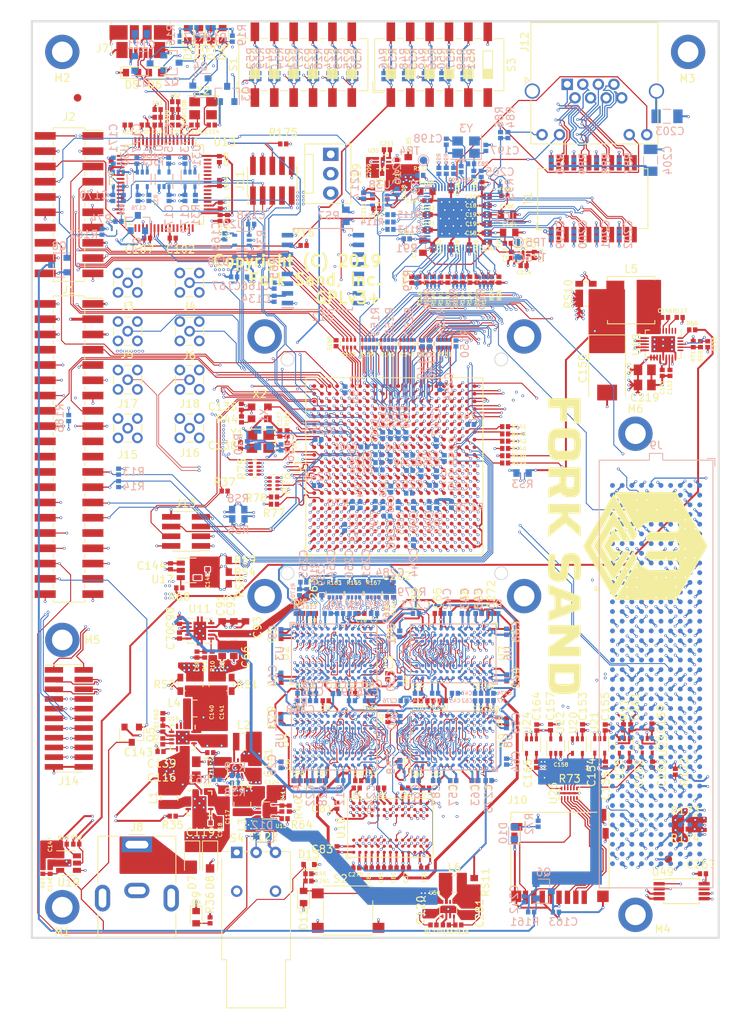
<source format=kicad_pcb>
(kicad_pcb (version 20171130) (host pcbnew 5.0.0-rc3-6a2723a~65~ubuntu16.04.1)

  (general
    (thickness 1.6)
    (drawings 9)
    (tracks 44438)
    (zones 0)
    (modules 553)
    (nets 814)
  )

  (page A4 portrait)
  (layers
    (0 F.Cu mixed)
    (1 In1.Cu power)
    (2 In2.Cu mixed)
    (3 In3.Cu mixed)
    (4 In4.Cu mixed)
    (5 In5.Cu mixed)
    (6 In6.Cu mixed)
    (31 B.Cu mixed)
    (32 B.Adhes user)
    (33 F.Adhes user)
    (34 B.Paste user)
    (35 F.Paste user)
    (36 B.SilkS user)
    (37 F.SilkS user)
    (38 B.Mask user)
    (39 F.Mask user)
    (40 Dwgs.User user)
    (41 Cmts.User user)
    (42 Eco1.User user)
    (43 Eco2.User user)
    (44 Edge.Cuts user)
    (45 Margin user)
    (46 B.CrtYd user)
    (47 F.CrtYd user)
    (48 B.Fab user)
    (49 F.Fab user)
  )

  (setup
    (last_trace_width 0.0762)
    (user_trace_width 0.0762)
    (user_trace_width 0.127)
    (user_trace_width 0.2032)
    (user_trace_width 0.254)
    (user_trace_width 0.381)
    (trace_clearance 0.0762)
    (zone_clearance 0.254)
    (zone_45_only no)
    (trace_min 0.0762)
    (segment_width 0.2)
    (edge_width 0.1)
    (via_size 0.3556)
    (via_drill 0.2032)
    (via_min_size 0.3556)
    (via_min_drill 0.2032)
    (uvia_size 0.3)
    (uvia_drill 0.1)
    (uvias_allowed no)
    (uvia_min_size 0.2)
    (uvia_min_drill 0.1)
    (pcb_text_width 0.3)
    (pcb_text_size 1.5 1.5)
    (mod_edge_width 0.15)
    (mod_text_size 1 1)
    (mod_text_width 0.15)
    (pad_size 0.64 2.03)
    (pad_drill 0)
    (pad_to_mask_clearance 0)
    (aux_axis_origin 0 0)
    (visible_elements FFFDFF7F)
    (pcbplotparams
      (layerselection 0x010fc_ffffffff)
      (usegerberextensions true)
      (usegerberattributes false)
      (usegerberadvancedattributes false)
      (creategerberjobfile false)
      (excludeedgelayer true)
      (linewidth 0.100000)
      (plotframeref false)
      (viasonmask false)
      (mode 1)
      (useauxorigin false)
      (hpglpennumber 1)
      (hpglpenspeed 20)
      (hpglpendiameter 15.000000)
      (psnegative false)
      (psa4output false)
      (plotreference true)
      (plotvalue true)
      (plotinvisibletext false)
      (padsonsilk true)
      (subtractmaskfromsilk false)
      (outputformat 1)
      (mirror false)
      (drillshape 0)
      (scaleselection 1)
      (outputdirectory "Gerber/"))
  )

  (net 0 "")
  (net 1 +1V2)
  (net 2 VD)
  (net 3 VDD_DDR_VPP_N)
  (net 4 +3V3)
  (net 5 VAA)
  (net 6 VCCQ)
  (net 7 /FT2232/VPLL_FT)
  (net 8 VDDA)
  (net 9 /FT2232/VPHY_FT)
  (net 10 "Net-(C111-Pad2)")
  (net 11 "Net-(C114-Pad2)")
  (net 12 "Net-(C115-Pad2)")
  (net 13 +5V)
  (net 14 +12V)
  (net 15 "Net-(C119-Pad2)")
  (net 16 VDD_GIVDD_P)
  (net 17 VDD_DDRPLL_N)
  (net 18 AVDD_DDRPLL_N)
  (net 19 VDD_GIVDD_N)
  (net 20 VDD_GEMGXLPLL_N)
  (net 21 VDD_IO_N)
  (net 22 "Net-(C137-Pad2)")
  (net 23 "Net-(C138-Pad2)")
  (net 24 VMEM)
  (net 25 "Net-(C142-Pad2)")
  (net 26 "Net-(C142-Pad1)")
  (net 27 "Net-(C143-Pad1)")
  (net 28 AVDD_DDRPLL_P)
  (net 29 "Net-(C146-Pad1)")
  (net 30 "Net-(C146-Pad2)")
  (net 31 /Power.sch/PWR_ON)
  (net 32 VDD_DDRPLL_P)
  (net 33 "Net-(C152-Pad2)")
  (net 34 +3.3VA)
  (net 35 +1V0)
  (net 36 "Net-(C181-Pad1)")
  (net 37 +2V5)
  (net 38 "Net-(C193-Pad1)")
  (net 39 "Net-(C197-Pad2)")
  (net 40 "Net-(C198-Pad2)")
  (net 41 /Ethernet/P0_D2_N)
  (net 42 "Net-(C200-Pad2)")
  (net 43 "Net-(C201-Pad2)")
  (net 44 "Net-(C202-Pad2)")
  (net 45 "Net-(C204-Pad2)")
  (net 46 "Net-(C205-Pad1)")
  (net 47 VDD_OTP_N)
  (net 48 VDD_COREPLL_N)
  (net 49 "Net-(C211-Pad2)")
  (net 50 "Net-(C220-Pad2)")
  (net 51 RESET_N)
  (net 52 VDD)
  (net 53 "Net-(C265-Pad2)")
  (net 54 DDR_CLK_P)
  (net 55 DDR_CLK_N)
  (net 56 +3.3VP)
  (net 57 VDD_DDR_VPP_P)
  (net 58 "Net-(D1-Pad2)")
  (net 59 "Net-(D1-Pad1)")
  (net 60 "Net-(D2-Pad2)")
  (net 61 "Net-(D2-Pad1)")
  (net 62 "Net-(D3-Pad1)")
  (net 63 "Net-(D3-Pad2)")
  (net 64 "Net-(D4-Pad1)")
  (net 65 "Net-(D4-Pad2)")
  (net 66 /FT2232/USB_D_P)
  (net 67 /FT2232/USB_D_N)
  (net 68 "Net-(D7-Pad2)")
  (net 69 "Net-(D9-Pad2)")
  (net 70 /Freedom-U540_2/SD_CD)
  (net 71 "Net-(IC1-Pad1)")
  (net 72 /Ethernet/P0_D2_P)
  (net 73 /Ethernet/P0_D1_N)
  (net 74 /Ethernet/P0_D1_P)
  (net 75 /Ethernet/P0_D0_N)
  (net 76 /Ethernet/P0_D0_P)
  (net 77 "Net-(IC1-Pad15)")
  (net 78 "Net-(IC1-Pad16)")
  (net 79 /Ethernet/COL)
  (net 80 /Ethernet/CRS)
  (net 81 /Ethernet/RXD7)
  (net 82 /Ethernet/RXD6)
  (net 83 /Ethernet/RXD5)
  (net 84 /Ethernet/RXD4)
  (net 85 /Ethernet/RXD3)
  (net 86 /Ethernet/RXD2)
  (net 87 /Ethernet/RXD1)
  (net 88 /Ethernet/RXD0)
  (net 89 /Ethernet/RX_DV)
  (net 90 /Ethernet/RX_ER)
  (net 91 /Ethernet/RX_CLK)
  (net 92 GEMGXL_TX_EN)
  (net 93 GEMGXL_TX_ER)
  (net 94 /Ethernet/TX_CLK)
  (net 95 GEMGXL_GTX_CLK)
  (net 96 GEMGXL_TXD0)
  (net 97 GEMGXL_TXD1)
  (net 98 GEMGXL_TXD2)
  (net 99 GEMGXL_TXD3)
  (net 100 GEMGXL_TXD4)
  (net 101 GEMGXL_TXD5)
  (net 102 GEMGXL_TXD6)
  (net 103 GEMGXL_TXD7)
  (net 104 GEMGXL_MDC)
  (net 105 GEMGXL_MDIO)
  (net 106 /Ethernet/GEMGXL_MDINT)
  (net 107 /Ethernet/FASTLINK_FAIL_2V5)
  (net 108 /Ethernet/GEMGXL_RST_2V5)
  (net 109 /Ethernet/CLKOUT)
  (net 110 "Net-(IC1-Pad55)")
  (net 111 "Net-(IC1-Pad56)")
  (net 112 /Ethernet/CLK_SQUELCH_IN)
  (net 113 /Ethernet/ELED1)
  (net 114 /Ethernet/ELED0)
  (net 115 "Net-(IC1-Pad61)")
  (net 116 "Net-(IC1-Pad62)")
  (net 117 "Net-(IC1-Pad64)")
  (net 118 "Net-(IC1-Pad65)")
  (net 119 "Net-(IC1-Pad66)")
  (net 120 PWR_BTN_N)
  (net 121 UART0_TX)
  (net 122 UART0_RX)
  (net 123 /Freedom-U540_2/QSPI1_SCK_R)
  (net 124 /Freedom-U540_2/QSPI1_DQ1_R)
  (net 125 /Freedom-U540_2/UART1_TX)
  (net 126 /Freedom-U540_2/QSPI1_CS0_R)
  (net 127 /Freedom-U540_2/UART1_RX)
  (net 128 /Freedom-U540_2/QSPI1_DQ0_R)
  (net 129 /Freedom-U540_2/I2C0_SCL)
  (net 130 /Freedom-U540_2/I2C0_SDA)
  (net 131 "Net-(J1-Pad19)")
  (net 132 "Net-(J1-Pad20)")
  (net 133 "Net-(J1-Pad21)")
  (net 134 "Net-(J1-Pad22)")
  (net 135 /Freedom-U540_2/GPIO0)
  (net 136 /Freedom-U540_2/GPIO1)
  (net 137 /Freedom-U540_2/GPIO2)
  (net 138 /Freedom-U540_2/GPIO3)
  (net 139 /Freedom-U540_2/GPIO4)
  (net 140 /Freedom-U540_2/GPIO5)
  (net 141 /Freedom-U540_2/GPIO6)
  (net 142 /Freedom-U540_2/GPIO7)
  (net 143 /Freedom-U540_2/GPIO8)
  (net 144 /Freedom-U540_2/GPIO9)
  (net 145 /Freedom-U540_2/GPIO15)
  (net 146 /Freedom-U540_2/PWM0_0)
  (net 147 /Freedom-U540_2/PWM0_2)
  (net 148 /Freedom-U540_2/PWM0_1)
  (net 149 /Freedom-U540_2/PWM0_3)
  (net 150 GEMGXL_RST)
  (net 151 /Freedom-U540_2/QSPI1_DQ2_R)
  (net 152 FASTLINK_FAIL)
  (net 153 /Freedom-U540_2/QSPI1_DQ3_R)
  (net 154 /Freedom-U540_2/EN_VDD_SD)
  (net 155 /Freedom-U540_2/QSPI1_CS1_R)
  (net 156 /Freedom-U540_2/QSPI1_CS2_R)
  (net 157 /Freedom-U540_2/QSPI1_CS3_R)
  (net 158 /Freedom-U540_2/PWM1_0)
  (net 159 /Freedom-U540_2/PWM1_1)
  (net 160 /Freedom-U540_2/PWM1_2)
  (net 161 /Freedom-U540_2/PWM1_3)
  (net 162 /Freedom-U540_2/IO_PRCI_RSVD2)
  (net 163 /Freedom-U540_2/IO_PRCI_RSVD13)
  (net 164 /Freedom-U540_2/IO_PRCI_RSVD14)
  (net 165 /Freedom-U540_2/IO_PRCI_RSVD15)
  (net 166 "Net-(J7-Pad4)")
  (net 167 "Net-(J9-PadK40)")
  (net 168 "Net-(J9-PadK38)")
  (net 169 "Net-(J9-PadK37)")
  (net 170 "Net-(J9-PadK35)")
  (net 171 "Net-(J9-PadK34)")
  (net 172 "Net-(J9-PadK32)")
  (net 173 "Net-(J9-PadK31)")
  (net 174 "Net-(J9-PadK29)")
  (net 175 "Net-(J9-PadK28)")
  (net 176 "Net-(J9-PadK26)")
  (net 177 "Net-(J9-PadK25)")
  (net 178 "Net-(J9-PadK23)")
  (net 179 "Net-(J9-PadK22)")
  (net 180 "Net-(J9-PadK20)")
  (net 181 "Net-(J9-PadK19)")
  (net 182 "Net-(J9-PadK17)")
  (net 183 "Net-(J9-PadK16)")
  (net 184 "Net-(J9-PadK14)")
  (net 185 "Net-(J9-PadK13)")
  (net 186 "Net-(J9-PadK11)")
  (net 187 "Net-(J9-PadK10)")
  (net 188 "Net-(J9-PadK8)")
  (net 189 "Net-(J9-PadK7)")
  (net 190 "Net-(J9-PadK5)")
  (net 191 "Net-(J9-PadK4)")
  (net 192 "Net-(J9-PadK1)")
  (net 193 "Net-(J9-PadJ39)")
  (net 194 "Net-(J9-PadJ37)")
  (net 195 "Net-(J9-PadJ36)")
  (net 196 "Net-(J9-PadJ34)")
  (net 197 "Net-(J9-PadJ33)")
  (net 198 "Net-(J9-PadJ31)")
  (net 199 "Net-(J9-PadJ30)")
  (net 200 "Net-(J9-PadJ28)")
  (net 201 "Net-(J9-PadJ27)")
  (net 202 "Net-(J9-PadJ25)")
  (net 203 "Net-(J9-PadJ24)")
  (net 204 "Net-(J9-PadJ22)")
  (net 205 "Net-(J9-PadJ21)")
  (net 206 "Net-(J9-PadJ19)")
  (net 207 "Net-(J9-PadJ18)")
  (net 208 "Net-(J9-PadJ16)")
  (net 209 "Net-(J9-PadJ15)")
  (net 210 "Net-(J9-PadJ13)")
  (net 211 "Net-(J9-PadJ12)")
  (net 212 "Net-(J9-PadJ10)")
  (net 213 "Net-(J9-PadJ9)")
  (net 214 "Net-(J9-PadJ7)")
  (net 215 "Net-(J9-PadJ6)")
  (net 216 "Net-(J9-PadJ3)")
  (net 217 "Net-(J9-PadJ2)")
  (net 218 "Net-(J9-PadF40)")
  (net 219 "Net-(J9-PadF38)")
  (net 220 "Net-(J9-PadF37)")
  (net 221 "Net-(J9-PadF35)")
  (net 222 "Net-(J9-PadF34)")
  (net 223 "Net-(J9-PadF32)")
  (net 224 "Net-(J9-PadF31)")
  (net 225 "Net-(J9-PadF29)")
  (net 226 "Net-(J9-PadF28)")
  (net 227 "Net-(J9-PadF26)")
  (net 228 "Net-(J9-PadF25)")
  (net 229 "Net-(J9-PadF23)")
  (net 230 "Net-(J9-PadF22)")
  (net 231 "Net-(J9-PadF20)")
  (net 232 "Net-(J9-PadF19)")
  (net 233 "Net-(J9-PadF17)")
  (net 234 "Net-(J9-PadF16)")
  (net 235 "Net-(J9-PadF14)")
  (net 236 "Net-(J9-PadF13)")
  (net 237 "Net-(J9-PadF11)")
  (net 238 "Net-(J9-PadF10)")
  (net 239 "Net-(J9-PadF8)")
  (net 240 "Net-(J9-PadF7)")
  (net 241 "Net-(J9-PadF5)")
  (net 242 "Net-(J9-PadF4)")
  (net 243 PG_1V8)
  (net 244 "Net-(J9-PadE39)")
  (net 245 "Net-(J9-PadE37)")
  (net 246 "Net-(J9-PadE36)")
  (net 247 "Net-(J9-PadE34)")
  (net 248 "Net-(J9-PadE33)")
  (net 249 "Net-(J9-PadE31)")
  (net 250 "Net-(J9-PadE30)")
  (net 251 "Net-(J9-PadE28)")
  (net 252 "Net-(J9-PadE27)")
  (net 253 "Net-(J9-PadE25)")
  (net 254 "Net-(J9-PadE24)")
  (net 255 "Net-(J9-PadE22)")
  (net 256 "Net-(J9-PadE21)")
  (net 257 "Net-(J9-PadE19)")
  (net 258 "Net-(J9-PadE18)")
  (net 259 "Net-(J9-PadE16)")
  (net 260 "Net-(J9-PadE15)")
  (net 261 "Net-(J9-PadE13)")
  (net 262 "Net-(J9-PadE12)")
  (net 263 "Net-(J9-PadE10)")
  (net 264 "Net-(J9-PadE9)")
  (net 265 "Net-(J9-PadE7)")
  (net 266 "Net-(J9-PadE6)")
  (net 267 "Net-(J9-PadE3)")
  (net 268 "Net-(J9-PadE2)")
  (net 269 "Net-(J9-PadA39)")
  (net 270 "Net-(J9-PadA38)")
  (net 271 "Net-(J9-PadA35)")
  (net 272 "Net-(J9-PadA34)")
  (net 273 "Net-(J9-PadA31)")
  (net 274 "Net-(J9-PadA30)")
  (net 275 "Net-(J9-PadA27)")
  (net 276 "Net-(J9-PadA26)")
  (net 277 "Net-(J9-PadA23)")
  (net 278 "Net-(J9-PadA22)")
  (net 279 "Net-(J9-PadA19)")
  (net 280 "Net-(J9-PadA18)")
  (net 281 "Net-(J9-PadA15)")
  (net 282 "Net-(J9-PadA14)")
  (net 283 "Net-(J9-PadA11)")
  (net 284 "Net-(J9-PadA10)")
  (net 285 "Net-(J9-PadA7)")
  (net 286 "Net-(J9-PadA6)")
  (net 287 "Net-(J9-PadA3)")
  (net 288 "Net-(J9-PadA2)")
  (net 289 "Net-(J9-PadB40)")
  (net 290 "Net-(J9-PadB37)")
  (net 291 "Net-(J9-PadB36)")
  (net 292 "Net-(J9-PadB33)")
  (net 293 "Net-(J9-PadB32)")
  (net 294 "Net-(J9-PadB29)")
  (net 295 "Net-(J9-PadB28)")
  (net 296 "Net-(J9-PadB25)")
  (net 297 "Net-(J9-PadB24)")
  (net 298 "Net-(J9-PadB21)")
  (net 299 "Net-(J9-PadB20)")
  (net 300 "Net-(J9-PadB17)")
  (net 301 "Net-(J9-PadB16)")
  (net 302 "Net-(J9-PadB13)")
  (net 303 "Net-(J9-PadB12)")
  (net 304 "Net-(J9-PadB9)")
  (net 305 "Net-(J9-PadB8)")
  (net 306 "Net-(J9-PadB5)")
  (net 307 "Net-(J9-PadB4)")
  (net 308 "Net-(J9-PadB1)")
  (net 309 CHIPLINK_RX_CLK)
  (net 310 "Net-(J9-PadG3)")
  (net 311 CHIPLINK_TX_DAT0)
  (net 312 CHIPLINK_TX_DAT1)
  (net 313 CHIPLINK_TX_DAT6)
  (net 314 CHIPLINK_TX_DAT7)
  (net 315 CHIPLINK_TX_DAT16)
  (net 316 CHIPLINK_TX_DAT17)
  (net 317 CHIPLINK_TX_DAT24)
  (net 318 CHIPLINK_TX_DAT25)
  (net 319 CHIPLINK_TX_SEND)
  (net 320 CHIPLINK_TX_RST)
  (net 321 "Net-(J9-PadG39)")
  (net 322 CHIPLINK_RX_RST)
  (net 323 CHIPLINK_RX_SEND)
  (net 324 CHIPLINK_RX_DAT29)
  (net 325 CHIPLINK_RX_DAT28)
  (net 326 CHIPLINK_RX_DAT25)
  (net 327 CHIPLINK_RX_DAT24)
  (net 328 CHIPLINK_RX_DAT17)
  (net 329 CHIPLINK_RX_DAT16)
  (net 330 CHIPLINK_RX_DAT11)
  (net 331 CHIPLINK_RX_DAT10)
  (net 332 CHIPLINK_RX_DAT7)
  (net 333 CHIPLINK_RX_DAT6)
  (net 334 CHIPLINK_RX_DAT4)
  (net 335 CHIPLINK_RX_DAT5)
  (net 336 CHIPLINK_RX_DAT8)
  (net 337 CHIPLINK_RX_DAT9)
  (net 338 CHIPLINK_RX_DAT14)
  (net 339 CHIPLINK_RX_DAT15)
  (net 340 CHIPLINK_RX_DAT22)
  (net 341 CHIPLINK_RX_DAT23)
  (net 342 CHIPLINK_RX_DAT26)
  (net 343 CHIPLINK_RX_DAT27)
  (net 344 CHIPLINK_RX_DAT30)
  (net 345 CHIPLINK_RX_DAT31)
  (net 346 "Net-(J9-PadH40)")
  (net 347 CHIPLINK_TX_DAT31)
  (net 348 CHIPLINK_TX_DAT30)
  (net 349 CHIPLINK_TX_DAT23)
  (net 350 CHIPLINK_TX_DAT22)
  (net 351 CHIPLINK_TX_DAT15)
  (net 352 CHIPLINK_TX_DAT14)
  (net 353 CHIPLINK_TX_DAT9)
  (net 354 CHIPLINK_TX_DAT8)
  (net 355 CHIPLINK_TX_DAT5)
  (net 356 CHIPLINK_TX_DAT4)
  (net 357 "Net-(J9-PadH5)")
  (net 358 CHIPLINK_TX_CLK)
  (net 359 "Net-(J9-PadD1)")
  (net 360 "Net-(J9-PadD4)")
  (net 361 "Net-(J9-PadD5)")
  (net 362 CHIPLINK_TX_DAT2)
  (net 363 CHIPLINK_TX_DAT3)
  (net 364 CHIPLINK_TX_DAT10)
  (net 365 CHIPLINK_TX_DAT11)
  (net 366 CHIPLINK_TX_DAT18)
  (net 367 CHIPLINK_TX_DAT19)
  (net 368 CHIPLINK_TX_DAT26)
  (net 369 CHIPLINK_TX_DAT27)
  (net 370 CHIPLINK_RX_DAT0)
  (net 371 "Net-(J9-PadD40)")
  (net 372 "Net-(J9-PadD38)")
  (net 373 "Net-(J9-PadD36)")
  (net 374 /FMC.sch/FMC_GA1)
  (net 375 "Net-(J9-PadD34)")
  (net 376 "Net-(J9-PadD33)")
  (net 377 "Net-(J9-PadD31)")
  (net 378 "Net-(J9-PadD30)")
  (net 379 "Net-(J9-PadD29)")
  (net 380 CHIPLINK_RX_DAT19)
  (net 381 CHIPLINK_RX_DAT18)
  (net 382 CHIPLINK_RX_DAT13)
  (net 383 CHIPLINK_RX_DAT12)
  (net 384 CHIPLINK_RX_DAT1)
  (net 385 CHIPLINK_RX_DAT2)
  (net 386 CHIPLINK_RX_DAT3)
  (net 387 CHIPLINK_RX_DAT20)
  (net 388 CHIPLINK_RX_DAT21)
  (net 389 /FMC.sch/FMC_SCL)
  (net 390 /FMC.sch/FMC_SDA)
  (net 391 /FMC.sch/FMC_GA0)
  (net 392 "Net-(J9-PadC35)")
  (net 393 "Net-(J9-PadC39)")
  (net 394 CHIPLINK_TX_DAT29)
  (net 395 CHIPLINK_TX_DAT28)
  (net 396 CHIPLINK_TX_DAT21)
  (net 397 CHIPLINK_TX_DAT20)
  (net 398 CHIPLINK_TX_DAT13)
  (net 399 CHIPLINK_TX_DAT12)
  (net 400 "Net-(J9-PadC7)")
  (net 401 "Net-(J9-PadC6)")
  (net 402 "Net-(J9-PadC3)")
  (net 403 "Net-(J9-PadC2)")
  (net 404 /Freedom-U540_2/QSPI2_HOLD_CON)
  (net 405 /Freedom-U540_2/QSPI2_MISO_CON)
  (net 406 /Freedom-U540_2/QSPI2_SCK_CON)
  (net 407 /Freedom-U540_2/QSPI2_MOSI_CON)
  (net 408 /Freedom-U540_2/QSPI2_CS_CON)
  (net 409 /Freedom-U540_2/QSPI2_WP_CON)
  (net 410 JTAG_TCK)
  (net 411 JTAG_TDO)
  (net 412 JTAG_TMS)
  (net 413 "Net-(J11-Pad7)")
  (net 414 "Net-(J11-Pad8)")
  (net 415 JTAG_TDI)
  (net 416 /Ethernet/MX4_N)
  (net 417 /Ethernet/MX2_N)
  (net 418 /Ethernet/MX3_P)
  (net 419 /Ethernet/MX1_N)
  (net 420 /Ethernet/MX3_N)
  (net 421 /Ethernet/MX2_P)
  (net 422 /Ethernet/MX1_P)
  (net 423 "Net-(J12-Pad9)")
  (net 424 "Net-(J12-Pad11)")
  (net 425 /Freedom-U540_2/IO_PRCI_RSVD3)
  (net 426 /Freedom-U540_2/IO_PRCI_RSVD4)
  (net 427 /Freedom-U540_2/IO_PRCI_RSVD5)
  (net 428 /Freedom-U540_2/IO_PRCI_RSVD6)
  (net 429 /Freedom-U540_2/IO_PRCI_RSVD7)
  (net 430 /Freedom-U540_2/IO_PRCI_RSVD8)
  (net 431 /Freedom-U540_2/IO_PRCI_RSVD9)
  (net 432 VDD_SOC_CORE_P)
  (net 433 VDD_SOC_CORE_N)
  (net 434 VDD_DDR_SOC_P)
  (net 435 VDD_DDR_SOC_N)
  (net 436 VDD_DDR_MEM_P)
  (net 437 VDD_DDR_MEM_N)
  (net 438 /Freedom-U540_1/IO_DDR_RSVD0)
  (net 439 /Freedom-U540_1/IO_DDR_RSVD1)
  (net 440 /Freedom-U540_1/IO_DDR_RSVD2)
  (net 441 /Freedom-U540_1/IO_DDR_RSVD3)
  (net 442 "Net-(J19-Pad1)")
  (net 443 "Net-(L1-Pad1)")
  (net 444 "Net-(L2-Pad1)")
  (net 445 "Net-(L3-Pad1)")
  (net 446 "Net-(L4-Pad1)")
  (net 447 "Net-(L6-Pad1)")
  (net 448 /FT2232/FT_JTAG_SRST)
  (net 449 "Net-(R1-Pad2)")
  (net 450 "Net-(R2-Pad2)")
  (net 451 "Net-(R3-Pad2)")
  (net 452 "Net-(R4-Pad2)")
  (net 453 "Net-(R5-Pad2)")
  (net 454 "Net-(R6-Pad2)")
  (net 455 "Net-(R7-Pad2)")
  (net 456 "Net-(R8-Pad2)")
  (net 457 "Net-(R9-Pad2)")
  (net 458 /Freedom-U540_2/QSPI2_CS_R)
  (net 459 /Freedom-U540_2/QSPI0_CS)
  (net 460 "Net-(R20-Pad2)")
  (net 461 /Freedom-U540_2/MSEL0)
  (net 462 /Freedom-U540_2/MSEL1)
  (net 463 /Freedom-U540_2/MSEL2)
  (net 464 /Freedom-U540_2/MSEL3)
  (net 465 "Net-(R26-Pad2)")
  (net 466 "Net-(R31-Pad2)")
  (net 467 "Net-(R32-Pad2)")
  (net 468 "Net-(R33-Pad2)")
  (net 469 "Net-(R34-Pad2)")
  (net 470 "Net-(R35-Pad1)")
  (net 471 PORESET_N)
  (net 472 "Net-(R38-Pad1)")
  (net 473 "Net-(R40-Pad1)")
  (net 474 /Power.sch/PWR_EN1)
  (net 475 /Power.sch/EN_DDR)
  (net 476 "Net-(R44-Pad1)")
  (net 477 /Freedom-U540_2/IO_PRCI_RSVD0)
  (net 478 /Freedom-U540_2/RTCXSEL)
  (net 479 /Freedom-U540_2/IO_PRCI_RSVD1)
  (net 480 /Freedom-U540_2/IO_PRCI_RSVD10)
  (net 481 /Freedom-U540_2/IO_PRCI_RSVD12)
  (net 482 /Freedom-U540_2/IO_PRCI_RSVD11)
  (net 483 /Freedom-U540_2/HFXSEL)
  (net 484 "Net-(R60-Pad1)")
  (net 485 /Power.sch/PWR_EN2)
  (net 486 /Power.sch/EN_3V3)
  (net 487 /Power.sch/EN_1V8)
  (net 488 "Net-(R65-Pad2)")
  (net 489 /Power.sch/EN_CORE)
  (net 490 /Power.sch/EN_PLL)
  (net 491 "Net-(R69-Pad1)")
  (net 492 "Net-(R70-Pad2)")
  (net 493 /Freedom-U540_2/QSPI2_MISO_3V3)
  (net 494 /Freedom-U540_1/GEMGXL_TXD3_R)
  (net 495 /Freedom-U540_1/GEMGXL_TXD2_R)
  (net 496 /Freedom-U540_1/GEMGXL_TXD0_R)
  (net 497 /Freedom-U540_1/GEMGXL_TXD1_R)
  (net 498 /Freedom-U540_1/GEMGXL_TXD7_R)
  (net 499 /Freedom-U540_1/GEMGXL_TXD6_R)
  (net 500 /Freedom-U540_1/GEMGXL_TXD4_R)
  (net 501 /Freedom-U540_1/GEMGXL_TXD5_R)
  (net 502 /Freedom-U540_1/GEMGXL_TX_EN_R)
  (net 503 /Freedom-U540_1/GEMGXL_TX_ER_R)
  (net 504 GEMGXL_RX_CLK)
  (net 505 GEMGXL_RX_DV)
  (net 506 GEMGXL_RX_ER)
  (net 507 GEMGXL_RXD0)
  (net 508 GEMGXL_RXD1)
  (net 509 GEMGXL_RXD5)
  (net 510 GEMGXL_RXD4)
  (net 511 GEMGXL_RXD2)
  (net 512 GEMGXL_RXD3)
  (net 513 GEMGXL_RXD7)
  (net 514 GEMGXL_RXD6)
  (net 515 GEMGXL_RX_CRS)
  (net 516 GEMGXL_RX_COL)
  (net 517 "Net-(R87-Pad2)")
  (net 518 "Net-(R89-Pad2)")
  (net 519 "Net-(R90-Pad2)")
  (net 520 GEMGXL_TX_CLK)
  (net 521 "Net-(R117-Pad1)")
  (net 522 "Net-(R138-Pad1)")
  (net 523 /Freedom-U540_2/QSPI2_SCK_R)
  (net 524 /Freedom-U540_2/QSPI2_SCK)
  (net 525 /Freedom-U540_2/QSPI2_HOLD)
  (net 526 /Freedom-U540_2/QSPI2_HOLD_R)
  (net 527 /Freedom-U540_2/QSPI2_MOSI)
  (net 528 /Freedom-U540_2/QSPI2_MOSI_R)
  (net 529 /Freedom-U540_2/QSPI2_MISO_R)
  (net 530 /Freedom-U540_2/QSPI2_MISO)
  (net 531 /Freedom-U540_2/QSPI2_WP)
  (net 532 /Freedom-U540_2/QSPI2_WP_R)
  (net 533 /Freedom-U540_2/QSPI2_CS)
  (net 534 /Freedom-U540_1/CHIPLINK_TX_DAT18_R)
  (net 535 /Freedom-U540_1/CHIPLINK_TX_DAT24_R)
  (net 536 /Freedom-U540_1/CHIPLINK_TX_DAT29_R)
  (net 537 /Freedom-U540_1/CHIPLINK_TX_DAT26_R)
  (net 538 /Freedom-U540_1/CHIPLINK_TX_DAT22_R)
  (net 539 /Freedom-U540_1/CHIPLINK_TX_DAT14_R)
  (net 540 /Freedom-U540_1/CHIPLINK_TX_DAT25_R)
  (net 541 /Freedom-U540_1/CHIPLINK_TX_DAT16_R)
  (net 542 /Freedom-U540_1/CHIPLINK_TX_DAT13_R)
  (net 543 /Freedom-U540_1/CHIPLINK_TX_DAT8_R)
  (net 544 /Freedom-U540_1/CHIPLINK_TX_DAT10_R)
  (net 545 /Freedom-U540_1/CHIPLINK_TX_DAT17_R)
  (net 546 /Freedom-U540_1/CHIPLINK_TX_CLK_R)
  (net 547 /Freedom-U540_1/CHIPLINK_TX_SEND_R)
  (net 548 /Freedom-U540_1/CHIPLINK_TX_RST_R)
  (net 549 /Freedom-U540_1/CHIPLINK_TX_DAT7_R)
  (net 550 /Freedom-U540_1/CHIPLINK_TX_DAT5_R)
  (net 551 /Freedom-U540_1/CHIPLINK_TX_DAT11_R)
  (net 552 /Freedom-U540_1/CHIPLINK_TX_DAT9_R)
  (net 553 /Freedom-U540_1/CHIPLINK_TX_DAT21_R)
  (net 554 /Freedom-U540_1/CHIPLINK_TX_DAT6_R)
  (net 555 /Freedom-U540_1/CHIPLINK_TX_DAT2_R)
  (net 556 /Freedom-U540_1/CHIPLINK_TX_DAT12_R)
  (net 557 /Freedom-U540_1/CHIPLINK_TX_DAT31_R)
  (net 558 /Freedom-U540_1/CHIPLINK_TX_DAT30_R)
  (net 559 /Freedom-U540_1/CHIPLINK_TX_DAT27_R)
  (net 560 /Freedom-U540_1/CHIPLINK_TX_DAT28_R)
  (net 561 /Freedom-U540_1/CHIPLINK_TX_DAT0_R)
  (net 562 /Freedom-U540_1/CHIPLINK_TX_DAT1_R)
  (net 563 /Freedom-U540_1/CHIPLINK_TX_DAT3_R)
  (net 564 /Freedom-U540_1/CHIPLINK_TX_DAT4_R)
  (net 565 /Freedom-U540_1/CHIPLINK_TX_DAT19_R)
  (net 566 /Freedom-U540_1/CHIPLINK_TX_DAT23_R)
  (net 567 /Freedom-U540_1/CHIPLINK_TX_DAT20_R)
  (net 568 /Freedom-U540_1/CHIPLINK_TX_DAT15_R)
  (net 569 /Freedom-U540_2/QSPI1_DQ1)
  (net 570 /Freedom-U540_2/QSPI1_DQ3)
  (net 571 /Freedom-U540_2/QSPI1_CS3)
  (net 572 /Freedom-U540_2/QSPI1_CS0)
  (net 573 /Freedom-U540_2/QSPI1_CS2)
  (net 574 /Freedom-U540_2/QSPI1_SCK)
  (net 575 /Freedom-U540_2/QSPI1_DQ0)
  (net 576 /Freedom-U540_2/QSPI1_CS1)
  (net 577 /Freedom-U540_2/QSPI1_DQ2)
  (net 578 DDR_ODT)
  (net 579 DDR_CKE)
  (net 580 DDR_CKE1)
  (net 581 DDR_WE_N)
  (net 582 DDR_CS0_N)
  (net 583 DDR_CAS_N)
  (net 584 DDR_CS1_N)
  (net 585 DDR_RAS_N)
  (net 586 DDR_BA0)
  (net 587 DDR_BG0)
  (net 588 DDR_A10)
  (net 589 DDR_ACT_N)
  (net 590 DDR_BA1)
  (net 591 DDR_BG1)
  (net 592 DDR_A3)
  (net 593 DDR_A12)
  (net 594 DDR_A4)
  (net 595 DDR_A0)
  (net 596 DDR_A6)
  (net 597 DDR_A8)
  (net 598 DDR_A1)
  (net 599 DDR_A9)
  (net 600 DDR_A5)
  (net 601 DDR_A7)
  (net 602 DDR_A13)
  (net 603 /Power.sch/EN_DDR_VPP)
  (net 604 DDR_ALERT_N)
  (net 605 DDR_PARITY_IN)
  (net 606 DDR_A11)
  (net 607 DDR_A2)
  (net 608 "Net-(R183-Pad2)")
  (net 609 DDR_ODT1)
  (net 610 /Freedom-U540_2/GPIO10)
  (net 611 "Net-(S3-Pad6)")
  (net 612 "Net-(S4-Pad1)")
  (net 613 /Freedom-U540_2/RTCXALTCLKIN)
  (net 614 /Freedom-U540_2/HFXCLKIN)
  (net 615 /Freedom-U540_2/QSPI0_DQ3)
  (net 616 /Freedom-U540_2/QSPI0_SCK)
  (net 617 /Freedom-U540_2/QSPI0_DQ0)
  (net 618 /Freedom-U540_2/QSPI0_DQ1)
  (net 619 /Freedom-U540_2/QSPI0_DQ2)
  (net 620 "Net-(U2-PadN7)")
  (net 621 "Net-(U2-PadA3)")
  (net 622 "Net-(U3-PadN7)")
  (net 623 "Net-(U3-PadA3)")
  (net 624 "Net-(U4-PadA3)")
  (net 625 "Net-(U4-PadN7)")
  (net 626 "Net-(U5-PadN7)")
  (net 627 "Net-(U5-PadA3)")
  (net 628 "Net-(U6-PadA3)")
  (net 629 "Net-(U6-PadN7)")
  (net 630 "Net-(U7-PadA3)")
  (net 631 "Net-(U7-PadN7)")
  (net 632 "Net-(U8-PadN7)")
  (net 633 "Net-(U8-PadA3)")
  (net 634 "Net-(U9-PadA3)")
  (net 635 "Net-(U9-PadN7)")
  (net 636 "Net-(U10-PadA3)")
  (net 637 "Net-(U10-PadN7)")
  (net 638 "Net-(U12-Pad4)")
  (net 639 "Net-(U12-Pad5)")
  (net 640 "Net-(U12-Pad6)")
  (net 641 "Net-(U12-Pad11)")
  (net 642 "Net-(U12-Pad12)")
  (net 643 "Net-(U12-Pad13)")
  (net 644 "Net-(U12-Pad14)")
  (net 645 /FT2232/FT_JTAG_TCK)
  (net 646 /FT2232/FT_JTAG_TDI)
  (net 647 /FT2232/FT_JTAG_TDO)
  (net 648 /FT2232/FT_JTAG_TMS)
  (net 649 "Net-(U13-Pad21)")
  (net 650 "Net-(U13-Pad23)")
  (net 651 "Net-(U13-Pad24)")
  (net 652 "Net-(U13-Pad26)")
  (net 653 "Net-(U13-Pad27)")
  (net 654 "Net-(U13-Pad28)")
  (net 655 "Net-(U13-Pad29)")
  (net 656 "Net-(U13-Pad30)")
  (net 657 "Net-(U13-Pad32)")
  (net 658 "Net-(U13-Pad33)")
  (net 659 "Net-(U13-Pad34)")
  (net 660 "Net-(U13-Pad36)")
  (net 661 /FT2232/FT_UART_TX)
  (net 662 /FT2232/FT_UART_RX)
  (net 663 "Net-(U13-Pad40)")
  (net 664 "Net-(U13-Pad41)")
  (net 665 "Net-(U13-Pad43)")
  (net 666 "Net-(U13-Pad44)")
  (net 667 "Net-(U13-Pad45)")
  (net 668 "Net-(U13-Pad46)")
  (net 669 "Net-(U13-Pad48)")
  (net 670 "Net-(U13-Pad52)")
  (net 671 "Net-(U13-Pad53)")
  (net 672 "Net-(U13-Pad54)")
  (net 673 "Net-(U13-Pad55)")
  (net 674 "Net-(U13-Pad57)")
  (net 675 "Net-(U13-Pad58)")
  (net 676 "Net-(U13-Pad59)")
  (net 677 "Net-(U13-Pad60)")
  (net 678 "Net-(U13-Pad61)")
  (net 679 "Net-(U13-Pad62)")
  (net 680 "Net-(U13-Pad63)")
  (net 681 "Net-(U14-Pad6)")
  (net 682 "Net-(U16-Pad4)")
  (net 683 "Net-(U17-Pad4)")
  (net 684 "Net-(U18-Pad1)")
  (net 685 "Net-(U18-Pad2)")
  (net 686 "Net-(U18-Pad4)")
  (net 687 "Net-(U18-Pad24)")
  (net 688 "Net-(U18-Pad27)")
  (net 689 /Freedom-U540_2/QSPI2_SCK_3V3)
  (net 690 /Freedom-U540_2/QSPI2_MOSI_3V3)
  (net 691 /Freedom-U540_2/QSPI2_WP_3V3)
  (net 692 /Freedom-U540_2/QSPI2_HOLD_3V3)
  (net 693 /Freedom-U540_2/QSPI2_CS_3V3)
  (net 694 "Net-(U35-Pad5)")
  (net 695 "Net-(U36-Pad2)")
  (net 696 "Net-(U49-Pad7)")
  (net 697 "Net-(U50-Pad6)")
  (net 698 /DDR4_x8_32b_1/REFIN)
  (net 699 "Net-(R23-Pad2)")
  (net 700 "Net-(U11-Pad9)")
  (net 701 "Net-(C199-Pad2)")
  (net 702 /Ethernet/P0_D3_P)
  (net 703 /Ethernet/P0_D3_N)
  (net 704 /Ethernet/MX4_P)
  (net 705 "Net-(R88-Pad2)")
  (net 706 AGND)
  (net 707 DDR_DQ0)
  (net 708 DDR_DQS0_P)
  (net 709 DDR_RESET_N)
  (net 710 DDR_DQ5)
  (net 711 DDR_DQ3)
  (net 712 DDR_DQ2)
  (net 713 DDR_DQ7)
  (net 714 DDR_DQ1)
  (net 715 DDR_DQ4)
  (net 716 DDR_DQ6)
  (net 717 DDR_DQS0_N)
  (net 718 DDR_DM0)
  (net 719 DDR_DQ13)
  (net 720 DDR_DQS1_P)
  (net 721 DDR_DQ9)
  (net 722 DDR_DQ12)
  (net 723 DDR_DQ10)
  (net 724 DDR_DQ11)
  (net 725 DDR_DQ15)
  (net 726 DDR_DQ14)
  (net 727 DDR_DQ8)
  (net 728 DDR_DQS1_N)
  (net 729 DDR_DM1)
  (net 730 DDR_DQ19)
  (net 731 DDR_DQS2_P)
  (net 732 DDR_DQ17)
  (net 733 DDR_DQ22)
  (net 734 DDR_DQ20)
  (net 735 DDR_DQ18)
  (net 736 DDR_DQ23)
  (net 737 DDR_DQ21)
  (net 738 DDR_DQ16)
  (net 739 DDR_DQS2_N)
  (net 740 DDR_DM2)
  (net 741 DDR_DQ25)
  (net 742 DDR_DQS3_P)
  (net 743 DDR_DQ30)
  (net 744 DDR_DQ29)
  (net 745 DDR_DQ28)
  (net 746 DDR_DQ31)
  (net 747 DDR_DQ27)
  (net 748 DDR_DQ24)
  (net 749 DDR_DQ26)
  (net 750 DDR_DQS3_N)
  (net 751 DDR_DM3)
  (net 752 DDR_DQ39)
  (net 753 DDR_DQS4_P)
  (net 754 DDR_DQ34)
  (net 755 DDR_DQ35)
  (net 756 DDR_DQ33)
  (net 757 DDR_DQ37)
  (net 758 DDR_DQ38)
  (net 759 DDR_DQ32)
  (net 760 DDR_DQ36)
  (net 761 DDR_DQS4_N)
  (net 762 DDR_DM4)
  (net 763 DDR_DQ41)
  (net 764 DDR_DQS5_P)
  (net 765 DDR_DQ44)
  (net 766 DDR_DQ42)
  (net 767 DDR_DQ46)
  (net 768 DDR_DQ47)
  (net 769 DDR_DQ43)
  (net 770 DDR_DQ40)
  (net 771 DDR_DQ45)
  (net 772 DDR_DQS5_N)
  (net 773 DDR_DM5)
  (net 774 DDR_DQ53)
  (net 775 DDR_DQS6_P)
  (net 776 DDR_DQ49)
  (net 777 DDR_DQ48)
  (net 778 DDR_DQ54)
  (net 779 DDR_DQ51)
  (net 780 DDR_DQ50)
  (net 781 DDR_DQ52)
  (net 782 DDR_DQ55)
  (net 783 DDR_DQS6_N)
  (net 784 DDR_DM6)
  (net 785 DDR_DQ58)
  (net 786 DDR_DQS7_P)
  (net 787 DDR_DQ61)
  (net 788 DDR_DQ56)
  (net 789 DDR_DQ60)
  (net 790 DDR_DQ59)
  (net 791 DDR_DQ63)
  (net 792 DDR_DQ57)
  (net 793 DDR_DQ62)
  (net 794 DDR_DQS7_N)
  (net 795 DDR_DM7)
  (net 796 DDR_ECC_DQ4)
  (net 797 DDR_ECC_DQS_P)
  (net 798 DDR_ECC_DQ1)
  (net 799 DDR_ECC_DQ6)
  (net 800 DDR_ECC_DQ3)
  (net 801 DDR_ECC_DQ7)
  (net 802 DDR_ECC_DQ0)
  (net 803 DDR_ECC_DQ5)
  (net 804 DDR_ECC_DQ2)
  (net 805 DDR_ECC_DQS_N)
  (net 806 DDR_ECC_DM)
  (net 807 "Net-(J1-Pad8)")
  (net 808 "Net-(J1-Pad24)")
  (net 809 "Net-(J1-Pad26)")
  (net 810 "Net-(J1-Pad31)")
  (net 811 "Net-(J1-Pad37)")
  (net 812 "Net-(J2-Pad14)")
  (net 813 "Net-(Q6-Pad1)")

  (net_class Default "Это класс цепей по умолчанию."
    (clearance 0.0762)
    (trace_width 0.0762)
    (via_dia 0.3556)
    (via_drill 0.2032)
    (uvia_dia 0.3)
    (uvia_drill 0.1)
    (diff_pair_gap 0.0762)
    (diff_pair_width 0.0762)
    (add_net "Net-(C199-Pad2)")
    (add_net "Net-(J1-Pad24)")
    (add_net "Net-(J1-Pad26)")
    (add_net "Net-(J1-Pad31)")
    (add_net "Net-(J1-Pad37)")
    (add_net "Net-(J1-Pad8)")
    (add_net "Net-(J2-Pad14)")
    (add_net "Net-(Q6-Pad1)")
    (add_net "Net-(U11-Pad9)")
  )

  (net_class 0,0762 ""
    (clearance 0.0762)
    (trace_width 0.0762)
    (via_dia 0.3556)
    (via_drill 0.2032)
    (uvia_dia 0.3)
    (uvia_drill 0.1)
    (diff_pair_gap 0.0762)
    (diff_pair_width 0.0762)
    (add_net DDR_A0)
    (add_net DDR_A1)
    (add_net DDR_A10)
    (add_net DDR_A11)
    (add_net DDR_A12)
    (add_net DDR_A13)
    (add_net DDR_A2)
    (add_net DDR_A3)
    (add_net DDR_A4)
    (add_net DDR_A5)
    (add_net DDR_A6)
    (add_net DDR_A7)
    (add_net DDR_A8)
    (add_net DDR_A9)
    (add_net DDR_ACT_N)
    (add_net DDR_ALERT_N)
    (add_net DDR_BA0)
    (add_net DDR_BA1)
    (add_net DDR_BG0)
    (add_net DDR_BG1)
    (add_net DDR_CAS_N)
    (add_net DDR_CKE)
    (add_net DDR_CKE1)
    (add_net DDR_CLK_N)
    (add_net DDR_CLK_P)
    (add_net DDR_CS0_N)
    (add_net DDR_CS1_N)
    (add_net DDR_DM0)
    (add_net DDR_DM1)
    (add_net DDR_DM2)
    (add_net DDR_DM3)
    (add_net DDR_DM4)
    (add_net DDR_DM5)
    (add_net DDR_DM6)
    (add_net DDR_DM7)
    (add_net DDR_DQ0)
    (add_net DDR_DQ1)
    (add_net DDR_DQ10)
    (add_net DDR_DQ11)
    (add_net DDR_DQ12)
    (add_net DDR_DQ13)
    (add_net DDR_DQ14)
    (add_net DDR_DQ15)
    (add_net DDR_DQ16)
    (add_net DDR_DQ17)
    (add_net DDR_DQ18)
    (add_net DDR_DQ19)
    (add_net DDR_DQ2)
    (add_net DDR_DQ20)
    (add_net DDR_DQ21)
    (add_net DDR_DQ22)
    (add_net DDR_DQ23)
    (add_net DDR_DQ24)
    (add_net DDR_DQ25)
    (add_net DDR_DQ26)
    (add_net DDR_DQ27)
    (add_net DDR_DQ28)
    (add_net DDR_DQ29)
    (add_net DDR_DQ3)
    (add_net DDR_DQ30)
    (add_net DDR_DQ31)
    (add_net DDR_DQ32)
    (add_net DDR_DQ33)
    (add_net DDR_DQ34)
    (add_net DDR_DQ35)
    (add_net DDR_DQ36)
    (add_net DDR_DQ37)
    (add_net DDR_DQ38)
    (add_net DDR_DQ39)
    (add_net DDR_DQ4)
    (add_net DDR_DQ40)
    (add_net DDR_DQ41)
    (add_net DDR_DQ42)
    (add_net DDR_DQ43)
    (add_net DDR_DQ44)
    (add_net DDR_DQ45)
    (add_net DDR_DQ46)
    (add_net DDR_DQ47)
    (add_net DDR_DQ48)
    (add_net DDR_DQ49)
    (add_net DDR_DQ5)
    (add_net DDR_DQ50)
    (add_net DDR_DQ51)
    (add_net DDR_DQ52)
    (add_net DDR_DQ53)
    (add_net DDR_DQ54)
    (add_net DDR_DQ55)
    (add_net DDR_DQ56)
    (add_net DDR_DQ57)
    (add_net DDR_DQ58)
    (add_net DDR_DQ59)
    (add_net DDR_DQ6)
    (add_net DDR_DQ60)
    (add_net DDR_DQ61)
    (add_net DDR_DQ62)
    (add_net DDR_DQ63)
    (add_net DDR_DQ7)
    (add_net DDR_DQ8)
    (add_net DDR_DQ9)
    (add_net DDR_DQS0_N)
    (add_net DDR_DQS0_P)
    (add_net DDR_DQS1_N)
    (add_net DDR_DQS1_P)
    (add_net DDR_DQS2_N)
    (add_net DDR_DQS2_P)
    (add_net DDR_DQS3_N)
    (add_net DDR_DQS3_P)
    (add_net DDR_DQS4_N)
    (add_net DDR_DQS4_P)
    (add_net DDR_DQS5_N)
    (add_net DDR_DQS5_P)
    (add_net DDR_DQS6_N)
    (add_net DDR_DQS6_P)
    (add_net DDR_DQS7_N)
    (add_net DDR_DQS7_P)
    (add_net DDR_ECC_DM)
    (add_net DDR_ECC_DQ0)
    (add_net DDR_ECC_DQ1)
    (add_net DDR_ECC_DQ2)
    (add_net DDR_ECC_DQ3)
    (add_net DDR_ECC_DQ4)
    (add_net DDR_ECC_DQ5)
    (add_net DDR_ECC_DQ6)
    (add_net DDR_ECC_DQ7)
    (add_net DDR_ECC_DQS_N)
    (add_net DDR_ECC_DQS_P)
    (add_net DDR_ODT)
    (add_net DDR_ODT1)
    (add_net DDR_PARITY_IN)
    (add_net DDR_RAS_N)
    (add_net DDR_RESET_N)
    (add_net DDR_WE_N)
  )

  (net_class 0,12192 ""
    (clearance 0.0762)
    (trace_width 0.12192)
    (via_dia 0.3556)
    (via_drill 0.2032)
    (uvia_dia 0.3)
    (uvia_drill 0.1)
    (diff_pair_gap 0.12192)
    (diff_pair_width 0.12192)
    (add_net /Ethernet/P0_D0_N)
    (add_net /Ethernet/P0_D0_P)
    (add_net /Ethernet/P0_D1_N)
    (add_net /Ethernet/P0_D1_P)
    (add_net /Ethernet/P0_D2_N)
    (add_net /Ethernet/P0_D2_P)
    (add_net /Ethernet/P0_D3_N)
    (add_net /Ethernet/P0_D3_P)
  )

  (net_class 0,1524 ""
    (clearance 0.0762)
    (trace_width 0.1524)
    (via_dia 0.3556)
    (via_drill 0.2032)
    (uvia_dia 0.3)
    (uvia_drill 0.1)
    (diff_pair_gap 0.1524)
    (diff_pair_width 0.1524)
    (add_net +1V0)
    (add_net +2V5)
    (add_net +3.3VP)
    (add_net /DDR4_x8_32b_1/REFIN)
    (add_net /Ethernet/CLKOUT)
    (add_net /Ethernet/CLK_SQUELCH_IN)
    (add_net /Ethernet/COL)
    (add_net /Ethernet/CRS)
    (add_net /Ethernet/ELED0)
    (add_net /Ethernet/ELED1)
    (add_net /Ethernet/FASTLINK_FAIL_2V5)
    (add_net /Ethernet/GEMGXL_MDINT)
    (add_net /Ethernet/GEMGXL_RST_2V5)
    (add_net /Ethernet/MX1_N)
    (add_net /Ethernet/MX1_P)
    (add_net /Ethernet/MX2_N)
    (add_net /Ethernet/MX2_P)
    (add_net /Ethernet/MX3_N)
    (add_net /Ethernet/MX3_P)
    (add_net /Ethernet/MX4_N)
    (add_net /Ethernet/MX4_P)
    (add_net /Ethernet/RXD0)
    (add_net /Ethernet/RXD1)
    (add_net /Ethernet/RXD2)
    (add_net /Ethernet/RXD3)
    (add_net /Ethernet/RXD4)
    (add_net /Ethernet/RXD5)
    (add_net /Ethernet/RXD6)
    (add_net /Ethernet/RXD7)
    (add_net /Ethernet/RX_CLK)
    (add_net /Ethernet/RX_DV)
    (add_net /Ethernet/RX_ER)
    (add_net /Ethernet/TX_CLK)
    (add_net /FMC.sch/FMC_GA0)
    (add_net /FMC.sch/FMC_GA1)
    (add_net /FMC.sch/FMC_SCL)
    (add_net /FMC.sch/FMC_SDA)
    (add_net /FT2232/FT_JTAG_SRST)
    (add_net /FT2232/FT_JTAG_TCK)
    (add_net /FT2232/FT_JTAG_TDI)
    (add_net /FT2232/FT_JTAG_TDO)
    (add_net /FT2232/FT_JTAG_TMS)
    (add_net /FT2232/FT_UART_RX)
    (add_net /FT2232/FT_UART_TX)
    (add_net /FT2232/USB_D_N)
    (add_net /FT2232/USB_D_P)
    (add_net /FT2232/VPHY_FT)
    (add_net /FT2232/VPLL_FT)
    (add_net /Freedom-U540_1/CHIPLINK_TX_CLK_R)
    (add_net /Freedom-U540_1/CHIPLINK_TX_DAT0_R)
    (add_net /Freedom-U540_1/CHIPLINK_TX_DAT10_R)
    (add_net /Freedom-U540_1/CHIPLINK_TX_DAT11_R)
    (add_net /Freedom-U540_1/CHIPLINK_TX_DAT12_R)
    (add_net /Freedom-U540_1/CHIPLINK_TX_DAT13_R)
    (add_net /Freedom-U540_1/CHIPLINK_TX_DAT14_R)
    (add_net /Freedom-U540_1/CHIPLINK_TX_DAT15_R)
    (add_net /Freedom-U540_1/CHIPLINK_TX_DAT16_R)
    (add_net /Freedom-U540_1/CHIPLINK_TX_DAT17_R)
    (add_net /Freedom-U540_1/CHIPLINK_TX_DAT18_R)
    (add_net /Freedom-U540_1/CHIPLINK_TX_DAT19_R)
    (add_net /Freedom-U540_1/CHIPLINK_TX_DAT1_R)
    (add_net /Freedom-U540_1/CHIPLINK_TX_DAT20_R)
    (add_net /Freedom-U540_1/CHIPLINK_TX_DAT21_R)
    (add_net /Freedom-U540_1/CHIPLINK_TX_DAT22_R)
    (add_net /Freedom-U540_1/CHIPLINK_TX_DAT23_R)
    (add_net /Freedom-U540_1/CHIPLINK_TX_DAT24_R)
    (add_net /Freedom-U540_1/CHIPLINK_TX_DAT25_R)
    (add_net /Freedom-U540_1/CHIPLINK_TX_DAT26_R)
    (add_net /Freedom-U540_1/CHIPLINK_TX_DAT27_R)
    (add_net /Freedom-U540_1/CHIPLINK_TX_DAT28_R)
    (add_net /Freedom-U540_1/CHIPLINK_TX_DAT29_R)
    (add_net /Freedom-U540_1/CHIPLINK_TX_DAT2_R)
    (add_net /Freedom-U540_1/CHIPLINK_TX_DAT30_R)
    (add_net /Freedom-U540_1/CHIPLINK_TX_DAT31_R)
    (add_net /Freedom-U540_1/CHIPLINK_TX_DAT3_R)
    (add_net /Freedom-U540_1/CHIPLINK_TX_DAT4_R)
    (add_net /Freedom-U540_1/CHIPLINK_TX_DAT5_R)
    (add_net /Freedom-U540_1/CHIPLINK_TX_DAT6_R)
    (add_net /Freedom-U540_1/CHIPLINK_TX_DAT7_R)
    (add_net /Freedom-U540_1/CHIPLINK_TX_DAT8_R)
    (add_net /Freedom-U540_1/CHIPLINK_TX_DAT9_R)
    (add_net /Freedom-U540_1/CHIPLINK_TX_RST_R)
    (add_net /Freedom-U540_1/CHIPLINK_TX_SEND_R)
    (add_net /Freedom-U540_1/GEMGXL_TXD0_R)
    (add_net /Freedom-U540_1/GEMGXL_TXD1_R)
    (add_net /Freedom-U540_1/GEMGXL_TXD2_R)
    (add_net /Freedom-U540_1/GEMGXL_TXD3_R)
    (add_net /Freedom-U540_1/GEMGXL_TXD4_R)
    (add_net /Freedom-U540_1/GEMGXL_TXD5_R)
    (add_net /Freedom-U540_1/GEMGXL_TXD6_R)
    (add_net /Freedom-U540_1/GEMGXL_TXD7_R)
    (add_net /Freedom-U540_1/GEMGXL_TX_EN_R)
    (add_net /Freedom-U540_1/GEMGXL_TX_ER_R)
    (add_net /Freedom-U540_1/IO_DDR_RSVD0)
    (add_net /Freedom-U540_1/IO_DDR_RSVD1)
    (add_net /Freedom-U540_1/IO_DDR_RSVD2)
    (add_net /Freedom-U540_1/IO_DDR_RSVD3)
    (add_net /Freedom-U540_2/EN_VDD_SD)
    (add_net /Freedom-U540_2/GPIO0)
    (add_net /Freedom-U540_2/GPIO1)
    (add_net /Freedom-U540_2/GPIO10)
    (add_net /Freedom-U540_2/GPIO15)
    (add_net /Freedom-U540_2/GPIO2)
    (add_net /Freedom-U540_2/GPIO3)
    (add_net /Freedom-U540_2/GPIO4)
    (add_net /Freedom-U540_2/GPIO5)
    (add_net /Freedom-U540_2/GPIO6)
    (add_net /Freedom-U540_2/GPIO7)
    (add_net /Freedom-U540_2/GPIO8)
    (add_net /Freedom-U540_2/GPIO9)
    (add_net /Freedom-U540_2/HFXCLKIN)
    (add_net /Freedom-U540_2/HFXSEL)
    (add_net /Freedom-U540_2/I2C0_SCL)
    (add_net /Freedom-U540_2/I2C0_SDA)
    (add_net /Freedom-U540_2/IO_PRCI_RSVD0)
    (add_net /Freedom-U540_2/IO_PRCI_RSVD1)
    (add_net /Freedom-U540_2/IO_PRCI_RSVD10)
    (add_net /Freedom-U540_2/IO_PRCI_RSVD11)
    (add_net /Freedom-U540_2/IO_PRCI_RSVD12)
    (add_net /Freedom-U540_2/IO_PRCI_RSVD13)
    (add_net /Freedom-U540_2/IO_PRCI_RSVD14)
    (add_net /Freedom-U540_2/IO_PRCI_RSVD15)
    (add_net /Freedom-U540_2/IO_PRCI_RSVD2)
    (add_net /Freedom-U540_2/IO_PRCI_RSVD3)
    (add_net /Freedom-U540_2/IO_PRCI_RSVD4)
    (add_net /Freedom-U540_2/IO_PRCI_RSVD5)
    (add_net /Freedom-U540_2/IO_PRCI_RSVD6)
    (add_net /Freedom-U540_2/IO_PRCI_RSVD7)
    (add_net /Freedom-U540_2/IO_PRCI_RSVD8)
    (add_net /Freedom-U540_2/IO_PRCI_RSVD9)
    (add_net /Freedom-U540_2/MSEL0)
    (add_net /Freedom-U540_2/MSEL1)
    (add_net /Freedom-U540_2/MSEL2)
    (add_net /Freedom-U540_2/MSEL3)
    (add_net /Freedom-U540_2/PWM0_0)
    (add_net /Freedom-U540_2/PWM0_1)
    (add_net /Freedom-U540_2/PWM0_2)
    (add_net /Freedom-U540_2/PWM0_3)
    (add_net /Freedom-U540_2/PWM1_0)
    (add_net /Freedom-U540_2/PWM1_1)
    (add_net /Freedom-U540_2/PWM1_2)
    (add_net /Freedom-U540_2/PWM1_3)
    (add_net /Freedom-U540_2/QSPI0_CS)
    (add_net /Freedom-U540_2/QSPI0_DQ0)
    (add_net /Freedom-U540_2/QSPI0_DQ1)
    (add_net /Freedom-U540_2/QSPI0_DQ2)
    (add_net /Freedom-U540_2/QSPI0_DQ3)
    (add_net /Freedom-U540_2/QSPI0_SCK)
    (add_net /Freedom-U540_2/QSPI1_CS0)
    (add_net /Freedom-U540_2/QSPI1_CS0_R)
    (add_net /Freedom-U540_2/QSPI1_CS1)
    (add_net /Freedom-U540_2/QSPI1_CS1_R)
    (add_net /Freedom-U540_2/QSPI1_CS2)
    (add_net /Freedom-U540_2/QSPI1_CS2_R)
    (add_net /Freedom-U540_2/QSPI1_CS3)
    (add_net /Freedom-U540_2/QSPI1_CS3_R)
    (add_net /Freedom-U540_2/QSPI1_DQ0)
    (add_net /Freedom-U540_2/QSPI1_DQ0_R)
    (add_net /Freedom-U540_2/QSPI1_DQ1)
    (add_net /Freedom-U540_2/QSPI1_DQ1_R)
    (add_net /Freedom-U540_2/QSPI1_DQ2)
    (add_net /Freedom-U540_2/QSPI1_DQ2_R)
    (add_net /Freedom-U540_2/QSPI1_DQ3)
    (add_net /Freedom-U540_2/QSPI1_DQ3_R)
    (add_net /Freedom-U540_2/QSPI1_SCK)
    (add_net /Freedom-U540_2/QSPI1_SCK_R)
    (add_net /Freedom-U540_2/QSPI2_CS)
    (add_net /Freedom-U540_2/QSPI2_CS_3V3)
    (add_net /Freedom-U540_2/QSPI2_CS_CON)
    (add_net /Freedom-U540_2/QSPI2_CS_R)
    (add_net /Freedom-U540_2/QSPI2_HOLD)
    (add_net /Freedom-U540_2/QSPI2_HOLD_3V3)
    (add_net /Freedom-U540_2/QSPI2_HOLD_CON)
    (add_net /Freedom-U540_2/QSPI2_HOLD_R)
    (add_net /Freedom-U540_2/QSPI2_MISO)
    (add_net /Freedom-U540_2/QSPI2_MISO_3V3)
    (add_net /Freedom-U540_2/QSPI2_MISO_CON)
    (add_net /Freedom-U540_2/QSPI2_MISO_R)
    (add_net /Freedom-U540_2/QSPI2_MOSI)
    (add_net /Freedom-U540_2/QSPI2_MOSI_3V3)
    (add_net /Freedom-U540_2/QSPI2_MOSI_CON)
    (add_net /Freedom-U540_2/QSPI2_MOSI_R)
    (add_net /Freedom-U540_2/QSPI2_SCK)
    (add_net /Freedom-U540_2/QSPI2_SCK_3V3)
    (add_net /Freedom-U540_2/QSPI2_SCK_CON)
    (add_net /Freedom-U540_2/QSPI2_SCK_R)
    (add_net /Freedom-U540_2/QSPI2_WP)
    (add_net /Freedom-U540_2/QSPI2_WP_3V3)
    (add_net /Freedom-U540_2/QSPI2_WP_CON)
    (add_net /Freedom-U540_2/QSPI2_WP_R)
    (add_net /Freedom-U540_2/RTCXALTCLKIN)
    (add_net /Freedom-U540_2/RTCXSEL)
    (add_net /Freedom-U540_2/SD_CD)
    (add_net /Freedom-U540_2/UART1_RX)
    (add_net /Freedom-U540_2/UART1_TX)
    (add_net /Power.sch/EN_1V8)
    (add_net /Power.sch/EN_3V3)
    (add_net /Power.sch/EN_CORE)
    (add_net /Power.sch/EN_DDR)
    (add_net /Power.sch/EN_DDR_VPP)
    (add_net /Power.sch/EN_PLL)
    (add_net /Power.sch/PWR_EN1)
    (add_net /Power.sch/PWR_EN2)
    (add_net /Power.sch/PWR_ON)
    (add_net AVDD_DDRPLL_N)
    (add_net AVDD_DDRPLL_P)
    (add_net CHIPLINK_RX_CLK)
    (add_net CHIPLINK_RX_DAT0)
    (add_net CHIPLINK_RX_DAT1)
    (add_net CHIPLINK_RX_DAT10)
    (add_net CHIPLINK_RX_DAT11)
    (add_net CHIPLINK_RX_DAT12)
    (add_net CHIPLINK_RX_DAT13)
    (add_net CHIPLINK_RX_DAT14)
    (add_net CHIPLINK_RX_DAT15)
    (add_net CHIPLINK_RX_DAT16)
    (add_net CHIPLINK_RX_DAT17)
    (add_net CHIPLINK_RX_DAT18)
    (add_net CHIPLINK_RX_DAT19)
    (add_net CHIPLINK_RX_DAT2)
    (add_net CHIPLINK_RX_DAT20)
    (add_net CHIPLINK_RX_DAT21)
    (add_net CHIPLINK_RX_DAT22)
    (add_net CHIPLINK_RX_DAT23)
    (add_net CHIPLINK_RX_DAT24)
    (add_net CHIPLINK_RX_DAT25)
    (add_net CHIPLINK_RX_DAT26)
    (add_net CHIPLINK_RX_DAT27)
    (add_net CHIPLINK_RX_DAT28)
    (add_net CHIPLINK_RX_DAT29)
    (add_net CHIPLINK_RX_DAT3)
    (add_net CHIPLINK_RX_DAT30)
    (add_net CHIPLINK_RX_DAT31)
    (add_net CHIPLINK_RX_DAT4)
    (add_net CHIPLINK_RX_DAT5)
    (add_net CHIPLINK_RX_DAT6)
    (add_net CHIPLINK_RX_DAT7)
    (add_net CHIPLINK_RX_DAT8)
    (add_net CHIPLINK_RX_DAT9)
    (add_net CHIPLINK_RX_RST)
    (add_net CHIPLINK_RX_SEND)
    (add_net CHIPLINK_TX_CLK)
    (add_net CHIPLINK_TX_DAT0)
    (add_net CHIPLINK_TX_DAT1)
    (add_net CHIPLINK_TX_DAT10)
    (add_net CHIPLINK_TX_DAT11)
    (add_net CHIPLINK_TX_DAT12)
    (add_net CHIPLINK_TX_DAT13)
    (add_net CHIPLINK_TX_DAT14)
    (add_net CHIPLINK_TX_DAT15)
    (add_net CHIPLINK_TX_DAT16)
    (add_net CHIPLINK_TX_DAT17)
    (add_net CHIPLINK_TX_DAT18)
    (add_net CHIPLINK_TX_DAT19)
    (add_net CHIPLINK_TX_DAT2)
    (add_net CHIPLINK_TX_DAT20)
    (add_net CHIPLINK_TX_DAT21)
    (add_net CHIPLINK_TX_DAT22)
    (add_net CHIPLINK_TX_DAT23)
    (add_net CHIPLINK_TX_DAT24)
    (add_net CHIPLINK_TX_DAT25)
    (add_net CHIPLINK_TX_DAT26)
    (add_net CHIPLINK_TX_DAT27)
    (add_net CHIPLINK_TX_DAT28)
    (add_net CHIPLINK_TX_DAT29)
    (add_net CHIPLINK_TX_DAT3)
    (add_net CHIPLINK_TX_DAT30)
    (add_net CHIPLINK_TX_DAT31)
    (add_net CHIPLINK_TX_DAT4)
    (add_net CHIPLINK_TX_DAT5)
    (add_net CHIPLINK_TX_DAT6)
    (add_net CHIPLINK_TX_DAT7)
    (add_net CHIPLINK_TX_DAT8)
    (add_net CHIPLINK_TX_DAT9)
    (add_net CHIPLINK_TX_RST)
    (add_net CHIPLINK_TX_SEND)
    (add_net FASTLINK_FAIL)
    (add_net GEMGXL_GTX_CLK)
    (add_net GEMGXL_MDC)
    (add_net GEMGXL_MDIO)
    (add_net GEMGXL_RST)
    (add_net GEMGXL_RXD0)
    (add_net GEMGXL_RXD1)
    (add_net GEMGXL_RXD2)
    (add_net GEMGXL_RXD3)
    (add_net GEMGXL_RXD4)
    (add_net GEMGXL_RXD5)
    (add_net GEMGXL_RXD6)
    (add_net GEMGXL_RXD7)
    (add_net GEMGXL_RX_CLK)
    (add_net GEMGXL_RX_COL)
    (add_net GEMGXL_RX_CRS)
    (add_net GEMGXL_RX_DV)
    (add_net GEMGXL_RX_ER)
    (add_net GEMGXL_TXD0)
    (add_net GEMGXL_TXD1)
    (add_net GEMGXL_TXD2)
    (add_net GEMGXL_TXD3)
    (add_net GEMGXL_TXD4)
    (add_net GEMGXL_TXD5)
    (add_net GEMGXL_TXD6)
    (add_net GEMGXL_TXD7)
    (add_net GEMGXL_TX_CLK)
    (add_net GEMGXL_TX_EN)
    (add_net GEMGXL_TX_ER)
    (add_net JTAG_TCK)
    (add_net JTAG_TDI)
    (add_net JTAG_TDO)
    (add_net JTAG_TMS)
    (add_net "Net-(C111-Pad2)")
    (add_net "Net-(C114-Pad2)")
    (add_net "Net-(C115-Pad2)")
    (add_net "Net-(C119-Pad2)")
    (add_net "Net-(C137-Pad2)")
    (add_net "Net-(C138-Pad2)")
    (add_net "Net-(C142-Pad1)")
    (add_net "Net-(C142-Pad2)")
    (add_net "Net-(C143-Pad1)")
    (add_net "Net-(C146-Pad1)")
    (add_net "Net-(C146-Pad2)")
    (add_net "Net-(C152-Pad2)")
    (add_net "Net-(C181-Pad1)")
    (add_net "Net-(C193-Pad1)")
    (add_net "Net-(C197-Pad2)")
    (add_net "Net-(C198-Pad2)")
    (add_net "Net-(C200-Pad2)")
    (add_net "Net-(C201-Pad2)")
    (add_net "Net-(C202-Pad2)")
    (add_net "Net-(C205-Pad1)")
    (add_net "Net-(C211-Pad2)")
    (add_net "Net-(C220-Pad2)")
    (add_net "Net-(C265-Pad2)")
    (add_net "Net-(D1-Pad1)")
    (add_net "Net-(D1-Pad2)")
    (add_net "Net-(D2-Pad1)")
    (add_net "Net-(D2-Pad2)")
    (add_net "Net-(D3-Pad1)")
    (add_net "Net-(D3-Pad2)")
    (add_net "Net-(D4-Pad1)")
    (add_net "Net-(D4-Pad2)")
    (add_net "Net-(D7-Pad2)")
    (add_net "Net-(D9-Pad2)")
    (add_net "Net-(IC1-Pad1)")
    (add_net "Net-(IC1-Pad15)")
    (add_net "Net-(IC1-Pad16)")
    (add_net "Net-(IC1-Pad55)")
    (add_net "Net-(IC1-Pad56)")
    (add_net "Net-(IC1-Pad61)")
    (add_net "Net-(IC1-Pad62)")
    (add_net "Net-(IC1-Pad64)")
    (add_net "Net-(IC1-Pad65)")
    (add_net "Net-(IC1-Pad66)")
    (add_net "Net-(J1-Pad19)")
    (add_net "Net-(J1-Pad20)")
    (add_net "Net-(J1-Pad21)")
    (add_net "Net-(J1-Pad22)")
    (add_net "Net-(J11-Pad7)")
    (add_net "Net-(J11-Pad8)")
    (add_net "Net-(J12-Pad11)")
    (add_net "Net-(J12-Pad9)")
    (add_net "Net-(J19-Pad1)")
    (add_net "Net-(J7-Pad4)")
    (add_net "Net-(J9-PadA10)")
    (add_net "Net-(J9-PadA11)")
    (add_net "Net-(J9-PadA14)")
    (add_net "Net-(J9-PadA15)")
    (add_net "Net-(J9-PadA18)")
    (add_net "Net-(J9-PadA19)")
    (add_net "Net-(J9-PadA2)")
    (add_net "Net-(J9-PadA22)")
    (add_net "Net-(J9-PadA23)")
    (add_net "Net-(J9-PadA26)")
    (add_net "Net-(J9-PadA27)")
    (add_net "Net-(J9-PadA3)")
    (add_net "Net-(J9-PadA30)")
    (add_net "Net-(J9-PadA31)")
    (add_net "Net-(J9-PadA34)")
    (add_net "Net-(J9-PadA35)")
    (add_net "Net-(J9-PadA38)")
    (add_net "Net-(J9-PadA39)")
    (add_net "Net-(J9-PadA6)")
    (add_net "Net-(J9-PadA7)")
    (add_net "Net-(J9-PadB1)")
    (add_net "Net-(J9-PadB12)")
    (add_net "Net-(J9-PadB13)")
    (add_net "Net-(J9-PadB16)")
    (add_net "Net-(J9-PadB17)")
    (add_net "Net-(J9-PadB20)")
    (add_net "Net-(J9-PadB21)")
    (add_net "Net-(J9-PadB24)")
    (add_net "Net-(J9-PadB25)")
    (add_net "Net-(J9-PadB28)")
    (add_net "Net-(J9-PadB29)")
    (add_net "Net-(J9-PadB32)")
    (add_net "Net-(J9-PadB33)")
    (add_net "Net-(J9-PadB36)")
    (add_net "Net-(J9-PadB37)")
    (add_net "Net-(J9-PadB4)")
    (add_net "Net-(J9-PadB40)")
    (add_net "Net-(J9-PadB5)")
    (add_net "Net-(J9-PadB8)")
    (add_net "Net-(J9-PadB9)")
    (add_net "Net-(J9-PadC2)")
    (add_net "Net-(J9-PadC3)")
    (add_net "Net-(J9-PadC35)")
    (add_net "Net-(J9-PadC39)")
    (add_net "Net-(J9-PadC6)")
    (add_net "Net-(J9-PadC7)")
    (add_net "Net-(J9-PadD1)")
    (add_net "Net-(J9-PadD29)")
    (add_net "Net-(J9-PadD30)")
    (add_net "Net-(J9-PadD31)")
    (add_net "Net-(J9-PadD33)")
    (add_net "Net-(J9-PadD34)")
    (add_net "Net-(J9-PadD36)")
    (add_net "Net-(J9-PadD38)")
    (add_net "Net-(J9-PadD4)")
    (add_net "Net-(J9-PadD40)")
    (add_net "Net-(J9-PadD5)")
    (add_net "Net-(J9-PadE10)")
    (add_net "Net-(J9-PadE12)")
    (add_net "Net-(J9-PadE13)")
    (add_net "Net-(J9-PadE15)")
    (add_net "Net-(J9-PadE16)")
    (add_net "Net-(J9-PadE18)")
    (add_net "Net-(J9-PadE19)")
    (add_net "Net-(J9-PadE2)")
    (add_net "Net-(J9-PadE21)")
    (add_net "Net-(J9-PadE22)")
    (add_net "Net-(J9-PadE24)")
    (add_net "Net-(J9-PadE25)")
    (add_net "Net-(J9-PadE27)")
    (add_net "Net-(J9-PadE28)")
    (add_net "Net-(J9-PadE3)")
    (add_net "Net-(J9-PadE30)")
    (add_net "Net-(J9-PadE31)")
    (add_net "Net-(J9-PadE33)")
    (add_net "Net-(J9-PadE34)")
    (add_net "Net-(J9-PadE36)")
    (add_net "Net-(J9-PadE37)")
    (add_net "Net-(J9-PadE39)")
    (add_net "Net-(J9-PadE6)")
    (add_net "Net-(J9-PadE7)")
    (add_net "Net-(J9-PadE9)")
    (add_net "Net-(J9-PadF10)")
    (add_net "Net-(J9-PadF11)")
    (add_net "Net-(J9-PadF13)")
    (add_net "Net-(J9-PadF14)")
    (add_net "Net-(J9-PadF16)")
    (add_net "Net-(J9-PadF17)")
    (add_net "Net-(J9-PadF19)")
    (add_net "Net-(J9-PadF20)")
    (add_net "Net-(J9-PadF22)")
    (add_net "Net-(J9-PadF23)")
    (add_net "Net-(J9-PadF25)")
    (add_net "Net-(J9-PadF26)")
    (add_net "Net-(J9-PadF28)")
    (add_net "Net-(J9-PadF29)")
    (add_net "Net-(J9-PadF31)")
    (add_net "Net-(J9-PadF32)")
    (add_net "Net-(J9-PadF34)")
    (add_net "Net-(J9-PadF35)")
    (add_net "Net-(J9-PadF37)")
    (add_net "Net-(J9-PadF38)")
    (add_net "Net-(J9-PadF4)")
    (add_net "Net-(J9-PadF40)")
    (add_net "Net-(J9-PadF5)")
    (add_net "Net-(J9-PadF7)")
    (add_net "Net-(J9-PadF8)")
    (add_net "Net-(J9-PadG3)")
    (add_net "Net-(J9-PadG39)")
    (add_net "Net-(J9-PadH40)")
    (add_net "Net-(J9-PadH5)")
    (add_net "Net-(J9-PadJ10)")
    (add_net "Net-(J9-PadJ12)")
    (add_net "Net-(J9-PadJ13)")
    (add_net "Net-(J9-PadJ15)")
    (add_net "Net-(J9-PadJ16)")
    (add_net "Net-(J9-PadJ18)")
    (add_net "Net-(J9-PadJ19)")
    (add_net "Net-(J9-PadJ2)")
    (add_net "Net-(J9-PadJ21)")
    (add_net "Net-(J9-PadJ22)")
    (add_net "Net-(J9-PadJ24)")
    (add_net "Net-(J9-PadJ25)")
    (add_net "Net-(J9-PadJ27)")
    (add_net "Net-(J9-PadJ28)")
    (add_net "Net-(J9-PadJ3)")
    (add_net "Net-(J9-PadJ30)")
    (add_net "Net-(J9-PadJ31)")
    (add_net "Net-(J9-PadJ33)")
    (add_net "Net-(J9-PadJ34)")
    (add_net "Net-(J9-PadJ36)")
    (add_net "Net-(J9-PadJ37)")
    (add_net "Net-(J9-PadJ39)")
    (add_net "Net-(J9-PadJ6)")
    (add_net "Net-(J9-PadJ7)")
    (add_net "Net-(J9-PadJ9)")
    (add_net "Net-(J9-PadK1)")
    (add_net "Net-(J9-PadK10)")
    (add_net "Net-(J9-PadK11)")
    (add_net "Net-(J9-PadK13)")
    (add_net "Net-(J9-PadK14)")
    (add_net "Net-(J9-PadK16)")
    (add_net "Net-(J9-PadK17)")
    (add_net "Net-(J9-PadK19)")
    (add_net "Net-(J9-PadK20)")
    (add_net "Net-(J9-PadK22)")
    (add_net "Net-(J9-PadK23)")
    (add_net "Net-(J9-PadK25)")
    (add_net "Net-(J9-PadK26)")
    (add_net "Net-(J9-PadK28)")
    (add_net "Net-(J9-PadK29)")
    (add_net "Net-(J9-PadK31)")
    (add_net "Net-(J9-PadK32)")
    (add_net "Net-(J9-PadK34)")
    (add_net "Net-(J9-PadK35)")
    (add_net "Net-(J9-PadK37)")
    (add_net "Net-(J9-PadK38)")
    (add_net "Net-(J9-PadK4)")
    (add_net "Net-(J9-PadK40)")
    (add_net "Net-(J9-PadK5)")
    (add_net "Net-(J9-PadK7)")
    (add_net "Net-(J9-PadK8)")
    (add_net "Net-(L1-Pad1)")
    (add_net "Net-(L2-Pad1)")
    (add_net "Net-(L3-Pad1)")
    (add_net "Net-(L4-Pad1)")
    (add_net "Net-(L6-Pad1)")
    (add_net "Net-(R1-Pad2)")
    (add_net "Net-(R117-Pad1)")
    (add_net "Net-(R138-Pad1)")
    (add_net "Net-(R183-Pad2)")
    (add_net "Net-(R2-Pad2)")
    (add_net "Net-(R20-Pad2)")
    (add_net "Net-(R23-Pad2)")
    (add_net "Net-(R26-Pad2)")
    (add_net "Net-(R3-Pad2)")
    (add_net "Net-(R31-Pad2)")
    (add_net "Net-(R32-Pad2)")
    (add_net "Net-(R33-Pad2)")
    (add_net "Net-(R34-Pad2)")
    (add_net "Net-(R35-Pad1)")
    (add_net "Net-(R38-Pad1)")
    (add_net "Net-(R4-Pad2)")
    (add_net "Net-(R40-Pad1)")
    (add_net "Net-(R44-Pad1)")
    (add_net "Net-(R5-Pad2)")
    (add_net "Net-(R6-Pad2)")
    (add_net "Net-(R60-Pad1)")
    (add_net "Net-(R65-Pad2)")
    (add_net "Net-(R69-Pad1)")
    (add_net "Net-(R7-Pad2)")
    (add_net "Net-(R70-Pad2)")
    (add_net "Net-(R8-Pad2)")
    (add_net "Net-(R87-Pad2)")
    (add_net "Net-(R88-Pad2)")
    (add_net "Net-(R89-Pad2)")
    (add_net "Net-(R9-Pad2)")
    (add_net "Net-(R90-Pad2)")
    (add_net "Net-(S3-Pad6)")
    (add_net "Net-(S4-Pad1)")
    (add_net "Net-(U10-PadA3)")
    (add_net "Net-(U10-PadN7)")
    (add_net "Net-(U12-Pad11)")
    (add_net "Net-(U12-Pad12)")
    (add_net "Net-(U12-Pad13)")
    (add_net "Net-(U12-Pad14)")
    (add_net "Net-(U12-Pad4)")
    (add_net "Net-(U12-Pad5)")
    (add_net "Net-(U12-Pad6)")
    (add_net "Net-(U13-Pad21)")
    (add_net "Net-(U13-Pad23)")
    (add_net "Net-(U13-Pad24)")
    (add_net "Net-(U13-Pad26)")
    (add_net "Net-(U13-Pad27)")
    (add_net "Net-(U13-Pad28)")
    (add_net "Net-(U13-Pad29)")
    (add_net "Net-(U13-Pad30)")
    (add_net "Net-(U13-Pad32)")
    (add_net "Net-(U13-Pad33)")
    (add_net "Net-(U13-Pad34)")
    (add_net "Net-(U13-Pad36)")
    (add_net "Net-(U13-Pad40)")
    (add_net "Net-(U13-Pad41)")
    (add_net "Net-(U13-Pad43)")
    (add_net "Net-(U13-Pad44)")
    (add_net "Net-(U13-Pad45)")
    (add_net "Net-(U13-Pad46)")
    (add_net "Net-(U13-Pad48)")
    (add_net "Net-(U13-Pad52)")
    (add_net "Net-(U13-Pad53)")
    (add_net "Net-(U13-Pad54)")
    (add_net "Net-(U13-Pad55)")
    (add_net "Net-(U13-Pad57)")
    (add_net "Net-(U13-Pad58)")
    (add_net "Net-(U13-Pad59)")
    (add_net "Net-(U13-Pad60)")
    (add_net "Net-(U13-Pad61)")
    (add_net "Net-(U13-Pad62)")
    (add_net "Net-(U13-Pad63)")
    (add_net "Net-(U14-Pad6)")
    (add_net "Net-(U16-Pad4)")
    (add_net "Net-(U17-Pad4)")
    (add_net "Net-(U18-Pad1)")
    (add_net "Net-(U18-Pad2)")
    (add_net "Net-(U18-Pad24)")
    (add_net "Net-(U18-Pad27)")
    (add_net "Net-(U18-Pad4)")
    (add_net "Net-(U2-PadA3)")
    (add_net "Net-(U2-PadN7)")
    (add_net "Net-(U3-PadA3)")
    (add_net "Net-(U3-PadN7)")
    (add_net "Net-(U35-Pad5)")
    (add_net "Net-(U36-Pad2)")
    (add_net "Net-(U4-PadA3)")
    (add_net "Net-(U4-PadN7)")
    (add_net "Net-(U49-Pad7)")
    (add_net "Net-(U5-PadA3)")
    (add_net "Net-(U5-PadN7)")
    (add_net "Net-(U50-Pad6)")
    (add_net "Net-(U6-PadA3)")
    (add_net "Net-(U6-PadN7)")
    (add_net "Net-(U7-PadA3)")
    (add_net "Net-(U7-PadN7)")
    (add_net "Net-(U8-PadA3)")
    (add_net "Net-(U8-PadN7)")
    (add_net "Net-(U9-PadA3)")
    (add_net "Net-(U9-PadN7)")
    (add_net PG_1V8)
    (add_net PORESET_N)
    (add_net PWR_BTN_N)
    (add_net RESET_N)
    (add_net UART0_RX)
    (add_net UART0_TX)
    (add_net VCCQ)
    (add_net VDD_COREPLL_N)
    (add_net VDD_DDRPLL_N)
    (add_net VDD_DDRPLL_P)
    (add_net VDD_DDR_MEM_N)
    (add_net VDD_DDR_MEM_P)
    (add_net VDD_DDR_SOC_N)
    (add_net VDD_DDR_SOC_P)
    (add_net VDD_DDR_VPP_P)
    (add_net VDD_GEMGXLPLL_N)
    (add_net VDD_OTP_N)
    (add_net VDD_SOC_CORE_N)
    (add_net VDD_SOC_CORE_P)
    (add_net VMEM)
  )

  (net_class 0,2032 ""
    (clearance 0.0762)
    (trace_width 0.2032)
    (via_dia 0.3556)
    (via_drill 0.2032)
    (uvia_dia 0.3)
    (uvia_drill 0.1)
    (diff_pair_gap 0.0762)
    (diff_pair_width 0.2032)
    (add_net VDD_GIVDD_N)
  )

  (net_class 0,254 ""
    (clearance 0.0762)
    (trace_width 0.254)
    (via_dia 0.3556)
    (via_drill 0.2032)
    (uvia_dia 0.3)
    (uvia_drill 0.1)
    (diff_pair_gap 0.254)
    (diff_pair_width 0.254)
    (add_net +12V)
    (add_net +1V2)
    (add_net +3.3VA)
    (add_net +3V3)
    (add_net +5V)
    (add_net AGND)
    (add_net "Net-(C204-Pad2)")
    (add_net VAA)
    (add_net VD)
    (add_net VDD)
    (add_net VDDA)
    (add_net VDD_DDR_VPP_N)
    (add_net VDD_GIVDD_P)
    (add_net VDD_IO_N)
  )

  (net_class temp ""
    (clearance 0.2)
    (trace_width 0.25)
    (via_dia 0.881)
    (via_drill 0.635)
    (uvia_dia 0.3)
    (uvia_drill 0.1)
  )

  (module Fiducial:Fiducial_1mm_Dia_2mm_Outer (layer F.Cu) (tedit 5C72C0F7) (tstamp 5C7EB831)
    (at 142.3 184)
    (descr "Circular Fiducial, 1mm bare copper top; 2mm keepout (Level A)")
    (tags marker)
    (attr virtual)
    (fp_text reference "" (at 0 -2) (layer F.SilkS)
      (effects (font (size 1 1) (thickness 0.15)))
    )
    (fp_text value "" (at 0 2) (layer F.Fab)
      (effects (font (size 1 1) (thickness 0.15)))
    )
    (fp_circle (center 0 0) (end 1.25 0) (layer F.CrtYd) (width 0.05))
    (fp_text user %R (at 0 0) (layer F.Fab)
      (effects (font (size 0.4 0.4) (thickness 0.06)))
    )
    (fp_circle (center 0 0) (end 1 0) (layer F.Fab) (width 0.1))
    (pad ~ smd circle (at 0 0) (size 1 1) (layers F.Cu F.Mask)
      (solder_mask_margin 0.5) (clearance 0.5))
  )

  (module Package_DFN_QFN:MLF-6-1EP_1.6x1.6mm_P0.5mm_EP0.5x1.26mm (layer F.Cu) (tedit 5B582EB0) (tstamp 5B15A81C)
    (at 104.869 92.682)
    (descr "MLF, 6 Pin (http://ww1.microchip.com/downloads/en/DeviceDoc/mic5353.pdf), generated with kicad-footprint-generator ipc_dfn_qfn_generator.py")
    (tags "MLF DFN_QFN")
    (path /5AF2BD08/5AF1D05D)
    (attr smd)
    (fp_text reference U35 (at -1.209 -1.4525) (layer F.SilkS)
      (effects (font (size 0.5 0.5) (thickness 0.1)))
    )
    (fp_text value MIC5353-2.5YMT-TR (at 0 1.8) (layer F.Fab)
      (effects (font (size 1 1) (thickness 0.15)))
    )
    (fp_text user %R (at 0 0) (layer F.Fab)
      (effects (font (size 0.4 0.4) (thickness 0.06)))
    )
    (fp_line (start 1.4 -1.05) (end -1.4 -1.05) (layer F.CrtYd) (width 0.05))
    (fp_line (start 1.4 1.05) (end 1.4 -1.05) (layer F.CrtYd) (width 0.05))
    (fp_line (start -1.4 1.05) (end 1.4 1.05) (layer F.CrtYd) (width 0.05))
    (fp_line (start -1.4 -1.05) (end -1.4 1.05) (layer F.CrtYd) (width 0.05))
    (fp_line (start -0.8 -0.4) (end -0.4 -0.8) (layer F.Fab) (width 0.1))
    (fp_line (start -0.8 0.8) (end -0.8 -0.4) (layer F.Fab) (width 0.1))
    (fp_line (start 0.8 0.8) (end -0.8 0.8) (layer F.Fab) (width 0.1))
    (fp_line (start 0.8 -0.8) (end 0.8 0.8) (layer F.Fab) (width 0.1))
    (fp_line (start -0.4 -0.8) (end 0.8 -0.8) (layer F.Fab) (width 0.1))
    (fp_line (start -0.8 0.91) (end 0.8 0.91) (layer F.SilkS) (width 0.12))
    (fp_line (start 0 -0.91) (end 0.8 -0.91) (layer F.SilkS) (width 0.12))
    (pad 6 smd roundrect (at 0.8 -0.5) (size 0.7 0.25) (layers F.Cu F.Paste F.Mask) (roundrect_rratio 0.25)
      (net 49 "Net-(C211-Pad2)"))
    (pad 5 smd roundrect (at 0.8 0) (size 0.7 0.25) (layers F.Cu F.Paste F.Mask) (roundrect_rratio 0.25)
      (net 694 "Net-(U35-Pad5)"))
    (pad 4 smd roundrect (at 0.8 0.5) (size 0.7 0.25) (layers F.Cu F.Paste F.Mask) (roundrect_rratio 0.25)
      (net 37 +2V5))
    (pad 3 smd roundrect (at -0.8 0.5) (size 0.7 0.25) (layers F.Cu F.Paste F.Mask) (roundrect_rratio 0.25)
      (net 4 +3V3))
    (pad 2 smd roundrect (at -0.8 0) (size 0.7 0.25) (layers F.Cu F.Paste F.Mask) (roundrect_rratio 0.25)
      (net 706 AGND))
    (pad 1 smd roundrect (at -0.8 -0.5) (size 0.7 0.25) (layers F.Cu F.Paste F.Mask) (roundrect_rratio 0.25)
      (net 4 +3V3))
    (pad "" smd roundrect (at 0 0.315) (size 0.4 0.51) (layers F.Paste) (roundrect_rratio 0.25))
    (pad "" smd roundrect (at 0 -0.315) (size 0.4 0.51) (layers F.Paste) (roundrect_rratio 0.25))
    (pad 7 smd roundrect (at 0 0) (size 0.5 1.26) (layers F.Cu F.Mask) (roundrect_rratio 0.25)
      (net 706 AGND))
    (model ${KISYS3DMOD}/Package_DFN_QFN.3dshapes/MLF-6-1EP_1.6x1.6mm_P0.5mm_EP0.5x1.26mm.wrl
      (at (xyz 0 0 0))
      (scale (xyz 1 1 1))
      (rotate (xyz 0 0 0))
    )
  )

  (module Capacitor_SMD:C_0402_1005Metric (layer B.Cu) (tedit 5B301BBE) (tstamp 5B158A96)
    (at 105.82 147.65 180)
    (descr "Capacitor SMD 0402 (1005 Metric), square (rectangular) end terminal, IPC_7351 nominal, (Body size source: http://www.tortai-tech.com/upload/download/2011102023233369053.pdf), generated with kicad-footprint-generator")
    (tags capacitor)
    (path /5AF2BD03/5AF1D15C)
    (attr smd)
    (fp_text reference C284 (at 0 1.17 180) (layer B.SilkS)
      (effects (font (size 1 1) (thickness 0.15)) (justify mirror))
    )
    (fp_text value 0.1uF (at 0 -1.17 180) (layer B.Fab)
      (effects (font (size 1 1) (thickness 0.15)) (justify mirror))
    )
    (fp_line (start -0.5 -0.25) (end -0.5 0.25) (layer B.Fab) (width 0.1))
    (fp_line (start -0.5 0.25) (end 0.5 0.25) (layer B.Fab) (width 0.1))
    (fp_line (start 0.5 0.25) (end 0.5 -0.25) (layer B.Fab) (width 0.1))
    (fp_line (start 0.5 -0.25) (end -0.5 -0.25) (layer B.Fab) (width 0.1))
    (fp_line (start -0.93 -0.47) (end -0.93 0.47) (layer B.CrtYd) (width 0.05))
    (fp_line (start -0.93 0.47) (end 0.93 0.47) (layer B.CrtYd) (width 0.05))
    (fp_line (start 0.93 0.47) (end 0.93 -0.47) (layer B.CrtYd) (width 0.05))
    (fp_line (start 0.93 -0.47) (end -0.93 -0.47) (layer B.CrtYd) (width 0.05))
    (fp_text user %R (at 0 0 180) (layer B.Fab)
      (effects (font (size 0.25 0.25) (thickness 0.04)) (justify mirror))
    )
    (pad 1 smd roundrect (at -0.485 0 180) (size 0.59 0.64) (layers B.Cu B.Paste B.Mask) (roundrect_rratio 0.25)
      (net 706 AGND))
    (pad 2 smd roundrect (at 0.485 0 180) (size 0.59 0.64) (layers B.Cu B.Paste B.Mask) (roundrect_rratio 0.25)
      (net 5 VAA))
    (model ${KISYS3DMOD}/Capacitor_SMD.3dshapes/C_0402_1005Metric.wrl
      (at (xyz 0 0 0))
      (scale (xyz 1 1 1))
      (rotate (xyz 0 0 0))
    )
  )

  (module Capacitor_SMD:C_0402_1005Metric (layer B.Cu) (tedit 5AC5DB74) (tstamp 5B15895B)
    (at 102.7202 147.6728 180)
    (descr "Capacitor SMD 0402 (1005 Metric), square (rectangular) end terminal, IPC_7351 nominal, (Body size source: http://www.tortai-tech.com/upload/download/2011102023233369053.pdf), generated with kicad-footprint-generator")
    (tags capacitor)
    (path /5AF2BD03/5AF1D177)
    (attr smd)
    (fp_text reference C261 (at 0.0036 2.3814 270) (layer B.SilkS)
      (effects (font (size 1 1) (thickness 0.15)) (justify mirror))
    )
    (fp_text value 0.1uF (at 0 -1.18 180) (layer B.Fab)
      (effects (font (size 1 1) (thickness 0.15)) (justify mirror))
    )
    (fp_text user %R (at 0 0 180) (layer B.Fab)
      (effects (font (size 0.25 0.25) (thickness 0.04)) (justify mirror))
    )
    (fp_line (start 0.82 -0.48) (end -0.82 -0.48) (layer B.CrtYd) (width 0.05))
    (fp_line (start 0.82 0.48) (end 0.82 -0.48) (layer B.CrtYd) (width 0.05))
    (fp_line (start -0.82 0.48) (end 0.82 0.48) (layer B.CrtYd) (width 0.05))
    (fp_line (start -0.82 -0.48) (end -0.82 0.48) (layer B.CrtYd) (width 0.05))
    (fp_line (start 0.5 -0.25) (end -0.5 -0.25) (layer B.Fab) (width 0.1))
    (fp_line (start 0.5 0.25) (end 0.5 -0.25) (layer B.Fab) (width 0.1))
    (fp_line (start -0.5 0.25) (end 0.5 0.25) (layer B.Fab) (width 0.1))
    (fp_line (start -0.5 -0.25) (end -0.5 0.25) (layer B.Fab) (width 0.1))
    (pad 2 smd rect (at 0.3875 0 180) (size 0.575 0.65) (layers B.Cu B.Paste B.Mask)
      (net 5 VAA))
    (pad 1 smd rect (at -0.3875 0 180) (size 0.575 0.65) (layers B.Cu B.Paste B.Mask)
      (net 706 AGND))
    (model ${KISYS3DMOD}/Capacitor_SMD.3dshapes/C_0402_1005Metric.wrl
      (at (xyz 0 0 0))
      (scale (xyz 1 1 1))
      (rotate (xyz 0 0 0))
    )
  )

  (module Connector_PinSocket_2.00mm:PinSocket_2x10_P2.00mm_Vertical_SMD (layer F.Cu) (tedit 5A19A421) (tstamp 5B158D85)
    (at 63.782 98.29)
    (descr "surface-mounted straight socket strip, 2x10, 2.00mm pitch, double cols (from Kicad 4.0.7), script generated")
    (tags "Surface mounted socket strip SMD 2x10 2.00mm double row")
    (path /5AF2BD02/5B108FE9)
    (attr smd)
    (fp_text reference J2 (at 0 -11.5) (layer F.SilkS)
      (effects (font (size 1 1) (thickness 0.15)))
    )
    (fp_text value Conn_02x10_Odd_Even (at 0 11.5) (layer F.Fab)
      (effects (font (size 1 1) (thickness 0.15)))
    )
    (fp_line (start -2.06 -10.06) (end 2.06 -10.06) (layer F.SilkS) (width 0.12))
    (fp_line (start 2.06 -10.06) (end 2.06 -9.76) (layer F.SilkS) (width 0.12))
    (fp_line (start 2.06 -8.24) (end 2.06 -7.76) (layer F.SilkS) (width 0.12))
    (fp_line (start 2.06 -6.24) (end 2.06 -5.76) (layer F.SilkS) (width 0.12))
    (fp_line (start 2.06 -4.24) (end 2.06 -3.76) (layer F.SilkS) (width 0.12))
    (fp_line (start 2.06 -2.24) (end 2.06 -1.76) (layer F.SilkS) (width 0.12))
    (fp_line (start 2.06 -0.24) (end 2.06 0.24) (layer F.SilkS) (width 0.12))
    (fp_line (start 2.06 1.76) (end 2.06 2.24) (layer F.SilkS) (width 0.12))
    (fp_line (start 2.06 3.76) (end 2.06 4.24) (layer F.SilkS) (width 0.12))
    (fp_line (start 2.06 5.76) (end 2.06 6.24) (layer F.SilkS) (width 0.12))
    (fp_line (start 2.06 7.76) (end 2.06 8.24) (layer F.SilkS) (width 0.12))
    (fp_line (start 2.06 9.76) (end 2.06 10.06) (layer F.SilkS) (width 0.12))
    (fp_line (start -2.06 10.06) (end 2.06 10.06) (layer F.SilkS) (width 0.12))
    (fp_line (start -2.06 -10.06) (end -2.06 -9.76) (layer F.SilkS) (width 0.12))
    (fp_line (start -2.06 -8.24) (end -2.06 -7.76) (layer F.SilkS) (width 0.12))
    (fp_line (start -2.06 -6.24) (end -2.06 -5.76) (layer F.SilkS) (width 0.12))
    (fp_line (start -2.06 -4.24) (end -2.06 -3.76) (layer F.SilkS) (width 0.12))
    (fp_line (start -2.06 -2.24) (end -2.06 -1.76) (layer F.SilkS) (width 0.12))
    (fp_line (start -2.06 -0.24) (end -2.06 0.24) (layer F.SilkS) (width 0.12))
    (fp_line (start -2.06 1.76) (end -2.06 2.24) (layer F.SilkS) (width 0.12))
    (fp_line (start -2.06 3.76) (end -2.06 4.24) (layer F.SilkS) (width 0.12))
    (fp_line (start -2.06 5.76) (end -2.06 6.24) (layer F.SilkS) (width 0.12))
    (fp_line (start -2.06 7.76) (end -2.06 8.24) (layer F.SilkS) (width 0.12))
    (fp_line (start -2.06 9.76) (end -2.06 10.06) (layer F.SilkS) (width 0.12))
    (fp_line (start 2.06 -9.76) (end 4.44 -9.76) (layer F.SilkS) (width 0.12))
    (fp_line (start -2 -10) (end 1 -10) (layer F.Fab) (width 0.1))
    (fp_line (start 1 -10) (end 2 -9) (layer F.Fab) (width 0.1))
    (fp_line (start 2 -9) (end 2 10) (layer F.Fab) (width 0.1))
    (fp_line (start 2 10) (end -2 10) (layer F.Fab) (width 0.1))
    (fp_line (start -2 10) (end -2 -10) (layer F.Fab) (width 0.1))
    (fp_line (start -3 -9.25) (end -2 -9.25) (layer F.Fab) (width 0.1))
    (fp_line (start -2 -8.75) (end -3 -8.75) (layer F.Fab) (width 0.1))
    (fp_line (start -3 -8.75) (end -3 -9.25) (layer F.Fab) (width 0.1))
    (fp_line (start 2 -9.25) (end 3 -9.25) (layer F.Fab) (width 0.1))
    (fp_line (start 3 -9.25) (end 3 -8.75) (layer F.Fab) (width 0.1))
    (fp_line (start 3 -8.75) (end 2 -8.75) (layer F.Fab) (width 0.1))
    (fp_line (start -3 -7.25) (end -2 -7.25) (layer F.Fab) (width 0.1))
    (fp_line (start -2 -6.75) (end -3 -6.75) (layer F.Fab) (width 0.1))
    (fp_line (start -3 -6.75) (end -3 -7.25) (layer F.Fab) (width 0.1))
    (fp_line (start 2 -7.25) (end 3 -7.25) (layer F.Fab) (width 0.1))
    (fp_line (start 3 -7.25) (end 3 -6.75) (layer F.Fab) (width 0.1))
    (fp_line (start 3 -6.75) (end 2 -6.75) (layer F.Fab) (width 0.1))
    (fp_line (start -3 -5.25) (end -2 -5.25) (layer F.Fab) (width 0.1))
    (fp_line (start -2 -4.75) (end -3 -4.75) (layer F.Fab) (width 0.1))
    (fp_line (start -3 -4.75) (end -3 -5.25) (layer F.Fab) (width 0.1))
    (fp_line (start 2 -5.25) (end 3 -5.25) (layer F.Fab) (width 0.1))
    (fp_line (start 3 -5.25) (end 3 -4.75) (layer F.Fab) (width 0.1))
    (fp_line (start 3 -4.75) (end 2 -4.75) (layer F.Fab) (width 0.1))
    (fp_line (start -3 -3.25) (end -2 -3.25) (layer F.Fab) (width 0.1))
    (fp_line (start -2 -2.75) (end -3 -2.75) (layer F.Fab) (width 0.1))
    (fp_line (start -3 -2.75) (end -3 -3.25) (layer F.Fab) (width 0.1))
    (fp_line (start 2 -3.25) (end 3 -3.25) (layer F.Fab) (width 0.1))
    (fp_line (start 3 -3.25) (end 3 -2.75) (layer F.Fab) (width 0.1))
    (fp_line (start 3 -2.75) (end 2 -2.75) (layer F.Fab) (width 0.1))
    (fp_line (start -3 -1.25) (end -2 -1.25) (layer F.Fab) (width 0.1))
    (fp_line (start -2 -0.75) (end -3 -0.75) (layer F.Fab) (width 0.1))
    (fp_line (start -3 -0.75) (end -3 -1.25) (layer F.Fab) (width 0.1))
    (fp_line (start 2 -1.25) (end 3 -1.25) (layer F.Fab) (width 0.1))
    (fp_line (start 3 -1.25) (end 3 -0.75) (layer F.Fab) (width 0.1))
    (fp_line (start 3 -0.75) (end 2 -0.75) (layer F.Fab) (width 0.1))
    (fp_line (start -3 0.75) (end -2 0.75) (layer F.Fab) (width 0.1))
    (fp_line (start -2 1.25) (end -3 1.25) (layer F.Fab) (width 0.1))
    (fp_line (start -3 1.25) (end -3 0.75) (layer F.Fab) (width 0.1))
    (fp_line (start 2 0.75) (end 3 0.75) (layer F.Fab) (width 0.1))
    (fp_line (start 3 0.75) (end 3 1.25) (layer F.Fab) (width 0.1))
    (fp_line (start 3 1.25) (end 2 1.25) (layer F.Fab) (width 0.1))
    (fp_line (start -3 2.75) (end -2 2.75) (layer F.Fab) (width 0.1))
    (fp_line (start -2 3.25) (end -3 3.25) (layer F.Fab) (width 0.1))
    (fp_line (start -3 3.25) (end -3 2.75) (layer F.Fab) (width 0.1))
    (fp_line (start 2 2.75) (end 3 2.75) (layer F.Fab) (width 0.1))
    (fp_line (start 3 2.75) (end 3 3.25) (layer F.Fab) (width 0.1))
    (fp_line (start 3 3.25) (end 2 3.25) (layer F.Fab) (width 0.1))
    (fp_line (start -3 4.75) (end -2 4.75) (layer F.Fab) (width 0.1))
    (fp_line (start -2 5.25) (end -3 5.25) (layer F.Fab) (width 0.1))
    (fp_line (start -3 5.25) (end -3 4.75) (layer F.Fab) (width 0.1))
    (fp_line (start 2 4.75) (end 3 4.75) (layer F.Fab) (width 0.1))
    (fp_line (start 3 4.75) (end 3 5.25) (layer F.Fab) (width 0.1))
    (fp_line (start 3 5.25) (end 2 5.25) (layer F.Fab) (width 0.1))
    (fp_line (start -3 6.75) (end -2 6.75) (layer F.Fab) (width 0.1))
    (fp_line (start -2 7.25) (end -3 7.25) (layer F.Fab) (width 0.1))
    (fp_line (start -3 7.25) (end -3 6.75) (layer F.Fab) (width 0.1))
    (fp_line (start 2 6.75) (end 3 6.75) (layer F.Fab) (width 0.1))
    (fp_line (start 3 6.75) (end 3 7.25) (layer F.Fab) (width 0.1))
    (fp_line (start 3 7.25) (end 2 7.25) (layer F.Fab) (width 0.1))
    (fp_line (start -3 8.75) (end -2 8.75) (layer F.Fab) (width 0.1))
    (fp_line (start -2 9.25) (end -3 9.25) (layer F.Fab) (width 0.1))
    (fp_line (start -3 9.25) (end -3 8.75) (layer F.Fab) (width 0.1))
    (fp_line (start 2 8.75) (end 3 8.75) (layer F.Fab) (width 0.1))
    (fp_line (start 3 8.75) (end 3 9.25) (layer F.Fab) (width 0.1))
    (fp_line (start 3 9.25) (end 2 9.25) (layer F.Fab) (width 0.1))
    (fp_line (start -5 -10.5) (end 5 -10.5) (layer F.CrtYd) (width 0.05))
    (fp_line (start 5 -10.5) (end 5 10.5) (layer F.CrtYd) (width 0.05))
    (fp_line (start 5 10.5) (end -5 10.5) (layer F.CrtYd) (width 0.05))
    (fp_line (start -5 10.5) (end -5 -10.5) (layer F.CrtYd) (width 0.05))
    (fp_text user %R (at 0 0 90) (layer F.Fab)
      (effects (font (size 1 1) (thickness 0.15)))
    )
    (pad 1 smd rect (at 3.125 -9) (size 2.75 1) (layers F.Cu F.Paste F.Mask)
      (net 147 /Freedom-U540_2/PWM0_2))
    (pad 2 smd rect (at -3.125 -9) (size 2.75 1) (layers F.Cu F.Paste F.Mask)
      (net 146 /Freedom-U540_2/PWM0_0))
    (pad 3 smd rect (at 3.125 -7) (size 2.75 1) (layers F.Cu F.Paste F.Mask)
      (net 149 /Freedom-U540_2/PWM0_3))
    (pad 4 smd rect (at -3.125 -7) (size 2.75 1) (layers F.Cu F.Paste F.Mask)
      (net 148 /Freedom-U540_2/PWM0_1))
    (pad 5 smd rect (at 3.125 -5) (size 2.75 1) (layers F.Cu F.Paste F.Mask)
      (net 151 /Freedom-U540_2/QSPI1_DQ2_R))
    (pad 6 smd rect (at -3.125 -5) (size 2.75 1) (layers F.Cu F.Paste F.Mask)
      (net 150 GEMGXL_RST))
    (pad 7 smd rect (at 3.125 -3) (size 2.75 1) (layers F.Cu F.Paste F.Mask)
      (net 153 /Freedom-U540_2/QSPI1_DQ3_R))
    (pad 8 smd rect (at -3.125 -3) (size 2.75 1) (layers F.Cu F.Paste F.Mask)
      (net 152 FASTLINK_FAIL))
    (pad 9 smd rect (at 3.125 -1) (size 2.75 1) (layers F.Cu F.Paste F.Mask)
      (net 155 /Freedom-U540_2/QSPI1_CS1_R))
    (pad 10 smd rect (at -3.125 -1) (size 2.75 1) (layers F.Cu F.Paste F.Mask)
      (net 154 /Freedom-U540_2/EN_VDD_SD))
    (pad 11 smd rect (at 3.125 1) (size 2.75 1) (layers F.Cu F.Paste F.Mask)
      (net 156 /Freedom-U540_2/QSPI1_CS2_R))
    (pad 12 smd rect (at -3.125 1) (size 2.75 1) (layers F.Cu F.Paste F.Mask)
      (net 70 /Freedom-U540_2/SD_CD))
    (pad 13 smd rect (at 3.125 3) (size 2.75 1) (layers F.Cu F.Paste F.Mask)
      (net 157 /Freedom-U540_2/QSPI1_CS3_R))
    (pad 14 smd rect (at -3.125 3) (size 2.75 1) (layers F.Cu F.Paste F.Mask)
      (net 812 "Net-(J2-Pad14)"))
    (pad 15 smd rect (at 3.125 5) (size 2.75 1) (layers F.Cu F.Paste F.Mask)
      (net 706 AGND))
    (pad 16 smd rect (at -3.125 5) (size 2.75 1) (layers F.Cu F.Paste F.Mask)
      (net 158 /Freedom-U540_2/PWM1_0))
    (pad 17 smd rect (at 3.125 7) (size 2.75 1) (layers F.Cu F.Paste F.Mask)
      (net 160 /Freedom-U540_2/PWM1_2))
    (pad 18 smd rect (at -3.125 7) (size 2.75 1) (layers F.Cu F.Paste F.Mask)
      (net 159 /Freedom-U540_2/PWM1_1))
    (pad 19 smd rect (at 3.125 9) (size 2.75 1) (layers F.Cu F.Paste F.Mask)
      (net 161 /Freedom-U540_2/PWM1_3))
    (pad 20 smd rect (at -3.125 9) (size 2.75 1) (layers F.Cu F.Paste F.Mask)
      (net 706 AGND))
    (model ${KISYS3DMOD}/Connector_PinSocket_2.00mm.3dshapes/PinSocket_2x10_P2.00mm_Vertical_SMD.wrl
      (at (xyz 0 0 0))
      (scale (xyz 1 1 1))
      (rotate (xyz 0 0 0))
    )
  )

  (module Resistor_SMD:R_Shunt_Vishay_WSKW0612 (layer F.Cu) (tedit 5B649A58) (tstamp 5B159D75)
    (at 131.5162 109.9874 90)
    (descr https://www.vishay.com/docs/30332/wskw0612.pdf)
    (tags "4-Terminal SMD Shunt")
    (path /5AF2BD02/5AF1CF5A)
    (attr smd)
    (fp_text reference RS10 (at 0 -2.3 90) (layer F.SilkS)
      (effects (font (size 1 1) (thickness 0.15)))
    )
    (fp_text value 0R001 (at 0 2.4 90) (layer F.Fab)
      (effects (font (size 1 1) (thickness 0.15)))
    )
    (fp_text user %R (at 0 0 90) (layer F.Fab)
      (effects (font (size 0.5 0.5) (thickness 0.1)))
    )
    (fp_line (start -1.97 1.64) (end -1.97 -1.64) (layer F.CrtYd) (width 0.05))
    (fp_line (start 1.97 -1.64) (end -1.97 -1.64) (layer F.CrtYd) (width 0.05))
    (fp_line (start 1.97 -1.64) (end 1.97 1.64) (layer F.CrtYd) (width 0.05))
    (fp_line (start -1.97 1.64) (end 1.97 1.64) (layer F.CrtYd) (width 0.05))
    (fp_line (start -1.625 0.3) (end -1.625 -0.3) (layer F.SilkS) (width 0.12))
    (fp_line (start 1.625 0.3) (end 1.625 -0.3) (layer F.SilkS) (width 0.12))
    (fp_line (start 0.65 0.85) (end 0.875 0.85) (layer F.SilkS) (width 0.12))
    (fp_line (start 0.65 -0.85) (end 0.875 -0.85) (layer F.SilkS) (width 0.12))
    (fp_line (start -1.525 -0.25) (end -1.025 -0.75) (layer F.Fab) (width 0.1))
    (fp_line (start 1.525 0.75) (end 1.525 -0.75) (layer F.Fab) (width 0.1))
    (fp_line (start -1.525 0.75) (end 1.525 0.75) (layer F.Fab) (width 0.1))
    (fp_line (start 1.525 -0.75) (end -1.025 -0.75) (layer F.Fab) (width 0.1))
    (fp_line (start -1.525 0.75) (end -1.525 -0.25) (layer F.Fab) (width 0.1))
    (pad 2 smd rect (at 1.334 -0.885 90) (size 0.762 1.01) (layers F.Cu F.Paste F.Mask)
      (net 433 VDD_SOC_CORE_N))
    (pad 3 smd rect (at 1.334 0.885 90) (size 0.762 1.01) (layers F.Cu F.Paste F.Mask)
      (net 432 VDD_SOC_CORE_P))
    (pad 4 smd rect (at -0.5715 0.885 90) (size 2.287 1.01) (layers F.Cu F.Paste F.Mask)
      (net 32 VDD_DDRPLL_P))
    (pad 1 smd rect (at -0.572 -0.885 90) (size 2.287 1.01) (layers F.Cu F.Paste F.Mask)
      (net 52 VDD))
    (model ${KISYS3DMOD}/Resistor_SMD.3dshapes/R_Shunt_Vishay_WSKW0612.wrl
      (at (xyz 0 0 0))
      (scale (xyz 1 1 1))
      (rotate (xyz 0 0 0))
    )
  )

  (module Package_SON:WSON-8-1EP_2x2mm_P0.5mm_EP0.9x1.6mm (layer F.Cu) (tedit 5A65F6A7) (tstamp 5B216A8A)
    (at 89.5884 177.6276 180)
    (descr "8-Lead Plastic WSON, 2x2mm Body, 0.5mm Pitch, WSON-8, http://www.ti.com/lit/ds/symlink/lm27761.pdf")
    (tags "WSON 8 1EP")
    (path /5AF2BD06/5AF1CE13)
    (attr smd)
    (fp_text reference U15 (at -1.9812 -2.032) (layer F.SilkS)
      (effects (font (size 0.5 0.5) (thickness 0.1)))
    )
    (fp_text value TLV62084DSGx (at 0.01 2.14 180) (layer F.Fab)
      (effects (font (size 1 1) (thickness 0.15)))
    )
    (fp_line (start -1.5 -1.12) (end 0.5 -1.12) (layer F.SilkS) (width 0.12))
    (fp_line (start 0.5 1.12) (end -0.5 1.12) (layer F.SilkS) (width 0.12))
    (fp_line (start -1.6 1.25) (end 1.6 1.25) (layer F.CrtYd) (width 0.05))
    (fp_line (start -1.6 -1.25) (end 1.6 -1.25) (layer F.CrtYd) (width 0.05))
    (fp_line (start 1.6 -1.25) (end 1.6 1.25) (layer F.CrtYd) (width 0.05))
    (fp_line (start -1.6 -1.25) (end -1.6 1.25) (layer F.CrtYd) (width 0.05))
    (fp_line (start -0.5 -1) (end 1 -1) (layer F.Fab) (width 0.1))
    (fp_line (start 1 -1) (end 1 1) (layer F.Fab) (width 0.1))
    (fp_line (start 1 1) (end -1 1) (layer F.Fab) (width 0.1))
    (fp_line (start -1 1) (end -1 -0.5) (layer F.Fab) (width 0.1))
    (fp_line (start -0.5 -1) (end -1 -0.5) (layer F.Fab) (width 0.1))
    (fp_text user %R (at 0 0 180) (layer F.Fab)
      (effects (font (size 0.7 0.7) (thickness 0.1)))
    )
    (pad "" smd rect (at 0 -0.4 180) (size 0.75 0.65) (layers F.Paste))
    (pad "" smd rect (at 0 0.4 180) (size 0.75 0.65) (layers F.Paste))
    (pad 6 smd rect (at 0.95 0.25 180) (size 0.5 0.25) (layers F.Cu F.Paste F.Mask)
      (net 243 PG_1V8))
    (pad 5 smd rect (at 0.95 0.75 180) (size 0.5 0.25) (layers F.Cu F.Paste F.Mask)
      (net 16 VDD_GIVDD_P))
    (pad 4 smd rect (at -0.95 0.75 180) (size 0.5 0.25) (layers F.Cu F.Paste F.Mask)
      (net 473 "Net-(R40-Pad1)"))
    (pad 2 smd rect (at -0.95 -0.25 180) (size 0.5 0.25) (layers F.Cu F.Paste F.Mask)
      (net 706 AGND))
    (pad 1 smd rect (at -0.95 -0.75 180) (size 0.5 0.25) (layers F.Cu F.Paste F.Mask)
      (net 487 /Power.sch/EN_1V8))
    (pad 9 smd rect (at 0 0 180) (size 0.9 1.6) (layers F.Cu F.Mask)
      (net 706 AGND))
    (pad 8 smd rect (at 0.95 -0.75 180) (size 0.5 0.25) (layers F.Cu F.Paste F.Mask)
      (net 13 +5V))
    (pad 7 smd rect (at 0.95 -0.25 180) (size 0.5 0.25) (layers F.Cu F.Paste F.Mask)
      (net 445 "Net-(L3-Pad1)"))
    (pad 3 smd rect (at -0.95 0.25 180) (size 0.5 0.25) (layers F.Cu F.Paste F.Mask)
      (net 706 AGND))
    (model ${KISYS3DMOD}/Package_SON.3dshapes/WSON-8-1EP_2x2mm_P0.5mm_EP0.9x1.6mm.wrl
      (at (xyz 0 0 0))
      (scale (xyz 1 1 1))
      (rotate (xyz 0 0 0))
    )
  )

  (module Oscillator:Oscillator_SMD_EuroQuartz_XO32-4Pin_3.2x2.5mm (layer F.Cu) (tedit 58CD3344) (tstamp 5B15A8CC)
    (at 88.768 125.5576)
    (descr "Miniature Crystal Clock Oscillator EuroQuartz XO32 series, http://cdn-reichelt.de/documents/datenblatt/B400/XO32.pdf, 3.2x2.5mm^2 package")
    (tags "SMD SMT crystal oscillator")
    (path /5AF2BD02/5AF1CF22)
    (attr smd)
    (fp_text reference X2 (at 0 -2.45) (layer F.SilkS)
      (effects (font (size 1 1) (thickness 0.15)))
    )
    (fp_text value "1.0 MHz" (at 0 2.45) (layer F.Fab)
      (effects (font (size 1 1) (thickness 0.15)))
    )
    (fp_circle (center 0 0) (end 0.058333 0) (layer F.Adhes) (width 0.116667))
    (fp_circle (center 0 0) (end 0.133333 0) (layer F.Adhes) (width 0.083333))
    (fp_circle (center 0 0) (end 0.208333 0) (layer F.Adhes) (width 0.083333))
    (fp_circle (center 0 0) (end 0.25 0) (layer F.Adhes) (width 0.1))
    (fp_line (start 1.9 -1.5) (end -1.9 -1.5) (layer F.CrtYd) (width 0.05))
    (fp_line (start 1.9 1.5) (end 1.9 -1.5) (layer F.CrtYd) (width 0.05))
    (fp_line (start -1.9 1.5) (end 1.9 1.5) (layer F.CrtYd) (width 0.05))
    (fp_line (start -1.9 -1.5) (end -1.9 1.5) (layer F.CrtYd) (width 0.05))
    (fp_line (start -1.6 0.25) (end -0.6 1.25) (layer F.Fab) (width 0.1))
    (fp_line (start -1.6 -1.15) (end -1.5 -1.25) (layer F.Fab) (width 0.1))
    (fp_line (start -1.6 1.15) (end -1.6 -1.15) (layer F.Fab) (width 0.1))
    (fp_line (start -1.5 1.25) (end -1.6 1.15) (layer F.Fab) (width 0.1))
    (fp_line (start 1.5 1.25) (end -1.5 1.25) (layer F.Fab) (width 0.1))
    (fp_line (start 1.6 1.15) (end 1.5 1.25) (layer F.Fab) (width 0.1))
    (fp_line (start 1.6 -1.15) (end 1.6 1.15) (layer F.Fab) (width 0.1))
    (fp_line (start 1.5 -1.25) (end 1.6 -1.15) (layer F.Fab) (width 0.1))
    (fp_line (start -1.5 -1.25) (end 1.5 -1.25) (layer F.Fab) (width 0.1))
    (fp_text user %R (at 0 0) (layer F.Fab)
      (effects (font (size 0.7 0.7) (thickness 0.105)))
    )
    (pad 4 smd rect (at -1.075 -0.775) (size 1 0.9) (layers F.Cu F.Paste F.Mask)
      (net 16 VDD_GIVDD_P))
    (pad 3 smd rect (at 1.075 -0.775) (size 1 0.9) (layers F.Cu F.Paste F.Mask)
      (net 613 /Freedom-U540_2/RTCXALTCLKIN))
    (pad 2 smd rect (at 1.075 0.775) (size 1 0.9) (layers F.Cu F.Paste F.Mask)
      (net 706 AGND))
    (pad 1 smd rect (at -1.075 0.775) (size 1 0.9) (layers F.Cu F.Paste F.Mask)
      (net 476 "Net-(R44-Pad1)"))
    (model ${KISYS3DMOD}/Crystal.3dshapes/Crystal_SMD_EuroQuartz_MT-4Pin_3.2x2.5mm.wrl
      (at (xyz 0 0 0))
      (scale (xyz 1 1 1))
      (rotate (xyz 0 0 0))
    )
  )

  (module Connector_Card:microSD_HC_Hirose_DM3D-SF (layer F.Cu) (tedit 5A1DBFB5) (tstamp 5B159016)
    (at 128.1126 183.64)
    (descr "Micro SD, SMD, right-angle, push-pull (https://media.digikey.com/PDF/Data%20Sheets/Hirose%20PDFs/DM3D-SF.pdf)")
    (tags "Micro SD")
    (path /5AF2BD02/5B0EFE2A)
    (attr smd)
    (fp_text reference J10 (at -5.555 -7.384) (layer F.SilkS)
      (effects (font (size 1 1) (thickness 0.15)))
    )
    (fp_text value Micro_SD_Card_Det (at -0.025 6.975) (layer F.Fab)
      (effects (font (size 1 1) (thickness 0.15)))
    )
    (fp_arc (start 5.475 5.475) (end 5.475 5.725) (angle 90) (layer F.Fab) (width 0.1))
    (fp_arc (start 4.725 4.425) (end 4.725 3.925) (angle 90) (layer F.Fab) (width 0.1))
    (fp_arc (start -5.525 5.475) (end -5.275 5.475) (angle 90) (layer F.Fab) (width 0.1))
    (fp_arc (start -4.775 4.425) (end -5.275 4.425) (angle 90) (layer F.Fab) (width 0.1))
    (fp_arc (start -5.025 9.575) (end -5.025 10.075) (angle 90) (layer F.Fab) (width 0.1))
    (fp_arc (start 4.975 9.575) (end 5.475 9.575) (angle 90) (layer F.Fab) (width 0.1))
    (fp_line (start 6.325 -5.785) (end 6.435 -5.785) (layer F.SilkS) (width 0.12))
    (fp_line (start 0.525 -5.725) (end -1.975 -5.725) (layer Dwgs.User) (width 0.1))
    (fp_line (start 6.375 5.725) (end 6.375 -5.725) (layer F.Fab) (width 0.1))
    (fp_line (start 3.575 0.475) (end 3.575 -1.525) (layer Dwgs.User) (width 0.1))
    (fp_line (start 3.075 0.475) (end 3.575 -0.975) (layer Dwgs.User) (width 0.1))
    (fp_line (start 2.575 0.475) (end 3.275 -1.525) (layer Dwgs.User) (width 0.1))
    (fp_line (start 2.075 0.475) (end 2.775 -1.525) (layer Dwgs.User) (width 0.1))
    (fp_line (start 1.575 0.475) (end 2.275 -1.525) (layer Dwgs.User) (width 0.1))
    (fp_line (start 1.075 0.475) (end 1.775 -1.525) (layer Dwgs.User) (width 0.1))
    (fp_line (start 0.575 0.475) (end 1.275 -1.525) (layer Dwgs.User) (width 0.1))
    (fp_line (start 0.075 0.475) (end 0.775 -1.525) (layer Dwgs.User) (width 0.1))
    (fp_line (start -0.425 0.475) (end 0.275 -1.525) (layer Dwgs.User) (width 0.1))
    (fp_line (start -0.925 0.475) (end -0.225 -1.525) (layer Dwgs.User) (width 0.1))
    (fp_line (start -1.425 0.475) (end -0.725 -1.525) (layer Dwgs.User) (width 0.1))
    (fp_line (start -1.925 0.475) (end -1.225 -1.525) (layer Dwgs.User) (width 0.1))
    (fp_line (start -2.425 0.475) (end -1.725 -1.525) (layer Dwgs.User) (width 0.1))
    (fp_line (start -2.925 0.475) (end -2.225 -1.525) (layer Dwgs.User) (width 0.1))
    (fp_line (start -3.425 0.475) (end -2.725 -1.525) (layer Dwgs.User) (width 0.1))
    (fp_line (start -4.425 0.475) (end -3.725 -1.525) (layer Dwgs.User) (width 0.1))
    (fp_line (start -6.375 5.725) (end -6.375 -5.725) (layer F.Fab) (width 0.1))
    (fp_line (start -4.925 0.475) (end 3.575 0.475) (layer Dwgs.User) (width 0.1))
    (fp_line (start 0.525 -3.875) (end -1.975 -3.875) (layer Dwgs.User) (width 0.1))
    (fp_line (start -4.925 -1.525) (end 3.575 -1.525) (layer Dwgs.User) (width 0.1))
    (fp_line (start -6.92 -6.72) (end 6.88 -6.72) (layer F.CrtYd) (width 0.05))
    (fp_line (start 6.88 -6.72) (end 6.88 6.28) (layer F.CrtYd) (width 0.05))
    (fp_line (start 6.88 6.28) (end -6.92 6.28) (layer F.CrtYd) (width 0.05))
    (fp_line (start -6.92 6.28) (end -6.92 -6.72) (layer F.CrtYd) (width 0.05))
    (fp_line (start -4.925 -1.525) (end -4.925 0.475) (layer Dwgs.User) (width 0.1))
    (fp_line (start -4.925 0.475) (end -4.225 -1.525) (layer Dwgs.User) (width 0.1))
    (fp_line (start -4.225 -1.525) (end -3.725 -1.525) (layer Dwgs.User) (width 0.1))
    (fp_line (start -3.925 0.475) (end -3.225 -1.525) (layer Dwgs.User) (width 0.1))
    (fp_line (start -3.225 -1.525) (end -2.725 -1.525) (layer Dwgs.User) (width 0.1))
    (fp_line (start -6.375 -5.725) (end 6.375 -5.725) (layer F.Fab) (width 0.1))
    (fp_line (start -1.975 -5.725) (end -1.975 -3.875) (layer Dwgs.User) (width 0.1))
    (fp_line (start 0.525 -3.875) (end 0.525 -5.725) (layer Dwgs.User) (width 0.1))
    (fp_line (start -1.925 -3.875) (end -1.525 -5.725) (layer Dwgs.User) (width 0.1))
    (fp_line (start -1.025 -5.725) (end -1.525 -3.875) (layer Dwgs.User) (width 0.1))
    (fp_line (start -1.025 -3.875) (end -0.525 -5.725) (layer Dwgs.User) (width 0.1))
    (fp_line (start -0.025 -5.725) (end -0.525 -3.875) (layer Dwgs.User) (width 0.1))
    (fp_line (start -0.025 -3.875) (end 0.475 -5.725) (layer Dwgs.User) (width 0.1))
    (fp_line (start -5.525 -6.975) (end 4.175 -6.975) (layer F.Fab) (width 0.1))
    (fp_line (start 4.175 -5.725) (end 4.175 -6.975) (layer F.Fab) (width 0.1))
    (fp_line (start -5.525 -5.725) (end -5.525 -6.975) (layer F.Fab) (width 0.1))
    (fp_line (start -4.775 3.925) (end 4.725 3.925) (layer F.Fab) (width 0.1))
    (fp_line (start -6.375 5.725) (end -5.525 5.725) (layer F.Fab) (width 0.1))
    (fp_line (start -5.275 5.475) (end -5.275 4.425) (layer F.Fab) (width 0.1))
    (fp_line (start 5.225 5.475) (end 5.225 4.425) (layer F.Fab) (width 0.1))
    (fp_line (start 5.475 5.725) (end 6.375 5.725) (layer F.Fab) (width 0.1))
    (fp_line (start -5.525 5.725) (end -5.525 9.575) (layer F.Fab) (width 0.1))
    (fp_line (start -5.025 10.075) (end 4.975 10.075) (layer F.Fab) (width 0.1))
    (fp_line (start 5.475 9.575) (end 5.475 5.725) (layer F.Fab) (width 0.1))
    (fp_line (start -6.435 -4.625) (end -6.435 -5.785) (layer F.SilkS) (width 0.12))
    (fp_line (start -6.435 -5.785) (end 4.825 -5.785) (layer F.SilkS) (width 0.12))
    (fp_line (start 6.435 -5.785) (end 6.435 -3.975) (layer F.SilkS) (width 0.12))
    (fp_line (start -6.435 -1.375) (end -6.435 4.225) (layer F.SilkS) (width 0.12))
    (fp_line (start 6.435 -2.075) (end 6.435 4.225) (layer F.SilkS) (width 0.12))
    (fp_text user KEEPOUT (at -0.725 -4.8) (layer Cmts.User)
      (effects (font (size 0.4 0.4) (thickness 0.06)))
    )
    (fp_text user %R (at -0.025 1.475) (layer F.Fab)
      (effects (font (size 1 1) (thickness 0.1)))
    )
    (fp_text user KEEPOUT (at -0.275 -0.525) (layer Cmts.User)
      (effects (font (size 1 1) (thickness 0.1)))
    )
    (pad 10 smd rect (at 5.575 -5.45) (size 1 1.55) (layers F.Cu F.Paste F.Mask)
      (net 706 AGND))
    (pad 11 smd rect (at 5.625 5.225) (size 1.5 1.5) (layers F.Cu F.Paste F.Mask)
      (net 706 AGND))
    (pad 1 smd rect (at 3.175 5.35) (size 0.7 1.75) (layers F.Cu F.Paste F.Mask)
      (net 409 /Freedom-U540_2/QSPI2_WP_CON))
    (pad 2 smd rect (at 2.075 5.35) (size 0.7 1.75) (layers F.Cu F.Paste F.Mask)
      (net 408 /Freedom-U540_2/QSPI2_CS_CON))
    (pad 3 smd rect (at 0.975 5.35) (size 0.7 1.75) (layers F.Cu F.Paste F.Mask)
      (net 407 /Freedom-U540_2/QSPI2_MOSI_CON))
    (pad 4 smd rect (at -0.125 5.35) (size 0.7 1.75) (layers F.Cu F.Paste F.Mask)
      (net 34 +3.3VA))
    (pad 5 smd rect (at -1.225 5.35) (size 0.7 1.75) (layers F.Cu F.Paste F.Mask)
      (net 406 /Freedom-U540_2/QSPI2_SCK_CON))
    (pad 6 smd rect (at -2.325 5.35) (size 0.7 1.75) (layers F.Cu F.Paste F.Mask)
      (net 706 AGND))
    (pad 7 smd rect (at -3.425 5.35) (size 0.7 1.75) (layers F.Cu F.Paste F.Mask)
      (net 405 /Freedom-U540_2/QSPI2_MISO_CON))
    (pad 11 smd rect (at 5.975 -3.025) (size 0.8 1.4) (layers F.Cu F.Paste F.Mask)
      (net 706 AGND))
    (pad 9 smd rect (at -5.65 -3.875) (size 1.45 1) (layers F.Cu F.Paste F.Mask)
      (net 70 /Freedom-U540_2/SD_CD))
    (pad 11 smd rect (at -5.975 -2.375) (size 0.8 1.5) (layers F.Cu F.Paste F.Mask)
      (net 706 AGND))
    (pad 11 smd rect (at -5.725 5.225) (size 1.3 1.5) (layers F.Cu F.Paste F.Mask)
      (net 706 AGND))
    (pad 8 smd rect (at -4.525 5.35) (size 0.7 1.75) (layers F.Cu F.Paste F.Mask)
      (net 404 /Freedom-U540_2/QSPI2_HOLD_CON))
    (model ${KISYS3DMOD}/Connector_Card.3dshapes/microSD_HC_Hirose_DM3D-SF.wrl
      (at (xyz 0 0 0))
      (scale (xyz 1 1 1))
      (rotate (xyz 0 0 0))
    )
  )

  (module Button_Switch_SMD:SW_SPST_PTS645 (layer F.Cu) (tedit 5A02FC95) (tstamp 5B159E8B)
    (at 100.3504 190.734 180)
    (descr "C&K Components SPST SMD PTS645 Series 6mm Tact Switch")
    (tags "SPST Button Switch")
    (path /5AF2BD02/5C00DD2F)
    (attr smd)
    (fp_text reference S2 (at 1.0084 4.1656 180) (layer F.SilkS)
      (effects (font (size 1 1) (thickness 0.15)))
    )
    (fp_text value SW_Push (at 0 4.15 180) (layer F.Fab)
      (effects (font (size 1 1) (thickness 0.15)))
    )
    (fp_circle (center 0 0) (end 1.75 -0.05) (layer F.Fab) (width 0.1))
    (fp_line (start -3.23 3.23) (end 3.23 3.23) (layer F.SilkS) (width 0.12))
    (fp_line (start -3.23 -1.3) (end -3.23 1.3) (layer F.SilkS) (width 0.12))
    (fp_line (start -3.23 -3.23) (end 3.23 -3.23) (layer F.SilkS) (width 0.12))
    (fp_line (start 3.23 -1.3) (end 3.23 1.3) (layer F.SilkS) (width 0.12))
    (fp_line (start -3.23 -3.2) (end -3.23 -3.23) (layer F.SilkS) (width 0.12))
    (fp_line (start -3.23 3.23) (end -3.23 3.2) (layer F.SilkS) (width 0.12))
    (fp_line (start 3.23 3.23) (end 3.23 3.2) (layer F.SilkS) (width 0.12))
    (fp_line (start 3.23 -3.23) (end 3.23 -3.2) (layer F.SilkS) (width 0.12))
    (fp_line (start -5.05 -3.4) (end 5.05 -3.4) (layer F.CrtYd) (width 0.05))
    (fp_line (start -5.05 3.4) (end 5.05 3.4) (layer F.CrtYd) (width 0.05))
    (fp_line (start -5.05 -3.4) (end -5.05 3.4) (layer F.CrtYd) (width 0.05))
    (fp_line (start 5.05 3.4) (end 5.05 -3.4) (layer F.CrtYd) (width 0.05))
    (fp_line (start 3 -3) (end -3 -3) (layer F.Fab) (width 0.1))
    (fp_line (start 3 3) (end 3 -3) (layer F.Fab) (width 0.1))
    (fp_line (start -3 3) (end 3 3) (layer F.Fab) (width 0.1))
    (fp_line (start -3 -3) (end -3 3) (layer F.Fab) (width 0.1))
    (fp_text user %R (at 0 -4.05 180) (layer F.Fab)
      (effects (font (size 1 1) (thickness 0.15)))
    )
    (pad 2 smd rect (at 3.98 2.25 180) (size 1.55 1.3) (layers F.Cu F.Paste F.Mask)
      (net 51 RESET_N))
    (pad 1 smd rect (at 3.98 -2.25 180) (size 1.55 1.3) (layers F.Cu F.Paste F.Mask)
      (net 706 AGND))
    (pad 1 smd rect (at -3.98 -2.25 180) (size 1.55 1.3) (layers F.Cu F.Paste F.Mask)
      (net 706 AGND))
    (pad 2 smd rect (at -3.98 2.25 180) (size 1.55 1.3) (layers F.Cu F.Paste F.Mask)
      (net 51 RESET_N))
    (model ${KISYS3DMOD}/Button_Switch_SMD.3dshapes/SW_SPST_PTS645.wrl
      (at (xyz 0 0 0))
      (scale (xyz 1 1 1))
      (rotate (xyz 0 0 0))
    )
  )

  (module Connector_RJ:RJ45_Amphenol_RJHSE538X (layer F.Cu) (tedit 5AD3662E) (tstamp 5B15907A)
    (at 129.06 82.53)
    (descr "Shielded, 2 LED, https://www.amphenolcanada.com/ProductSearch/drawings/AC/RJHSE538X.pdf")
    (tags "RJ45 8p8c ethernet cat5")
    (path /5AF2BD08/5AF1D077)
    (fp_text reference J12 (at -5.588 -5.5245 90) (layer F.SilkS)
      (effects (font (size 1 1) (thickness 0.15)))
    )
    (fp_text value RJHSE5384 (at 3.56 9.5) (layer F.Fab)
      (effects (font (size 1 1) (thickness 0.15)))
    )
    (fp_line (start -5.5 -1) (end -5 -0.5) (layer F.SilkS) (width 0.12))
    (fp_line (start -5.5 0) (end -5.5 -1) (layer F.SilkS) (width 0.12))
    (fp_line (start -5 -0.5) (end -5.5 0) (layer F.SilkS) (width 0.12))
    (fp_text user %R (at 3.56 -6) (layer F.Fab)
      (effects (font (size 1 1) (thickness 0.15)))
    )
    (fp_line (start 13.19 -8.5) (end 13.19 8.25) (layer F.CrtYd) (width 0.05))
    (fp_line (start -6.07 8.25) (end 13.19 8.25) (layer F.CrtYd) (width 0.05))
    (fp_line (start -6.07 -8.5) (end -6.07 8.25) (layer F.CrtYd) (width 0.05))
    (fp_line (start -6.07 -8.5) (end 13.19 -8.5) (layer F.CrtYd) (width 0.05))
    (fp_line (start -4.695 -7) (end -3.695 -8) (layer F.Fab) (width 0.1))
    (fp_line (start 11.88 7.815) (end 11.88 2.14) (layer F.SilkS) (width 0.12))
    (fp_line (start -4.76 7.815) (end -4.76 2.14) (layer F.SilkS) (width 0.12))
    (fp_line (start -4.76 7.815) (end 11.88 7.815) (layer F.SilkS) (width 0.12))
    (fp_line (start 11.88 -8.065) (end 11.88 -0.36) (layer F.SilkS) (width 0.12))
    (fp_line (start -4.76 -8.065) (end -4.76 -0.36) (layer F.SilkS) (width 0.12))
    (fp_line (start -4.76 -8.065) (end 11.88 -8.065) (layer F.SilkS) (width 0.12))
    (fp_line (start 11.815 -8) (end 11.815 7.75) (layer F.Fab) (width 0.1))
    (fp_line (start -3.695 -8) (end 11.815 -8) (layer F.Fab) (width 0.1))
    (fp_line (start -4.695 7.75) (end 11.815 7.75) (layer F.Fab) (width 0.1))
    (fp_line (start -4.695 -7) (end -4.695 7.75) (layer F.Fab) (width 0.1))
    (pad 12 thru_hole circle (at 10.42 6.6) (size 1.5 1.5) (drill 0.89) (layers *.Cu *.Mask)
      (net 113 /Ethernet/ELED1))
    (pad 11 thru_hole circle (at 8.13 6.6) (size 1.5 1.5) (drill 0.89) (layers *.Cu *.Mask)
      (net 424 "Net-(J12-Pad11)"))
    (pad 10 thru_hole circle (at -1.01 6.6) (size 1.5 1.5) (drill 0.89) (layers *.Cu *.Mask)
      (net 114 /Ethernet/ELED0))
    (pad 9 thru_hole circle (at -3.3 6.6) (size 1.5 1.5) (drill 0.89) (layers *.Cu *.Mask)
      (net 423 "Net-(J12-Pad9)"))
    (pad SH thru_hole circle (at -4.57 0.89) (size 2 2) (drill 1.57) (layers *.Cu *.Mask)
      (net 706 AGND))
    (pad SH thru_hole circle (at 11.69 0.89) (size 2 2) (drill 1.57) (layers *.Cu *.Mask)
      (net 706 AGND))
    (pad "" np_thru_hole circle (at 9.91 -2.54) (size 3.25 3.25) (drill 3.25) (layers *.Cu *.Mask))
    (pad "" np_thru_hole circle (at -2.79 -2.54) (size 3.25 3.25) (drill 3.25) (layers *.Cu *.Mask))
    (pad 8 thru_hole circle (at 7.14 1.78) (size 1.5 1.5) (drill 0.89) (layers *.Cu *.Mask)
      (net 422 /Ethernet/MX1_P))
    (pad 6 thru_hole circle (at 5.1 1.78) (size 1.5 1.5) (drill 0.89) (layers *.Cu *.Mask)
      (net 421 /Ethernet/MX2_P))
    (pad 4 thru_hole circle (at 3.06 1.78) (size 1.5 1.5) (drill 0.89) (layers *.Cu *.Mask)
      (net 420 /Ethernet/MX3_N))
    (pad 2 thru_hole circle (at 1.02 1.78) (size 1.5 1.5) (drill 0.89) (layers *.Cu *.Mask)
      (net 704 /Ethernet/MX4_P))
    (pad 7 thru_hole circle (at 6.12 0) (size 1.5 1.5) (drill 0.89) (layers *.Cu *.Mask)
      (net 419 /Ethernet/MX1_N))
    (pad 5 thru_hole circle (at 4.08 0) (size 1.5 1.5) (drill 0.89) (layers *.Cu *.Mask)
      (net 418 /Ethernet/MX3_P))
    (pad 3 thru_hole circle (at 2.04 0) (size 1.5 1.5) (drill 0.89) (layers *.Cu *.Mask)
      (net 417 /Ethernet/MX2_N))
    (pad 1 thru_hole rect (at 0 0) (size 1.5 1.5) (drill 0.89) (layers *.Cu *.Mask)
      (net 416 /Ethernet/MX4_N))
    (model ${KISYS3DMOD}/Connector_RJ.3dshapes/RJ45_Amphenol_RJHSE538X.wrl
      (at (xyz 0 0 0))
      (scale (xyz 1 1 1))
      (rotate (xyz 0 0 0))
    )
  )

  (module Resistor_SMD:R_Shunt_Vishay_WSKW0612 (layer F.Cu) (tedit 5B649A58) (tstamp 5B159CE0)
    (at 83.7528 161.1042)
    (descr https://www.vishay.com/docs/30332/wskw0612.pdf)
    (tags "4-Terminal SMD Shunt")
    (path /5AF2BD03/5AF1D17D)
    (attr smd)
    (fp_text reference RS1 (at 3.3972 0.0134) (layer F.SilkS)
      (effects (font (size 1 1) (thickness 0.15)))
    )
    (fp_text value 0R001 (at 0 2.4) (layer F.Fab)
      (effects (font (size 1 1) (thickness 0.15)))
    )
    (fp_text user %R (at 0 0) (layer F.Fab)
      (effects (font (size 0.5 0.5) (thickness 0.1)))
    )
    (fp_line (start -1.97 1.64) (end -1.97 -1.64) (layer F.CrtYd) (width 0.05))
    (fp_line (start 1.97 -1.64) (end -1.97 -1.64) (layer F.CrtYd) (width 0.05))
    (fp_line (start 1.97 -1.64) (end 1.97 1.64) (layer F.CrtYd) (width 0.05))
    (fp_line (start -1.97 1.64) (end 1.97 1.64) (layer F.CrtYd) (width 0.05))
    (fp_line (start -1.625 0.3) (end -1.625 -0.3) (layer F.SilkS) (width 0.12))
    (fp_line (start 1.625 0.3) (end 1.625 -0.3) (layer F.SilkS) (width 0.12))
    (fp_line (start 0.65 0.85) (end 0.875 0.85) (layer F.SilkS) (width 0.12))
    (fp_line (start 0.65 -0.85) (end 0.875 -0.85) (layer F.SilkS) (width 0.12))
    (fp_line (start -1.525 -0.25) (end -1.025 -0.75) (layer F.Fab) (width 0.1))
    (fp_line (start 1.525 0.75) (end 1.525 -0.75) (layer F.Fab) (width 0.1))
    (fp_line (start -1.525 0.75) (end 1.525 0.75) (layer F.Fab) (width 0.1))
    (fp_line (start 1.525 -0.75) (end -1.025 -0.75) (layer F.Fab) (width 0.1))
    (fp_line (start -1.525 0.75) (end -1.525 -0.25) (layer F.Fab) (width 0.1))
    (pad 2 smd rect (at 1.334 -0.885) (size 0.762 1.01) (layers F.Cu F.Paste F.Mask)
      (net 437 VDD_DDR_MEM_N))
    (pad 3 smd rect (at 1.334 0.885) (size 0.762 1.01) (layers F.Cu F.Paste F.Mask)
      (net 436 VDD_DDR_MEM_P))
    (pad 4 smd rect (at -0.5715 0.885) (size 2.287 1.01) (layers F.Cu F.Paste F.Mask)
      (net 24 VMEM))
    (pad 1 smd rect (at -0.572 -0.885) (size 2.287 1.01) (layers F.Cu F.Paste F.Mask)
      (net 1 +1V2))
    (model ${KISYS3DMOD}/Resistor_SMD.3dshapes/R_Shunt_Vishay_WSKW0612.wrl
      (at (xyz 0 0 0))
      (scale (xyz 1 1 1))
      (rotate (xyz 0 0 0))
    )
  )

  (module Resistor_SMD:R_Shunt_Vishay_WSKW0612 (layer F.Cu) (tedit 5B649A58) (tstamp 5B159CF6)
    (at 79.702 161.1042 180)
    (descr https://www.vishay.com/docs/30332/wskw0612.pdf)
    (tags "4-Terminal SMD Shunt")
    (path /5AF2BD02/5FC3574F)
    (attr smd)
    (fp_text reference RS2 (at 3.4232 -0.0134 180) (layer F.SilkS)
      (effects (font (size 1 1) (thickness 0.15)))
    )
    (fp_text value 0R001 (at 0 2.4 180) (layer F.Fab)
      (effects (font (size 1 1) (thickness 0.15)))
    )
    (fp_text user %R (at 0 0 180) (layer F.Fab)
      (effects (font (size 0.5 0.5) (thickness 0.1)))
    )
    (fp_line (start -1.97 1.64) (end -1.97 -1.64) (layer F.CrtYd) (width 0.05))
    (fp_line (start 1.97 -1.64) (end -1.97 -1.64) (layer F.CrtYd) (width 0.05))
    (fp_line (start 1.97 -1.64) (end 1.97 1.64) (layer F.CrtYd) (width 0.05))
    (fp_line (start -1.97 1.64) (end 1.97 1.64) (layer F.CrtYd) (width 0.05))
    (fp_line (start -1.625 0.3) (end -1.625 -0.3) (layer F.SilkS) (width 0.12))
    (fp_line (start 1.625 0.3) (end 1.625 -0.3) (layer F.SilkS) (width 0.12))
    (fp_line (start 0.65 0.85) (end 0.875 0.85) (layer F.SilkS) (width 0.12))
    (fp_line (start 0.65 -0.85) (end 0.875 -0.85) (layer F.SilkS) (width 0.12))
    (fp_line (start -1.525 -0.25) (end -1.025 -0.75) (layer F.Fab) (width 0.1))
    (fp_line (start 1.525 0.75) (end 1.525 -0.75) (layer F.Fab) (width 0.1))
    (fp_line (start -1.525 0.75) (end 1.525 0.75) (layer F.Fab) (width 0.1))
    (fp_line (start 1.525 -0.75) (end -1.025 -0.75) (layer F.Fab) (width 0.1))
    (fp_line (start -1.525 0.75) (end -1.525 -0.25) (layer F.Fab) (width 0.1))
    (pad 2 smd rect (at 1.334 -0.885 180) (size 0.762 1.01) (layers F.Cu F.Paste F.Mask)
      (net 434 VDD_DDR_SOC_P))
    (pad 3 smd rect (at 1.334 0.885 180) (size 0.762 1.01) (layers F.Cu F.Paste F.Mask)
      (net 435 VDD_DDR_SOC_N))
    (pad 4 smd rect (at -0.5715 0.885 180) (size 2.287 1.01) (layers F.Cu F.Paste F.Mask)
      (net 6 VCCQ))
    (pad 1 smd rect (at -0.572 -0.885 180) (size 2.287 1.01) (layers F.Cu F.Paste F.Mask)
      (net 24 VMEM))
    (model ${KISYS3DMOD}/Resistor_SMD.3dshapes/R_Shunt_Vishay_WSKW0612.wrl
      (at (xyz 0 0 0))
      (scale (xyz 1 1 1))
      (rotate (xyz 0 0 0))
    )
  )

  (module Package_SON:Texas_R-PWSON-N12_EP0.4x2mm (layer F.Cu) (tedit 5B7463D9) (tstamp 5B15A75A)
    (at 129.3318 175.367 270)
    (descr http://www.ti.com/lit/ds/symlink/tpd6f003.pdf)
    (tags "WSON SMD")
    (path /5AF2BD02/5CEE6126)
    (attr smd)
    (fp_text reference U26 (at 0 2.1133 270) (layer F.SilkS)
      (effects (font (size 1 1) (thickness 0.15)))
    )
    (fp_text value TPD6F003 (at 0 2.35 270) (layer F.Fab)
      (effects (font (size 1 1) (thickness 0.15)))
    )
    (fp_line (start -0.675 1.25) (end 0.675 1.25) (layer F.Fab) (width 0.1))
    (fp_line (start -0.675 -0.75) (end -0.675 1.25) (layer F.Fab) (width 0.1))
    (fp_line (start 0.675 -1.25) (end 0.675 1.25) (layer F.Fab) (width 0.1))
    (fp_line (start -0.175 -1.25) (end 0.675 -1.25) (layer F.Fab) (width 0.1))
    (fp_line (start -0.175 -1.25) (end -0.675 -0.75) (layer F.Fab) (width 0.1))
    (fp_line (start 0.775 -1.35) (end -0.9 -1.35) (layer F.SilkS) (width 0.12))
    (fp_line (start 0.775 1.35) (end -0.775 1.35) (layer F.SilkS) (width 0.12))
    (fp_line (start 0.775 1.35) (end 0.775 1.175) (layer F.SilkS) (width 0.12))
    (fp_line (start -0.775 1.35) (end -0.775 1.175) (layer F.SilkS) (width 0.12))
    (fp_line (start 0.775 -1.35) (end 0.775 -1.175) (layer F.SilkS) (width 0.12))
    (fp_line (start -1.13 1.5) (end 1.13 1.5) (layer F.CrtYd) (width 0.05))
    (fp_line (start -1.13 -1.5) (end -1.13 1.5) (layer F.CrtYd) (width 0.05))
    (fp_line (start 1.13 -1.5) (end 1.13 1.5) (layer F.CrtYd) (width 0.05))
    (fp_line (start -1.13 -1.5) (end 1.13 -1.5) (layer F.CrtYd) (width 0.05))
    (fp_text user %R (at 0.025 -0.025) (layer F.Fab)
      (effects (font (size 0.5 0.5) (thickness 0.1)))
    )
    (pad 13 smd roundrect (at 0 0.68 270) (size 0.3 0.55) (layers F.Cu F.Paste F.Mask) (roundrect_rratio 0.25)
      (net 706 AGND))
    (pad 13 smd roundrect (at 0 -0.68 270) (size 0.3 0.55) (layers F.Cu F.Paste F.Mask) (roundrect_rratio 0.25)
      (net 706 AGND))
    (pad 1 smd roundrect (at -0.625 -1) (size 0.2 0.5) (layers F.Cu F.Paste F.Mask) (roundrect_rratio 0.25)
      (net 691 /Freedom-U540_2/QSPI2_WP_3V3))
    (pad 2 smd roundrect (at -0.625 -0.6) (size 0.2 0.5) (layers F.Cu F.Paste F.Mask) (roundrect_rratio 0.25)
      (net 693 /Freedom-U540_2/QSPI2_CS_3V3))
    (pad 3 smd roundrect (at -0.625 -0.2) (size 0.2 0.5) (layers F.Cu F.Paste F.Mask) (roundrect_rratio 0.25)
      (net 690 /Freedom-U540_2/QSPI2_MOSI_3V3))
    (pad 4 smd roundrect (at -0.625 0.2) (size 0.2 0.5) (layers F.Cu F.Paste F.Mask) (roundrect_rratio 0.25)
      (net 689 /Freedom-U540_2/QSPI2_SCK_3V3))
    (pad 5 smd roundrect (at -0.625 0.6) (size 0.2 0.5) (layers F.Cu F.Paste F.Mask) (roundrect_rratio 0.25)
      (net 493 /Freedom-U540_2/QSPI2_MISO_3V3))
    (pad 6 smd roundrect (at -0.625 1) (size 0.2 0.5) (layers F.Cu F.Paste F.Mask) (roundrect_rratio 0.25)
      (net 692 /Freedom-U540_2/QSPI2_HOLD_3V3))
    (pad 7 smd roundrect (at 0.625 1) (size 0.2 0.5) (layers F.Cu F.Paste F.Mask) (roundrect_rratio 0.25)
      (net 404 /Freedom-U540_2/QSPI2_HOLD_CON))
    (pad 8 smd roundrect (at 0.625 0.6) (size 0.2 0.5) (layers F.Cu F.Paste F.Mask) (roundrect_rratio 0.25)
      (net 405 /Freedom-U540_2/QSPI2_MISO_CON))
    (pad 9 smd roundrect (at 0.625 0.2) (size 0.2 0.5) (layers F.Cu F.Paste F.Mask) (roundrect_rratio 0.25)
      (net 406 /Freedom-U540_2/QSPI2_SCK_CON))
    (pad 10 smd roundrect (at 0.625 -0.2) (size 0.2 0.5) (layers F.Cu F.Paste F.Mask) (roundrect_rratio 0.25)
      (net 407 /Freedom-U540_2/QSPI2_MOSI_CON))
    (pad 11 smd roundrect (at 0.625 -0.6) (size 0.2 0.5) (layers F.Cu F.Paste F.Mask) (roundrect_rratio 0.25)
      (net 408 /Freedom-U540_2/QSPI2_CS_CON))
    (pad 12 smd roundrect (at 0.625 -1) (size 0.2 0.5) (layers F.Cu F.Paste F.Mask) (roundrect_rratio 0.25)
      (net 409 /Freedom-U540_2/QSPI2_WP_CON))
    (pad 13 smd roundrect (at 0 0 270) (size 0.3 0.55) (layers F.Cu F.Paste F.Mask) (roundrect_rratio 0.25)
      (net 706 AGND))
    (model ${KISYS3DMOD}/Package_SON.3dshapes/Texas_R-PWSON-N12_EP0.4x2mm.wrl
      (at (xyz 0 0 0))
      (scale (xyz 1 1 1))
      (rotate (xyz 0 0 0))
    )
  )

  (module Package_DFN_QFN:Texas_R-VFQFN-28-1EP_3.5x4.5mm_P0.4mm_EP2.1x3.1mm (layer F.Cu) (tedit 5B3E22A5) (tstamp 5B15A6A6)
    (at 141.63495 116.566 270)
    (descr http://www.ti.com/lit/ds/symlink/tps51363.pdf)
    (tags "RVE QFN")
    (path /5AF2BD06/5AF1CE2A)
    (attr smd)
    (fp_text reference U18 (at 0.0635 3.49445 270) (layer F.SilkS)
      (effects (font (size 1 1) (thickness 0.15)))
    )
    (fp_text value TPS51363 (at 0 4.3 270) (layer F.Fab)
      (effects (font (size 1 1) (thickness 0.15)))
    )
    (fp_line (start 2.4 -2.9) (end -2.4 -2.9) (layer F.CrtYd) (width 0.05))
    (fp_line (start 2.4 -2.9) (end 2.4 2.9) (layer F.CrtYd) (width 0.05))
    (fp_line (start -2.4 -2.9) (end -2.4 2.9) (layer F.CrtYd) (width 0.05))
    (fp_line (start 2.4 2.9) (end -2.4 2.9) (layer F.CrtYd) (width 0.05))
    (fp_text user %R (at 0 0 270) (layer F.Fab)
      (effects (font (size 0.8 0.8) (thickness 0.15)))
    )
    (fp_line (start 1.85 2.35) (end 1.85 1.8) (layer F.SilkS) (width 0.12))
    (fp_line (start 1 2.35) (end 1.85 2.35) (layer F.SilkS) (width 0.12))
    (fp_line (start -1.85 2.35) (end -1 2.35) (layer F.SilkS) (width 0.12))
    (fp_line (start -1.85 1.8) (end -1.85 2.35) (layer F.SilkS) (width 0.12))
    (fp_line (start -1 -2.35) (end -1.85 -2.35) (layer F.SilkS) (width 0.12))
    (fp_line (start 1.85 -2.35) (end 1.85 -1.8) (layer F.SilkS) (width 0.12))
    (fp_line (start 1 -2.35) (end 1.85 -2.35) (layer F.SilkS) (width 0.12))
    (fp_line (start -1.75 -1.75) (end -1.25 -2.25) (layer F.Fab) (width 0.1))
    (fp_line (start -1.75 2.25) (end 1.75 2.25) (layer F.Fab) (width 0.1))
    (fp_line (start 1.75 -2.25) (end 1.75 2.25) (layer F.Fab) (width 0.1))
    (fp_line (start -1.75 -1.75) (end -1.75 2.25) (layer F.Fab) (width 0.1))
    (fp_line (start -1.25 -2.25) (end 1.75 -2.25) (layer F.Fab) (width 0.1))
    (pad 29 smd rect (at 0 0 270) (size 2.1 3.1) (layers F.Cu F.Paste F.Mask)
      (net 706 AGND))
    (pad 28 smd oval (at -0.8 -2.25 270) (size 0.2 0.8) (layers F.Cu F.Paste F.Mask)
      (net 489 /Power.sch/EN_CORE))
    (pad 27 smd oval (at -0.4 -2.25 270) (size 0.2 0.8) (layers F.Cu F.Paste F.Mask)
      (net 688 "Net-(U18-Pad27)"))
    (pad 26 smd oval (at 0 -2.25 270) (size 0.2 0.8) (layers F.Cu F.Paste F.Mask)
      (net 50 "Net-(C220-Pad2)"))
    (pad 25 smd oval (at 0.4 -2.25 270) (size 0.2 0.8) (layers F.Cu F.Paste F.Mask)
      (net 491 "Net-(R69-Pad1)"))
    (pad 24 smd oval (at 0.8 -2.25 270) (size 0.2 0.8) (layers F.Cu F.Paste F.Mask)
      (net 687 "Net-(U18-Pad24)"))
    (pad 23 smd oval (at 1.75 -1.6) (size 0.2 0.8) (layers F.Cu F.Paste F.Mask)
      (net 706 AGND))
    (pad 22 smd oval (at 1.75 -1.2) (size 0.2 0.8) (layers F.Cu F.Paste F.Mask)
      (net 52 VDD))
    (pad 21 smd oval (at 1.75 -0.8) (size 0.2 0.8) (layers F.Cu F.Paste F.Mask)
      (net 33 "Net-(C152-Pad2)"))
    (pad 20 smd oval (at 1.75 -0.4) (size 0.2 0.8) (layers F.Cu F.Paste F.Mask)
      (net 13 +5V))
    (pad 19 smd oval (at 1.75 0) (size 0.2 0.8) (layers F.Cu F.Paste F.Mask)
      (net 706 AGND))
    (pad 18 smd oval (at 1.75 0.4) (size 0.2 0.8) (layers F.Cu F.Paste F.Mask)
      (net 13 +5V))
    (pad 17 smd oval (at 1.75 0.8) (size 0.2 0.8) (layers F.Cu F.Paste F.Mask)
      (net 14 +12V))
    (pad 16 smd oval (at 1.75 1.2) (size 0.2 0.8) (layers F.Cu F.Paste F.Mask)
      (net 14 +12V))
    (pad 15 smd oval (at 1.75 1.6) (size 0.2 0.8) (layers F.Cu F.Paste F.Mask)
      (net 14 +12V))
    (pad 14 smd oval (at 0.8 2.25 270) (size 0.2 0.8) (layers F.Cu F.Paste F.Mask)
      (net 706 AGND))
    (pad 13 smd oval (at 0.4 2.25 270) (size 0.2 0.8) (layers F.Cu F.Paste F.Mask)
      (net 706 AGND))
    (pad 12 smd oval (at 0 2.25 270) (size 0.2 0.8) (layers F.Cu F.Paste F.Mask)
      (net 706 AGND))
    (pad 11 smd oval (at -0.4 2.25 270) (size 0.2 0.8) (layers F.Cu F.Paste F.Mask)
      (net 706 AGND))
    (pad 10 smd oval (at -0.8 2.25 270) (size 0.2 0.8) (layers F.Cu F.Paste F.Mask)
      (net 706 AGND))
    (pad 9 smd oval (at -1.75 1.6) (size 0.2 0.8) (layers F.Cu F.Paste F.Mask)
      (net 29 "Net-(C146-Pad1)"))
    (pad 8 smd oval (at -1.75 1.2) (size 0.2 0.8) (layers F.Cu F.Paste F.Mask)
      (net 29 "Net-(C146-Pad1)"))
    (pad 7 smd oval (at -1.75 0.8) (size 0.2 0.8) (layers F.Cu F.Paste F.Mask)
      (net 29 "Net-(C146-Pad1)"))
    (pad 6 smd oval (at -1.75 0.4) (size 0.2 0.8) (layers F.Cu F.Paste F.Mask)
      (net 29 "Net-(C146-Pad1)"))
    (pad 5 smd oval (at -1.75 0) (size 0.2 0.8) (layers F.Cu F.Paste F.Mask)
      (net 30 "Net-(C146-Pad2)"))
    (pad 4 smd oval (at -1.75 -0.4) (size 0.2 0.8) (layers F.Cu F.Paste F.Mask)
      (net 686 "Net-(U18-Pad4)"))
    (pad 3 smd oval (at -1.75 -0.8) (size 0.2 0.8) (layers F.Cu F.Paste F.Mask)
      (net 521 "Net-(R117-Pad1)"))
    (pad 2 smd oval (at -1.75 -1.2) (size 0.2 0.8) (layers F.Cu F.Paste F.Mask)
      (net 685 "Net-(U18-Pad2)"))
    (pad 1 smd oval (at -1.75 -1.6) (size 0.2 0.8) (layers F.Cu F.Paste F.Mask)
      (net 684 "Net-(U18-Pad1)"))
    (model ${KISYS3DMOD}/Package_DFN_QFN.3dshapes/Texas_R-VFQFN-28-1EP_3.5x4.5mm_P0.4mm_EP2.1x3.1mm.wrl
      (at (xyz 0 0 0))
      (scale (xyz 1 1 1))
      (rotate (xyz 0 0 0))
    )
  )

  (module Inductor_SMD:L_Bourns_SRN6045TA (layer F.Cu) (tedit 5B61DEEA) (tstamp 5B1FFD86)
    (at 137.4344 110.8002 180)
    (descr http://www.bourns.com/docs/product-datasheets/srn6045ta.pdf)
    (tags "Semi-shielded Power Inductor")
    (path /5AF2BD06/5AF1CE32)
    (attr smd)
    (fp_text reference L5 (at 0 4.0767 180) (layer F.SilkS)
      (effects (font (size 1 1) (thickness 0.15)))
    )
    (fp_text value 1.0uH (at 0 4.2 180) (layer F.Fab)
      (effects (font (size 1 1) (thickness 0.15)))
    )
    (fp_line (start -3.1 -3.1) (end -3.1 -2.65) (layer F.SilkS) (width 0.12))
    (fp_text user %R (at 0 0 270) (layer F.Fab)
      (effects (font (size 1 1) (thickness 0.15)))
    )
    (fp_line (start 3.5 -3.25) (end -3.5 -3.25) (layer F.CrtYd) (width 0.05))
    (fp_line (start -3.5 3.25) (end 3.5 3.25) (layer F.CrtYd) (width 0.05))
    (fp_line (start -3.5 -3.25) (end -3.5 3.25) (layer F.CrtYd) (width 0.05))
    (fp_line (start 3.5 3.25) (end 3.5 -3.25) (layer F.CrtYd) (width 0.05))
    (fp_line (start -3.1 3.1) (end -3.1 2.65) (layer F.SilkS) (width 0.12))
    (fp_line (start 3.1 3.1) (end 3.1 2.65) (layer F.SilkS) (width 0.12))
    (fp_line (start 3.1 3.1) (end -3.1 3.1) (layer F.SilkS) (width 0.12))
    (fp_line (start 3.1 -3.1) (end 3.1 -2.65) (layer F.SilkS) (width 0.12))
    (fp_line (start -3.1 -3.1) (end 3.1 -3.1) (layer F.SilkS) (width 0.12))
    (fp_line (start 3 3) (end 3 -3) (layer F.Fab) (width 0.1))
    (fp_line (start -3 3) (end 3 3) (layer F.Fab) (width 0.1))
    (fp_line (start -3 -3) (end -3 3) (layer F.Fab) (width 0.1))
    (fp_line (start -3 -3) (end 3 -3) (layer F.Fab) (width 0.1))
    (pad 2 smd rect (at 2.075 0 180) (size 2.35 5.1) (layers F.Cu F.Paste F.Mask)
      (net 32 VDD_DDRPLL_P))
    (pad 1 smd rect (at -2.075 0 180) (size 2.35 5.1) (layers F.Cu F.Paste F.Mask)
      (net 29 "Net-(C146-Pad1)"))
    (model ${KISYS3DMOD}/Inductor_SMD.3dshapes/L_Bourns_SRN6045TA.wrl
      (at (xyz 0 0 0))
      (scale (xyz 1 1 1))
      (rotate (xyz 0 0 0))
    )
  )

  (module Transformer_SMD:Transformer_Ethernet_HALO_TG111-MSC13 (layer F.Cu) (tedit 5B5A1121) (tstamp 5B159FCA)
    (at 132.4052 97.516 90)
    (descr "Transformer Ethernet SMD, https://www.haloelectronics.com/pdf/discrete-genesus.pdf")
    (tags "Transformer Ethernet SMD")
    (path /5AF2BD08/5AF1D04D)
    (attr smd)
    (fp_text reference T1 (at 0 -8.5 90) (layer F.SilkS)
      (effects (font (size 1 1) (thickness 0.15)))
    )
    (fp_text value TG111-MSC13LF (at 0 8.6 90) (layer F.Fab)
      (effects (font (size 1 1) (thickness 0.15)))
    )
    (fp_line (start -3.92 7.22) (end 3.92 7.22) (layer F.SilkS) (width 0.12))
    (fp_line (start 3.92 -7.22) (end 3.92 -6.02) (layer F.SilkS) (width 0.12))
    (fp_line (start -3.91 -7.22) (end -3.91 -6.03) (layer F.SilkS) (width 0.12))
    (fp_line (start -3.91 -7.22) (end 3.91 -7.22) (layer F.SilkS) (width 0.12))
    (fp_line (start -3.19 -7.11) (end -3.81 -6.49) (layer F.Fab) (width 0.1))
    (fp_line (start -3.19 -7.11) (end 3.81 -7.11) (layer F.Fab) (width 0.1))
    (fp_line (start 3.81 7.11) (end 3.81 -7.11) (layer F.Fab) (width 0.1))
    (fp_line (start -3.81 7.11) (end -3.81 -6.49) (layer F.Fab) (width 0.1))
    (fp_line (start -3.81 7.11) (end 3.81 7.11) (layer F.Fab) (width 0.1))
    (fp_line (start 3.92 6.03) (end 3.92 7.22) (layer F.SilkS) (width 0.12))
    (fp_line (start -3.92 6.03) (end -3.92 7.22) (layer F.SilkS) (width 0.12))
    (fp_line (start -4.08 -7.39) (end -4.08 -6.52) (layer F.SilkS) (width 0.12))
    (fp_line (start -3.2 -7.39) (end -4.08 -7.39) (layer F.SilkS) (width 0.12))
    (fp_line (start -6 7.61) (end -6 -7.61) (layer F.CrtYd) (width 0.05))
    (fp_line (start 6 -7.61) (end -6 -7.61) (layer F.CrtYd) (width 0.05))
    (fp_line (start 6 7.61) (end 6 -7.61) (layer F.CrtYd) (width 0.05))
    (fp_line (start -6 7.61) (end 6 7.61) (layer F.CrtYd) (width 0.05))
    (fp_text user %R (at 0 0 90) (layer F.Fab)
      (effects (font (size 1 1) (thickness 0.15)))
    )
    (pad 11 smd rect (at -4.699 4.4577) (size 0.64 2.03) (layers F.Cu F.Paste F.Mask)
      (net 702 /Ethernet/P0_D3_P))
    (pad 12 smd rect (at -4.699 5.4483) (size 0.64 2.03) (layers F.Cu F.Paste F.Mask)
      (net 703 /Ethernet/P0_D3_N))
    (pad 8 smd rect (at -4.699 1.4859) (size 0.64 2.03) (layers F.Cu F.Paste F.Mask)
      (net 72 /Ethernet/P0_D2_P))
    (pad 9 smd rect (at -4.699 2.4765) (size 0.64 2.03) (layers F.Cu F.Paste F.Mask)
      (net 41 /Ethernet/P0_D2_N))
    (pad 5 smd rect (at -4.699 -1.4859) (size 0.64 2.03) (layers F.Cu F.Paste F.Mask)
      (net 74 /Ethernet/P0_D1_P))
    (pad 6 smd rect (at -4.699 -0.4953) (size 0.64 2.03) (layers F.Cu F.Paste F.Mask)
      (net 73 /Ethernet/P0_D1_N))
    (pad 2 smd rect (at -4.699 -4.4577) (size 0.64 2.03) (layers F.Cu F.Paste F.Mask)
      (net 76 /Ethernet/P0_D0_P))
    (pad 3 smd rect (at -4.699 -3.4671) (size 0.64 2.03) (layers F.Cu F.Paste F.Mask)
      (net 75 /Ethernet/P0_D0_N))
    (pad 14 smd rect (at 4.699 4.4577) (size 0.64 2.03) (layers F.Cu F.Paste F.Mask)
      (net 704 /Ethernet/MX4_P))
    (pad 13 smd rect (at 4.699 5.4483) (size 0.64 2.03) (layers F.Cu F.Paste F.Mask)
      (net 416 /Ethernet/MX4_N))
    (pad 17 smd rect (at 4.699 1.4859) (size 0.64 2.03) (layers F.Cu F.Paste F.Mask)
      (net 418 /Ethernet/MX3_P))
    (pad 16 smd rect (at 4.699 2.4765) (size 0.64 2.03) (layers F.Cu F.Paste F.Mask)
      (net 420 /Ethernet/MX3_N))
    (pad 20 smd rect (at 4.699 -1.4859) (size 0.64 2.03) (layers F.Cu F.Paste F.Mask)
      (net 421 /Ethernet/MX2_P))
    (pad 19 smd rect (at 4.699 -0.4953) (size 0.64 2.03) (layers F.Cu F.Paste F.Mask)
      (net 417 /Ethernet/MX2_N))
    (pad 23 smd rect (at 4.699 -4.4577) (size 0.64 2.03) (layers F.Cu F.Paste F.Mask)
      (net 422 /Ethernet/MX1_P))
    (pad 22 smd rect (at 4.699 -3.4671) (size 0.64 2.03) (layers F.Cu F.Paste F.Mask)
      (net 419 /Ethernet/MX1_N))
    (pad 24 smd rect (at 4.699 -5.4483) (size 0.64 2.03) (layers F.Cu F.Paste F.Mask)
      (net 519 "Net-(R90-Pad2)"))
    (pad 21 smd rect (at 4.699 -2.4765) (size 0.64 2.03) (layers F.Cu F.Paste F.Mask)
      (net 518 "Net-(R89-Pad2)"))
    (pad 18 smd rect (at 4.699 0.4953) (size 0.64 2.03) (layers F.Cu F.Paste F.Mask)
      (net 705 "Net-(R88-Pad2)"))
    (pad 15 smd rect (at 4.699 3.4671) (size 0.64 2.03) (layers F.Cu F.Paste F.Mask)
      (net 517 "Net-(R87-Pad2)"))
    (pad 10 smd rect (at -4.699 3.4671) (size 0.64 2.03) (layers F.Cu F.Paste F.Mask)
      (net 44 "Net-(C202-Pad2)"))
    (pad 7 smd rect (at -4.699 0.4953) (size 0.64 2.03) (layers F.Cu F.Paste F.Mask)
      (net 43 "Net-(C201-Pad2)"))
    (pad 4 smd rect (at -4.699 -2.4765) (size 0.64 2.03) (layers F.Cu F.Paste F.Mask)
      (net 42 "Net-(C200-Pad2)"))
    (pad 1 smd rect (at -4.699 -5.4483) (size 0.64 2.03) (layers F.Cu F.Paste F.Mask)
      (net 701 "Net-(C199-Pad2)"))
    (model ${KISYS3DMOD}/Transformer_SMD.3dshapes/Transformer_Ethernet_HALO_TG111-MSC13.wrl
      (at (xyz 0 0 0))
      (scale (xyz 1 1 1))
      (rotate (xyz 0 0 0))
    )
  )

  (module Package_DFN_QFN:QFN-68-1EP_8x8mm_P0.4mm_EP5.2x5.2mm (layer B.Cu) (tedit 5B3C9119) (tstamp 5B158C33)
    (at 114.6364 100.0182 180)
    (descr "QFN, 68 Pin (https://www.mouser.com/ds/2/523/Microsemi_VSC8541-01_Datasheet_10496_V40-1148034.pdf (page 88)))")
    (tags "QFN 0.4")
    (path /5AF2BD08/5AF1D075)
    (attr smd)
    (fp_text reference IC1 (at -6.1432 0.013 180) (layer B.SilkS)
      (effects (font (size 1.2 1.2) (thickness 0.15)) (justify mirror))
    )
    (fp_text value VSC8541XMV-01 (at 0 -5.425 180) (layer B.Fab)
      (effects (font (size 1.2 1.2) (thickness 0.15)) (justify mirror))
    )
    (fp_text user %R (at 0 0 180) (layer B.Fab)
      (effects (font (size 1 1) (thickness 0.15)) (justify mirror))
    )
    (fp_line (start -4.6 -4.6) (end -4.6 4.6) (layer B.CrtYd) (width 0.05))
    (fp_line (start 4.6 -4.6) (end -4.6 -4.6) (layer B.CrtYd) (width 0.05))
    (fp_line (start 4.6 4.6) (end 4.6 -4.6) (layer B.CrtYd) (width 0.05))
    (fp_line (start -4.6 4.6) (end 4.6 4.6) (layer B.CrtYd) (width 0.05))
    (fp_line (start 4.15 -4.15) (end 4.15 -3.5) (layer B.SilkS) (width 0.15))
    (fp_line (start 3.5 -4.15) (end 4.15 -4.15) (layer B.SilkS) (width 0.15))
    (fp_line (start -4.15 -4.15) (end -4.15 -3.5) (layer B.SilkS) (width 0.15))
    (fp_line (start -3.5 -4.15) (end -4.15 -4.15) (layer B.SilkS) (width 0.15))
    (fp_line (start 4.15 4.15) (end 4.15 3.5) (layer B.SilkS) (width 0.15))
    (fp_line (start 3.5 4.15) (end 4.15 4.15) (layer B.SilkS) (width 0.15))
    (fp_line (start -4.15 4.15) (end -3.5 4.15) (layer B.SilkS) (width 0.15))
    (fp_line (start 4 4) (end 4 -4) (layer B.Fab) (width 0.15))
    (fp_line (start 4 -4) (end -4 -4) (layer B.Fab) (width 0.15))
    (fp_line (start -4 -4) (end -4 3) (layer B.Fab) (width 0.15))
    (fp_line (start -4 3) (end -3 4) (layer B.Fab) (width 0.15))
    (fp_line (start -3 4) (end 4 4) (layer B.Fab) (width 0.15))
    (pad 69 smd rect (at 0 0 180) (size 5.2 5.2) (layers B.Cu B.Paste B.Mask)
      (net 706 AGND))
    (pad 68 smd rect (at -3.2 3.9 180) (size 0.2 0.8) (layers B.Cu B.Paste B.Mask)
      (net 36 "Net-(C181-Pad1)"))
    (pad 67 smd rect (at -2.8 3.9 180) (size 0.2 0.8) (layers B.Cu B.Paste B.Mask)
      (net 46 "Net-(C205-Pad1)"))
    (pad 66 smd rect (at -2.4 3.9 180) (size 0.2 0.8) (layers B.Cu B.Paste B.Mask)
      (net 119 "Net-(IC1-Pad66)"))
    (pad 65 smd rect (at -2 3.9 180) (size 0.2 0.8) (layers B.Cu B.Paste B.Mask)
      (net 118 "Net-(IC1-Pad65)"))
    (pad 64 smd rect (at -1.6 3.9 180) (size 0.2 0.8) (layers B.Cu B.Paste B.Mask)
      (net 117 "Net-(IC1-Pad64)"))
    (pad 63 smd rect (at -1.2 3.9 180) (size 0.2 0.8) (layers B.Cu B.Paste B.Mask)
      (net 40 "Net-(C198-Pad2)"))
    (pad 62 smd rect (at -0.8 3.9 180) (size 0.2 0.8) (layers B.Cu B.Paste B.Mask)
      (net 116 "Net-(IC1-Pad62)"))
    (pad 61 smd rect (at -0.4 3.9 180) (size 0.2 0.8) (layers B.Cu B.Paste B.Mask)
      (net 115 "Net-(IC1-Pad61)"))
    (pad 60 smd rect (at 0 3.9 180) (size 0.2 0.8) (layers B.Cu B.Paste B.Mask)
      (net 114 /Ethernet/ELED0))
    (pad 59 smd rect (at 0.4 3.9 180) (size 0.2 0.8) (layers B.Cu B.Paste B.Mask)
      (net 113 /Ethernet/ELED1))
    (pad 58 smd rect (at 0.8 3.9 180) (size 0.2 0.8) (layers B.Cu B.Paste B.Mask)
      (net 37 +2V5))
    (pad 57 smd rect (at 1.2 3.9 180) (size 0.2 0.8) (layers B.Cu B.Paste B.Mask)
      (net 112 /Ethernet/CLK_SQUELCH_IN))
    (pad 56 smd rect (at 1.6 3.9 180) (size 0.2 0.8) (layers B.Cu B.Paste B.Mask)
      (net 111 "Net-(IC1-Pad56)"))
    (pad 55 smd rect (at 2 3.9 180) (size 0.2 0.8) (layers B.Cu B.Paste B.Mask)
      (net 110 "Net-(IC1-Pad55)"))
    (pad 54 smd rect (at 2.4 3.9 180) (size 0.2 0.8) (layers B.Cu B.Paste B.Mask)
      (net 109 /Ethernet/CLKOUT))
    (pad 53 smd rect (at 2.8 3.9 180) (size 0.2 0.8) (layers B.Cu B.Paste B.Mask)
      (net 108 /Ethernet/GEMGXL_RST_2V5))
    (pad 52 smd rect (at 3.2 3.9 180) (size 0.2 0.8) (layers B.Cu B.Paste B.Mask)
      (net 107 /Ethernet/FASTLINK_FAIL_2V5))
    (pad 51 smd rect (at 3.9 3.2 90) (size 0.2 0.8) (layers B.Cu B.Paste B.Mask)
      (net 106 /Ethernet/GEMGXL_MDINT))
    (pad 50 smd rect (at 3.9 2.8 90) (size 0.2 0.8) (layers B.Cu B.Paste B.Mask)
      (net 105 GEMGXL_MDIO))
    (pad 49 smd rect (at 3.9 2.4 90) (size 0.2 0.8) (layers B.Cu B.Paste B.Mask)
      (net 16 VDD_GIVDD_P))
    (pad 48 smd rect (at 3.9 2 90) (size 0.2 0.8) (layers B.Cu B.Paste B.Mask)
      (net 104 GEMGXL_MDC))
    (pad 47 smd rect (at 3.9 1.6 90) (size 0.2 0.8) (layers B.Cu B.Paste B.Mask)
      (net 103 GEMGXL_TXD7))
    (pad 46 smd rect (at 3.9 1.2 90) (size 0.2 0.8) (layers B.Cu B.Paste B.Mask)
      (net 102 GEMGXL_TXD6))
    (pad 45 smd rect (at 3.9 0.8 90) (size 0.2 0.8) (layers B.Cu B.Paste B.Mask)
      (net 101 GEMGXL_TXD5))
    (pad 44 smd rect (at 3.9 0.4 90) (size 0.2 0.8) (layers B.Cu B.Paste B.Mask)
      (net 16 VDD_GIVDD_P))
    (pad 43 smd rect (at 3.9 0 90) (size 0.2 0.8) (layers B.Cu B.Paste B.Mask)
      (net 100 GEMGXL_TXD4))
    (pad 42 smd rect (at 3.9 -0.4 90) (size 0.2 0.8) (layers B.Cu B.Paste B.Mask)
      (net 99 GEMGXL_TXD3))
    (pad 41 smd rect (at 3.9 -0.8 90) (size 0.2 0.8) (layers B.Cu B.Paste B.Mask)
      (net 98 GEMGXL_TXD2))
    (pad 40 smd rect (at 3.9 -1.2 90) (size 0.2 0.8) (layers B.Cu B.Paste B.Mask)
      (net 97 GEMGXL_TXD1))
    (pad 39 smd rect (at 3.9 -1.6 90) (size 0.2 0.8) (layers B.Cu B.Paste B.Mask)
      (net 16 VDD_GIVDD_P))
    (pad 38 smd rect (at 3.9 -2 90) (size 0.2 0.8) (layers B.Cu B.Paste B.Mask)
      (net 96 GEMGXL_TXD0))
    (pad 37 smd rect (at 3.9 -2.4 90) (size 0.2 0.8) (layers B.Cu B.Paste B.Mask)
      (net 95 GEMGXL_GTX_CLK))
    (pad 36 smd rect (at 3.9 -2.8 90) (size 0.2 0.8) (layers B.Cu B.Paste B.Mask)
      (net 94 /Ethernet/TX_CLK))
    (pad 35 smd rect (at 3.9 -3.2 90) (size 0.2 0.8) (layers B.Cu B.Paste B.Mask)
      (net 93 GEMGXL_TX_ER))
    (pad 34 smd rect (at 3.2 -3.9 180) (size 0.2 0.8) (layers B.Cu B.Paste B.Mask)
      (net 35 +1V0))
    (pad 33 smd rect (at 2.8 -3.9 180) (size 0.2 0.8) (layers B.Cu B.Paste B.Mask)
      (net 92 GEMGXL_TX_EN))
    (pad 32 smd rect (at 2.4 -3.9 180) (size 0.2 0.8) (layers B.Cu B.Paste B.Mask)
      (net 91 /Ethernet/RX_CLK))
    (pad 31 smd rect (at 2 -3.9 180) (size 0.2 0.8) (layers B.Cu B.Paste B.Mask)
      (net 90 /Ethernet/RX_ER))
    (pad 30 smd rect (at 1.6 -3.9 180) (size 0.2 0.8) (layers B.Cu B.Paste B.Mask)
      (net 89 /Ethernet/RX_DV))
    (pad 29 smd rect (at 1.2 -3.9 180) (size 0.2 0.8) (layers B.Cu B.Paste B.Mask)
      (net 88 /Ethernet/RXD0))
    (pad 28 smd rect (at 0.8 -3.9 180) (size 0.2 0.8) (layers B.Cu B.Paste B.Mask)
      (net 16 VDD_GIVDD_P))
    (pad 27 smd rect (at 0.4 -3.9 180) (size 0.2 0.8) (layers B.Cu B.Paste B.Mask)
      (net 87 /Ethernet/RXD1))
    (pad 26 smd rect (at 0 -3.9 180) (size 0.2 0.8) (layers B.Cu B.Paste B.Mask)
      (net 86 /Ethernet/RXD2))
    (pad 25 smd rect (at -0.4 -3.9 180) (size 0.2 0.8) (layers B.Cu B.Paste B.Mask)
      (net 85 /Ethernet/RXD3))
    (pad 24 smd rect (at -0.8 -3.9 180) (size 0.2 0.8) (layers B.Cu B.Paste B.Mask)
      (net 84 /Ethernet/RXD4))
    (pad 23 smd rect (at -1.2 -3.9 180) (size 0.2 0.8) (layers B.Cu B.Paste B.Mask)
      (net 83 /Ethernet/RXD5))
    (pad 22 smd rect (at -1.6 -3.9 180) (size 0.2 0.8) (layers B.Cu B.Paste B.Mask)
      (net 16 VDD_GIVDD_P))
    (pad 21 smd rect (at -2 -3.9 180) (size 0.2 0.8) (layers B.Cu B.Paste B.Mask)
      (net 82 /Ethernet/RXD6))
    (pad 20 smd rect (at -2.4 -3.9 180) (size 0.2 0.8) (layers B.Cu B.Paste B.Mask)
      (net 81 /Ethernet/RXD7))
    (pad 19 smd rect (at -2.8 -3.9 180) (size 0.2 0.8) (layers B.Cu B.Paste B.Mask)
      (net 80 /Ethernet/CRS))
    (pad 18 smd rect (at -3.2 -3.9 180) (size 0.2 0.8) (layers B.Cu B.Paste B.Mask)
      (net 79 /Ethernet/COL))
    (pad 17 smd rect (at -3.9 -3.2 90) (size 0.2 0.8) (layers B.Cu B.Paste B.Mask)
      (net 35 +1V0))
    (pad 16 smd rect (at -3.9 -2.8 90) (size 0.2 0.8) (layers B.Cu B.Paste B.Mask)
      (net 78 "Net-(IC1-Pad16)"))
    (pad 15 smd rect (at -3.9 -2.4 90) (size 0.2 0.8) (layers B.Cu B.Paste B.Mask)
      (net 77 "Net-(IC1-Pad15)"))
    (pad 14 smd rect (at -3.9 -2 90) (size 0.2 0.8) (layers B.Cu B.Paste B.Mask)
      (net 36 "Net-(C181-Pad1)"))
    (pad 13 smd rect (at -3.9 -1.6 90) (size 0.2 0.8) (layers B.Cu B.Paste B.Mask)
      (net 76 /Ethernet/P0_D0_P))
    (pad 12 smd rect (at -3.9 -1.2 90) (size 0.2 0.8) (layers B.Cu B.Paste B.Mask)
      (net 75 /Ethernet/P0_D0_N))
    (pad 11 smd rect (at -3.9 -0.8 90) (size 0.2 0.8) (layers B.Cu B.Paste B.Mask)
      (net 38 "Net-(C193-Pad1)"))
    (pad 10 smd rect (at -3.9 -0.4 90) (size 0.2 0.8) (layers B.Cu B.Paste B.Mask)
      (net 74 /Ethernet/P0_D1_P))
    (pad 9 smd rect (at -3.9 0 90) (size 0.2 0.8) (layers B.Cu B.Paste B.Mask)
      (net 73 /Ethernet/P0_D1_N))
    (pad 8 smd rect (at -3.9 0.4 90) (size 0.2 0.8) (layers B.Cu B.Paste B.Mask)
      (net 38 "Net-(C193-Pad1)"))
    (pad 7 smd rect (at -3.9 0.8 90) (size 0.2 0.8) (layers B.Cu B.Paste B.Mask)
      (net 72 /Ethernet/P0_D2_P))
    (pad 6 smd rect (at -3.9 1.2 90) (size 0.2 0.8) (layers B.Cu B.Paste B.Mask)
      (net 41 /Ethernet/P0_D2_N))
    (pad 5 smd rect (at -3.9 1.6 90) (size 0.2 0.8) (layers B.Cu B.Paste B.Mask)
      (net 36 "Net-(C181-Pad1)"))
    (pad 4 smd rect (at -3.9 2 90) (size 0.2 0.8) (layers B.Cu B.Paste B.Mask)
      (net 702 /Ethernet/P0_D3_P))
    (pad 3 smd rect (at -3.9 2.4 90) (size 0.2 0.8) (layers B.Cu B.Paste B.Mask)
      (net 703 /Ethernet/P0_D3_N))
    (pad 2 smd rect (at -3.9 2.8 90) (size 0.2 0.8) (layers B.Cu B.Paste B.Mask)
      (net 38 "Net-(C193-Pad1)"))
    (pad 1 smd rect (at -3.9 3.2 90) (size 0.2 0.8) (layers B.Cu B.Paste B.Mask)
      (net 71 "Net-(IC1-Pad1)"))
    (model ${KISYS3DMOD}/Package_DFN_QFN.3dshapes/QFN-68-1EP_8x8mm_P0.4mm_EP5.2x5.2mm.wrl
      (at (xyz 0 0 0))
      (scale (xyz 1 1 1))
      (rotate (xyz 0 0 0))
    )
  )

  (module Connector_Samtec:Samtec_FMC_ASP-134602-01_10x40_P1.27mm_Vertical (layer B.Cu) (tedit 5B573410) (tstamp 5B158FC3)
    (at 140.7026 159.825 180)
    (descr https://www.marutsu.co.jp/contents/shop/marutsu/ds/asp-134602-01.pdf)
    (tags "FMC HPC")
    (path /5AF2BD07/5B259F82)
    (attr smd)
    (fp_text reference J9 (at 0 30.02 180) (layer B.SilkS)
      (effects (font (size 1 1) (thickness 0.15)) (justify mirror))
    )
    (fp_text value ASP-134602-01 (at 0 -29.27 180) (layer B.Fab)
      (effects (font (size 1 1) (thickness 0.15)) (justify mirror))
    )
    (fp_line (start -7.34 -27.82) (end 7.34 -27.82) (layer B.Fab) (width 0.1))
    (fp_line (start -7.34 -27.82) (end -7.34 26.95) (layer B.Fab) (width 0.1))
    (fp_line (start 7.34 -27.82) (end 7.34 27.96) (layer B.Fab) (width 0.1))
    (fp_line (start -0.76 27.96) (end -0.76 28.85) (layer B.Fab) (width 0.1))
    (fp_line (start -0.76 28.85) (end 0.76 28.85) (layer B.Fab) (width 0.1))
    (fp_line (start 0.76 27.96) (end 0.76 28.85) (layer B.Fab) (width 0.1))
    (fp_line (start -0.76 27.96) (end -6.33 27.96) (layer B.Fab) (width 0.1))
    (fp_line (start 0.76 27.96) (end 7.34 27.96) (layer B.Fab) (width 0.1))
    (fp_line (start -7.34 26.95) (end -6.33 27.96) (layer B.Fab) (width 0.1))
    (fp_line (start -7.45 -27.93) (end 7.45 -27.93) (layer B.SilkS) (width 0.12))
    (fp_line (start 7.45 -27.93) (end 7.45 28.07) (layer B.SilkS) (width 0.12))
    (fp_line (start 7.45 28.07) (end 0.87 28.07) (layer B.SilkS) (width 0.12))
    (fp_line (start 0.87 28.07) (end 0.87 28.96) (layer B.SilkS) (width 0.12))
    (fp_line (start 0.87 28.96) (end -0.87 28.96) (layer B.SilkS) (width 0.12))
    (fp_line (start -0.87 28.96) (end -0.87 28.07) (layer B.SilkS) (width 0.12))
    (fp_line (start -0.87 28.07) (end -7.45 28.07) (layer B.SilkS) (width 0.12))
    (fp_line (start -7.45 28.07) (end -7.45 -27.93) (layer B.SilkS) (width 0.12))
    (fp_line (start -7.84 -28.32) (end 7.84 -28.32) (layer B.CrtYd) (width 0.05))
    (fp_line (start 7.84 29.35) (end 7.84 -28.32) (layer B.CrtYd) (width 0.05))
    (fp_line (start -7.84 29.35) (end 7.84 29.35) (layer B.CrtYd) (width 0.05))
    (fp_line (start -7.84 29.35) (end -7.84 -28.32) (layer B.CrtYd) (width 0.05))
    (fp_line (start -7.7 27.3) (end -7.7 28.3) (layer B.SilkS) (width 0.12))
    (fp_line (start -7.7 28.3) (end -6.7 28.3) (layer B.SilkS) (width 0.12))
    (fp_text user %R (at 0 -0.14 180) (layer B.Fab)
      (effects (font (size 2 2) (thickness 0.15)) (justify mirror))
    )
    (pad "" np_thru_hole circle (at 3.05 -27.19 90) (size 1.27 1.27) (drill 1.27) (layers *.Cu *.Paste *.Mask))
    (pad "" np_thru_hole circle (at 0 27.19 90) (size 1.27 1.27) (drill 1.27) (layers *.Cu *.Paste *.Mask))
    (pad K40 smd circle (at 5.715 -24.765 90) (size 0.64 0.64) (layers B.Cu B.Paste B.Mask)
      (net 167 "Net-(J9-PadK40)"))
    (pad K39 smd circle (at 5.715 -23.495 90) (size 0.64 0.64) (layers B.Cu B.Paste B.Mask)
      (net 706 AGND))
    (pad K38 smd circle (at 5.715 -22.225 90) (size 0.64 0.64) (layers B.Cu B.Paste B.Mask)
      (net 168 "Net-(J9-PadK38)"))
    (pad K37 smd circle (at 5.715 -20.955 90) (size 0.64 0.64) (layers B.Cu B.Paste B.Mask)
      (net 169 "Net-(J9-PadK37)"))
    (pad K36 smd circle (at 5.715 -19.685 90) (size 0.64 0.64) (layers B.Cu B.Paste B.Mask)
      (net 706 AGND))
    (pad K35 smd circle (at 5.715 -18.415 90) (size 0.64 0.64) (layers B.Cu B.Paste B.Mask)
      (net 170 "Net-(J9-PadK35)"))
    (pad K34 smd circle (at 5.715 -17.145 90) (size 0.64 0.64) (layers B.Cu B.Paste B.Mask)
      (net 171 "Net-(J9-PadK34)"))
    (pad K33 smd circle (at 5.715 -15.875 90) (size 0.64 0.64) (layers B.Cu B.Paste B.Mask)
      (net 706 AGND))
    (pad K32 smd circle (at 5.715 -14.605 90) (size 0.64 0.64) (layers B.Cu B.Paste B.Mask)
      (net 172 "Net-(J9-PadK32)"))
    (pad K31 smd circle (at 5.715 -13.335 90) (size 0.64 0.64) (layers B.Cu B.Paste B.Mask)
      (net 173 "Net-(J9-PadK31)"))
    (pad K30 smd circle (at 5.715 -12.065 90) (size 0.64 0.64) (layers B.Cu B.Paste B.Mask)
      (net 706 AGND))
    (pad K29 smd circle (at 5.715 -10.795 90) (size 0.64 0.64) (layers B.Cu B.Paste B.Mask)
      (net 174 "Net-(J9-PadK29)"))
    (pad K28 smd circle (at 5.715 -9.525 90) (size 0.64 0.64) (layers B.Cu B.Paste B.Mask)
      (net 175 "Net-(J9-PadK28)"))
    (pad K27 smd circle (at 5.715 -8.255 90) (size 0.64 0.64) (layers B.Cu B.Paste B.Mask)
      (net 706 AGND))
    (pad K26 smd circle (at 5.715 -6.985 90) (size 0.64 0.64) (layers B.Cu B.Paste B.Mask)
      (net 176 "Net-(J9-PadK26)"))
    (pad K25 smd circle (at 5.715 -5.715 90) (size 0.64 0.64) (layers B.Cu B.Paste B.Mask)
      (net 177 "Net-(J9-PadK25)"))
    (pad K24 smd circle (at 5.715 -4.445 90) (size 0.64 0.64) (layers B.Cu B.Paste B.Mask)
      (net 706 AGND))
    (pad K23 smd circle (at 5.715 -3.175 90) (size 0.64 0.64) (layers B.Cu B.Paste B.Mask)
      (net 178 "Net-(J9-PadK23)"))
    (pad K22 smd circle (at 5.715 -1.905 90) (size 0.64 0.64) (layers B.Cu B.Paste B.Mask)
      (net 179 "Net-(J9-PadK22)"))
    (pad K21 smd circle (at 5.715 -0.64 90) (size 0.64 0.64) (layers B.Cu B.Paste B.Mask)
      (net 706 AGND))
    (pad K20 smd circle (at 5.715 0.64 90) (size 0.64 0.64) (layers B.Cu B.Paste B.Mask)
      (net 180 "Net-(J9-PadK20)"))
    (pad K19 smd circle (at 5.715 1.905 90) (size 0.64 0.64) (layers B.Cu B.Paste B.Mask)
      (net 181 "Net-(J9-PadK19)"))
    (pad K18 smd circle (at 5.715 3.175 90) (size 0.64 0.64) (layers B.Cu B.Paste B.Mask)
      (net 706 AGND))
    (pad K17 smd circle (at 5.715 4.445 90) (size 0.64 0.64) (layers B.Cu B.Paste B.Mask)
      (net 182 "Net-(J9-PadK17)"))
    (pad K16 smd circle (at 5.715 5.715 90) (size 0.64 0.64) (layers B.Cu B.Paste B.Mask)
      (net 183 "Net-(J9-PadK16)"))
    (pad K15 smd circle (at 5.715 6.985 90) (size 0.64 0.64) (layers B.Cu B.Paste B.Mask)
      (net 706 AGND))
    (pad K14 smd circle (at 5.715 8.255 90) (size 0.64 0.64) (layers B.Cu B.Paste B.Mask)
      (net 184 "Net-(J9-PadK14)"))
    (pad K13 smd circle (at 5.715 9.525 90) (size 0.64 0.64) (layers B.Cu B.Paste B.Mask)
      (net 185 "Net-(J9-PadK13)"))
    (pad K12 smd circle (at 5.715 10.795 90) (size 0.64 0.64) (layers B.Cu B.Paste B.Mask)
      (net 706 AGND))
    (pad K11 smd circle (at 5.715 12.065 90) (size 0.64 0.64) (layers B.Cu B.Paste B.Mask)
      (net 186 "Net-(J9-PadK11)"))
    (pad K10 smd circle (at 5.715 13.335 90) (size 0.64 0.64) (layers B.Cu B.Paste B.Mask)
      (net 187 "Net-(J9-PadK10)"))
    (pad K9 smd circle (at 5.715 14.605 90) (size 0.64 0.64) (layers B.Cu B.Paste B.Mask)
      (net 706 AGND))
    (pad K8 smd circle (at 5.715 15.875 90) (size 0.64 0.64) (layers B.Cu B.Paste B.Mask)
      (net 188 "Net-(J9-PadK8)"))
    (pad K7 smd circle (at 5.715 17.145 90) (size 0.64 0.64) (layers B.Cu B.Paste B.Mask)
      (net 189 "Net-(J9-PadK7)"))
    (pad K6 smd circle (at 5.715 18.415 90) (size 0.64 0.64) (layers B.Cu B.Paste B.Mask)
      (net 706 AGND))
    (pad K5 smd circle (at 5.715 19.685 90) (size 0.64 0.64) (layers B.Cu B.Paste B.Mask)
      (net 190 "Net-(J9-PadK5)"))
    (pad K4 smd circle (at 5.715 20.955 90) (size 0.64 0.64) (layers B.Cu B.Paste B.Mask)
      (net 191 "Net-(J9-PadK4)"))
    (pad K3 smd circle (at 5.715 22.225 90) (size 0.64 0.64) (layers B.Cu B.Paste B.Mask)
      (net 706 AGND))
    (pad K2 smd circle (at 5.715 23.495 90) (size 0.64 0.64) (layers B.Cu B.Paste B.Mask)
      (net 706 AGND))
    (pad K1 smd circle (at 5.715 24.765 90) (size 0.64 0.64) (layers B.Cu B.Paste B.Mask)
      (net 192 "Net-(J9-PadK1)"))
    (pad J40 smd circle (at 4.445 -24.765 90) (size 0.64 0.64) (layers B.Cu B.Paste B.Mask)
      (net 706 AGND))
    (pad J39 smd circle (at 4.445 -23.495 90) (size 0.64 0.64) (layers B.Cu B.Paste B.Mask)
      (net 193 "Net-(J9-PadJ39)"))
    (pad J38 smd circle (at 4.445 -22.225 90) (size 0.64 0.64) (layers B.Cu B.Paste B.Mask)
      (net 706 AGND))
    (pad J37 smd circle (at 4.445 -20.955 90) (size 0.64 0.64) (layers B.Cu B.Paste B.Mask)
      (net 194 "Net-(J9-PadJ37)"))
    (pad J36 smd circle (at 4.445 -19.685 90) (size 0.64 0.64) (layers B.Cu B.Paste B.Mask)
      (net 195 "Net-(J9-PadJ36)"))
    (pad J35 smd circle (at 4.445 -18.415 90) (size 0.64 0.64) (layers B.Cu B.Paste B.Mask)
      (net 706 AGND))
    (pad J34 smd circle (at 4.445 -17.145 90) (size 0.64 0.64) (layers B.Cu B.Paste B.Mask)
      (net 196 "Net-(J9-PadJ34)"))
    (pad J33 smd circle (at 4.445 -15.875 90) (size 0.64 0.64) (layers B.Cu B.Paste B.Mask)
      (net 197 "Net-(J9-PadJ33)"))
    (pad J32 smd circle (at 4.445 -14.605 90) (size 0.64 0.64) (layers B.Cu B.Paste B.Mask)
      (net 706 AGND))
    (pad J31 smd circle (at 4.445 -13.335 90) (size 0.64 0.64) (layers B.Cu B.Paste B.Mask)
      (net 198 "Net-(J9-PadJ31)"))
    (pad J30 smd circle (at 4.445 -12.065 90) (size 0.64 0.64) (layers B.Cu B.Paste B.Mask)
      (net 199 "Net-(J9-PadJ30)"))
    (pad J29 smd circle (at 4.445 -10.795 90) (size 0.64 0.64) (layers B.Cu B.Paste B.Mask)
      (net 706 AGND))
    (pad J28 smd circle (at 4.445 -9.525 90) (size 0.64 0.64) (layers B.Cu B.Paste B.Mask)
      (net 200 "Net-(J9-PadJ28)"))
    (pad J27 smd circle (at 4.445 -8.255 90) (size 0.64 0.64) (layers B.Cu B.Paste B.Mask)
      (net 201 "Net-(J9-PadJ27)"))
    (pad J26 smd circle (at 4.445 -6.985 90) (size 0.64 0.64) (layers B.Cu B.Paste B.Mask)
      (net 706 AGND))
    (pad J25 smd circle (at 4.445 -5.715 90) (size 0.64 0.64) (layers B.Cu B.Paste B.Mask)
      (net 202 "Net-(J9-PadJ25)"))
    (pad J24 smd circle (at 4.445 -4.445 90) (size 0.64 0.64) (layers B.Cu B.Paste B.Mask)
      (net 203 "Net-(J9-PadJ24)"))
    (pad J23 smd circle (at 4.445 -3.175 90) (size 0.64 0.64) (layers B.Cu B.Paste B.Mask)
      (net 706 AGND))
    (pad J22 smd circle (at 4.445 -1.905 90) (size 0.64 0.64) (layers B.Cu B.Paste B.Mask)
      (net 204 "Net-(J9-PadJ22)"))
    (pad J21 smd circle (at 4.445 -0.64 90) (size 0.64 0.64) (layers B.Cu B.Paste B.Mask)
      (net 205 "Net-(J9-PadJ21)"))
    (pad J20 smd circle (at 4.445 0.64 90) (size 0.64 0.64) (layers B.Cu B.Paste B.Mask)
      (net 706 AGND))
    (pad J19 smd circle (at 4.445 1.905 90) (size 0.64 0.64) (layers B.Cu B.Paste B.Mask)
      (net 206 "Net-(J9-PadJ19)"))
    (pad J18 smd circle (at 4.445 3.175 90) (size 0.64 0.64) (layers B.Cu B.Paste B.Mask)
      (net 207 "Net-(J9-PadJ18)"))
    (pad J17 smd circle (at 4.445 4.445 90) (size 0.64 0.64) (layers B.Cu B.Paste B.Mask)
      (net 706 AGND))
    (pad J16 smd circle (at 4.445 5.715 90) (size 0.64 0.64) (layers B.Cu B.Paste B.Mask)
      (net 208 "Net-(J9-PadJ16)"))
    (pad J15 smd circle (at 4.445 6.985 90) (size 0.64 0.64) (layers B.Cu B.Paste B.Mask)
      (net 209 "Net-(J9-PadJ15)"))
    (pad J14 smd circle (at 4.445 8.255 90) (size 0.64 0.64) (layers B.Cu B.Paste B.Mask)
      (net 706 AGND))
    (pad J13 smd circle (at 4.445 9.525 90) (size 0.64 0.64) (layers B.Cu B.Paste B.Mask)
      (net 210 "Net-(J9-PadJ13)"))
    (pad J12 smd circle (at 4.445 10.795 90) (size 0.64 0.64) (layers B.Cu B.Paste B.Mask)
      (net 211 "Net-(J9-PadJ12)"))
    (pad J11 smd circle (at 4.445 12.065 90) (size 0.64 0.64) (layers B.Cu B.Paste B.Mask)
      (net 706 AGND))
    (pad J10 smd circle (at 4.445 13.335 90) (size 0.64 0.64) (layers B.Cu B.Paste B.Mask)
      (net 212 "Net-(J9-PadJ10)"))
    (pad J9 smd circle (at 4.445 14.605 90) (size 0.64 0.64) (layers B.Cu B.Paste B.Mask)
      (net 213 "Net-(J9-PadJ9)"))
    (pad J8 smd circle (at 4.445 15.875 90) (size 0.64 0.64) (layers B.Cu B.Paste B.Mask)
      (net 706 AGND))
    (pad J7 smd circle (at 4.445 17.145 90) (size 0.64 0.64) (layers B.Cu B.Paste B.Mask)
      (net 214 "Net-(J9-PadJ7)"))
    (pad J6 smd circle (at 4.445 18.415 90) (size 0.64 0.64) (layers B.Cu B.Paste B.Mask)
      (net 215 "Net-(J9-PadJ6)"))
    (pad J5 smd circle (at 4.445 19.685 90) (size 0.64 0.64) (layers B.Cu B.Paste B.Mask)
      (net 706 AGND))
    (pad J4 smd circle (at 4.445 20.955 90) (size 0.64 0.64) (layers B.Cu B.Paste B.Mask)
      (net 706 AGND))
    (pad J3 smd circle (at 4.445 22.225 90) (size 0.64 0.64) (layers B.Cu B.Paste B.Mask)
      (net 216 "Net-(J9-PadJ3)"))
    (pad J2 smd circle (at 4.445 23.495 90) (size 0.64 0.64) (layers B.Cu B.Paste B.Mask)
      (net 217 "Net-(J9-PadJ2)"))
    (pad J1 smd circle (at 4.445 24.765 90) (size 0.64 0.64) (layers B.Cu B.Paste B.Mask)
      (net 706 AGND))
    (pad F40 smd circle (at 0.64 -24.765 90) (size 0.64 0.64) (layers B.Cu B.Paste B.Mask)
      (net 218 "Net-(J9-PadF40)"))
    (pad F39 smd circle (at 0.64 -23.495 90) (size 0.64 0.64) (layers B.Cu B.Paste B.Mask)
      (net 706 AGND))
    (pad F38 smd circle (at 0.64 -22.225 90) (size 0.64 0.64) (layers B.Cu B.Paste B.Mask)
      (net 219 "Net-(J9-PadF38)"))
    (pad F37 smd circle (at 0.64 -20.955 90) (size 0.64 0.64) (layers B.Cu B.Paste B.Mask)
      (net 220 "Net-(J9-PadF37)"))
    (pad F36 smd circle (at 0.64 -19.685 90) (size 0.64 0.64) (layers B.Cu B.Paste B.Mask)
      (net 706 AGND))
    (pad F35 smd circle (at 0.64 -18.415 90) (size 0.64 0.64) (layers B.Cu B.Paste B.Mask)
      (net 221 "Net-(J9-PadF35)"))
    (pad F34 smd circle (at 0.64 -17.145 90) (size 0.64 0.64) (layers B.Cu B.Paste B.Mask)
      (net 222 "Net-(J9-PadF34)"))
    (pad F33 smd circle (at 0.64 -15.875 90) (size 0.64 0.64) (layers B.Cu B.Paste B.Mask)
      (net 706 AGND))
    (pad F32 smd circle (at 0.64 -14.605 90) (size 0.64 0.64) (layers B.Cu B.Paste B.Mask)
      (net 223 "Net-(J9-PadF32)"))
    (pad F31 smd circle (at 0.64 -13.335 90) (size 0.64 0.64) (layers B.Cu B.Paste B.Mask)
      (net 224 "Net-(J9-PadF31)"))
    (pad F30 smd circle (at 0.64 -12.065 90) (size 0.64 0.64) (layers B.Cu B.Paste B.Mask)
      (net 706 AGND))
    (pad F29 smd circle (at 0.64 -10.795 90) (size 0.64 0.64) (layers B.Cu B.Paste B.Mask)
      (net 225 "Net-(J9-PadF29)"))
    (pad F28 smd circle (at 0.64 -9.525 90) (size 0.64 0.64) (layers B.Cu B.Paste B.Mask)
      (net 226 "Net-(J9-PadF28)"))
    (pad F27 smd circle (at 0.64 -8.255 90) (size 0.64 0.64) (layers B.Cu B.Paste B.Mask)
      (net 706 AGND))
    (pad F26 smd circle (at 0.64 -6.985 90) (size 0.64 0.64) (layers B.Cu B.Paste B.Mask)
      (net 227 "Net-(J9-PadF26)"))
    (pad F25 smd circle (at 0.64 -5.715 90) (size 0.64 0.64) (layers B.Cu B.Paste B.Mask)
      (net 228 "Net-(J9-PadF25)"))
    (pad F24 smd circle (at 0.64 -4.445 90) (size 0.64 0.64) (layers B.Cu B.Paste B.Mask)
      (net 706 AGND))
    (pad F23 smd circle (at 0.64 -3.175 90) (size 0.64 0.64) (layers B.Cu B.Paste B.Mask)
      (net 229 "Net-(J9-PadF23)"))
    (pad F22 smd circle (at 0.64 -1.905 90) (size 0.64 0.64) (layers B.Cu B.Paste B.Mask)
      (net 230 "Net-(J9-PadF22)"))
    (pad F21 smd circle (at 0.64 -0.64 90) (size 0.64 0.64) (layers B.Cu B.Paste B.Mask)
      (net 706 AGND))
    (pad F20 smd circle (at 0.64 0.64 90) (size 0.64 0.64) (layers B.Cu B.Paste B.Mask)
      (net 231 "Net-(J9-PadF20)"))
    (pad F19 smd circle (at 0.64 1.905 90) (size 0.64 0.64) (layers B.Cu B.Paste B.Mask)
      (net 232 "Net-(J9-PadF19)"))
    (pad F18 smd circle (at 0.64 3.175 90) (size 0.64 0.64) (layers B.Cu B.Paste B.Mask)
      (net 706 AGND))
    (pad F17 smd circle (at 0.64 4.445 90) (size 0.64 0.64) (layers B.Cu B.Paste B.Mask)
      (net 233 "Net-(J9-PadF17)"))
    (pad F16 smd circle (at 0.64 5.715 90) (size 0.64 0.64) (layers B.Cu B.Paste B.Mask)
      (net 234 "Net-(J9-PadF16)"))
    (pad F15 smd circle (at 0.64 6.985 90) (size 0.64 0.64) (layers B.Cu B.Paste B.Mask)
      (net 706 AGND))
    (pad F14 smd circle (at 0.64 8.255 90) (size 0.64 0.64) (layers B.Cu B.Paste B.Mask)
      (net 235 "Net-(J9-PadF14)"))
    (pad F13 smd circle (at 0.64 9.525 90) (size 0.64 0.64) (layers B.Cu B.Paste B.Mask)
      (net 236 "Net-(J9-PadF13)"))
    (pad F12 smd circle (at 0.64 10.795 90) (size 0.64 0.64) (layers B.Cu B.Paste B.Mask)
      (net 706 AGND))
    (pad F11 smd circle (at 0.64 12.065 90) (size 0.64 0.64) (layers B.Cu B.Paste B.Mask)
      (net 237 "Net-(J9-PadF11)"))
    (pad F10 smd circle (at 0.64 13.335 90) (size 0.64 0.64) (layers B.Cu B.Paste B.Mask)
      (net 238 "Net-(J9-PadF10)"))
    (pad F9 smd circle (at 0.64 14.605 90) (size 0.64 0.64) (layers B.Cu B.Paste B.Mask)
      (net 706 AGND))
    (pad F8 smd circle (at 0.64 15.875 90) (size 0.64 0.64) (layers B.Cu B.Paste B.Mask)
      (net 239 "Net-(J9-PadF8)"))
    (pad F7 smd circle (at 0.64 17.145 90) (size 0.64 0.64) (layers B.Cu B.Paste B.Mask)
      (net 240 "Net-(J9-PadF7)"))
    (pad F6 smd circle (at 0.64 18.415 90) (size 0.64 0.64) (layers B.Cu B.Paste B.Mask)
      (net 706 AGND))
    (pad F5 smd circle (at 0.64 19.685 90) (size 0.64 0.64) (layers B.Cu B.Paste B.Mask)
      (net 241 "Net-(J9-PadF5)"))
    (pad F4 smd circle (at 0.64 20.955 90) (size 0.64 0.64) (layers B.Cu B.Paste B.Mask)
      (net 242 "Net-(J9-PadF4)"))
    (pad F3 smd circle (at 0.64 22.225 90) (size 0.64 0.64) (layers B.Cu B.Paste B.Mask)
      (net 706 AGND))
    (pad F2 smd circle (at 0.64 23.495 90) (size 0.64 0.64) (layers B.Cu B.Paste B.Mask)
      (net 706 AGND))
    (pad F1 smd circle (at 0.64 24.765 90) (size 0.64 0.64) (layers B.Cu B.Paste B.Mask)
      (net 243 PG_1V8))
    (pad E40 smd circle (at -0.64 -24.765 90) (size 0.64 0.64) (layers B.Cu B.Paste B.Mask)
      (net 706 AGND))
    (pad E39 smd circle (at -0.64 -23.495 90) (size 0.64 0.64) (layers B.Cu B.Paste B.Mask)
      (net 244 "Net-(J9-PadE39)"))
    (pad E38 smd circle (at -0.64 -22.225 90) (size 0.64 0.64) (layers B.Cu B.Paste B.Mask)
      (net 706 AGND))
    (pad E37 smd circle (at -0.64 -20.955 90) (size 0.64 0.64) (layers B.Cu B.Paste B.Mask)
      (net 245 "Net-(J9-PadE37)"))
    (pad E36 smd circle (at -0.64 -19.685 90) (size 0.64 0.64) (layers B.Cu B.Paste B.Mask)
      (net 246 "Net-(J9-PadE36)"))
    (pad E35 smd circle (at -0.64 -18.415 90) (size 0.64 0.64) (layers B.Cu B.Paste B.Mask)
      (net 706 AGND))
    (pad E34 smd circle (at -0.64 -17.145 90) (size 0.64 0.64) (layers B.Cu B.Paste B.Mask)
      (net 247 "Net-(J9-PadE34)"))
    (pad E33 smd circle (at -0.64 -15.875 90) (size 0.64 0.64) (layers B.Cu B.Paste B.Mask)
      (net 248 "Net-(J9-PadE33)"))
    (pad E32 smd circle (at -0.64 -14.605 90) (size 0.64 0.64) (layers B.Cu B.Paste B.Mask)
      (net 706 AGND))
    (pad E31 smd circle (at -0.64 -13.335 90) (size 0.64 0.64) (layers B.Cu B.Paste B.Mask)
      (net 249 "Net-(J9-PadE31)"))
    (pad E30 smd circle (at -0.64 -12.065 90) (size 0.64 0.64) (layers B.Cu B.Paste B.Mask)
      (net 250 "Net-(J9-PadE30)"))
    (pad E29 smd circle (at -0.64 -10.795 90) (size 0.64 0.64) (layers B.Cu B.Paste B.Mask)
      (net 706 AGND))
    (pad E28 smd circle (at -0.64 -9.525 90) (size 0.64 0.64) (layers B.Cu B.Paste B.Mask)
      (net 251 "Net-(J9-PadE28)"))
    (pad E27 smd circle (at -0.64 -8.255 90) (size 0.64 0.64) (layers B.Cu B.Paste B.Mask)
      (net 252 "Net-(J9-PadE27)"))
    (pad E26 smd circle (at -0.64 -6.985 90) (size 0.64 0.64) (layers B.Cu B.Paste B.Mask)
      (net 706 AGND))
    (pad E25 smd circle (at -0.64 -5.715 90) (size 0.64 0.64) (layers B.Cu B.Paste B.Mask)
      (net 253 "Net-(J9-PadE25)"))
    (pad E24 smd circle (at -0.64 -4.445 90) (size 0.64 0.64) (layers B.Cu B.Paste B.Mask)
      (net 254 "Net-(J9-PadE24)"))
    (pad E23 smd circle (at -0.64 -3.175 90) (size 0.64 0.64) (layers B.Cu B.Paste B.Mask)
      (net 706 AGND))
    (pad E22 smd circle (at -0.64 -1.905 90) (size 0.64 0.64) (layers B.Cu B.Paste B.Mask)
      (net 255 "Net-(J9-PadE22)"))
    (pad E21 smd circle (at -0.64 -0.64 90) (size 0.64 0.64) (layers B.Cu B.Paste B.Mask)
      (net 256 "Net-(J9-PadE21)"))
    (pad E20 smd circle (at -0.64 0.64 90) (size 0.64 0.64) (layers B.Cu B.Paste B.Mask)
      (net 706 AGND))
    (pad E19 smd circle (at -0.64 1.905 90) (size 0.64 0.64) (layers B.Cu B.Paste B.Mask)
      (net 257 "Net-(J9-PadE19)"))
    (pad E18 smd circle (at -0.64 3.175 90) (size 0.64 0.64) (layers B.Cu B.Paste B.Mask)
      (net 258 "Net-(J9-PadE18)"))
    (pad E17 smd circle (at -0.64 4.445 90) (size 0.64 0.64) (layers B.Cu B.Paste B.Mask)
      (net 706 AGND))
    (pad E16 smd circle (at -0.64 5.715 90) (size 0.64 0.64) (layers B.Cu B.Paste B.Mask)
      (net 259 "Net-(J9-PadE16)"))
    (pad E15 smd circle (at -0.64 6.985 90) (size 0.64 0.64) (layers B.Cu B.Paste B.Mask)
      (net 260 "Net-(J9-PadE15)"))
    (pad E14 smd circle (at -0.64 8.255 90) (size 0.64 0.64) (layers B.Cu B.Paste B.Mask)
      (net 706 AGND))
    (pad E13 smd circle (at -0.64 9.525 90) (size 0.64 0.64) (layers B.Cu B.Paste B.Mask)
      (net 261 "Net-(J9-PadE13)"))
    (pad E12 smd circle (at -0.64 10.795 90) (size 0.64 0.64) (layers B.Cu B.Paste B.Mask)
      (net 262 "Net-(J9-PadE12)"))
    (pad E11 smd circle (at -0.64 12.065 90) (size 0.64 0.64) (layers B.Cu B.Paste B.Mask)
      (net 706 AGND))
    (pad E10 smd circle (at -0.64 13.335 90) (size 0.64 0.64) (layers B.Cu B.Paste B.Mask)
      (net 263 "Net-(J9-PadE10)"))
    (pad E9 smd circle (at -0.64 14.605 90) (size 0.64 0.64) (layers B.Cu B.Paste B.Mask)
      (net 264 "Net-(J9-PadE9)"))
    (pad E8 smd circle (at -0.64 15.875 90) (size 0.64 0.64) (layers B.Cu B.Paste B.Mask)
      (net 706 AGND))
    (pad E7 smd circle (at -0.64 17.145 90) (size 0.64 0.64) (layers B.Cu B.Paste B.Mask)
      (net 265 "Net-(J9-PadE7)"))
    (pad E6 smd circle (at -0.64 18.415 90) (size 0.64 0.64) (layers B.Cu B.Paste B.Mask)
      (net 266 "Net-(J9-PadE6)"))
    (pad E5 smd circle (at -0.64 19.685 90) (size 0.64 0.64) (layers B.Cu B.Paste B.Mask)
      (net 706 AGND))
    (pad E4 smd circle (at -0.64 20.955 90) (size 0.64 0.64) (layers B.Cu B.Paste B.Mask)
      (net 706 AGND))
    (pad E3 smd circle (at -0.64 22.225 90) (size 0.64 0.64) (layers B.Cu B.Paste B.Mask)
      (net 267 "Net-(J9-PadE3)"))
    (pad E2 smd circle (at -0.64 23.495 90) (size 0.64 0.64) (layers B.Cu B.Paste B.Mask)
      (net 268 "Net-(J9-PadE2)"))
    (pad E1 smd circle (at -0.64 24.765 90) (size 0.64 0.64) (layers B.Cu B.Paste B.Mask)
      (net 706 AGND))
    (pad A40 smd circle (at -5.715 -24.765 90) (size 0.64 0.64) (layers B.Cu B.Paste B.Mask)
      (net 706 AGND))
    (pad A39 smd circle (at -5.715 -23.495 90) (size 0.64 0.64) (layers B.Cu B.Paste B.Mask)
      (net 269 "Net-(J9-PadA39)"))
    (pad A38 smd circle (at -5.715 -22.225 90) (size 0.64 0.64) (layers B.Cu B.Paste B.Mask)
      (net 270 "Net-(J9-PadA38)"))
    (pad A37 smd circle (at -5.715 -20.955 90) (size 0.64 0.64) (layers B.Cu B.Paste B.Mask)
      (net 706 AGND))
    (pad A36 smd circle (at -5.715 -19.685 90) (size 0.64 0.64) (layers B.Cu B.Paste B.Mask)
      (net 706 AGND))
    (pad A35 smd circle (at -5.715 -18.415 90) (size 0.64 0.64) (layers B.Cu B.Paste B.Mask)
      (net 271 "Net-(J9-PadA35)"))
    (pad A34 smd circle (at -5.715 -17.145 90) (size 0.64 0.64) (layers B.Cu B.Paste B.Mask)
      (net 272 "Net-(J9-PadA34)"))
    (pad A33 smd circle (at -5.715 -15.875 90) (size 0.64 0.64) (layers B.Cu B.Paste B.Mask)
      (net 706 AGND))
    (pad A32 smd circle (at -5.715 -14.605 90) (size 0.64 0.64) (layers B.Cu B.Paste B.Mask)
      (net 706 AGND))
    (pad A31 smd circle (at -5.715 -13.335 90) (size 0.64 0.64) (layers B.Cu B.Paste B.Mask)
      (net 273 "Net-(J9-PadA31)"))
    (pad A30 smd circle (at -5.715 -12.065 90) (size 0.64 0.64) (layers B.Cu B.Paste B.Mask)
      (net 274 "Net-(J9-PadA30)"))
    (pad A29 smd circle (at -5.715 -10.795 90) (size 0.64 0.64) (layers B.Cu B.Paste B.Mask)
      (net 706 AGND))
    (pad A28 smd circle (at -5.715 -9.525 90) (size 0.64 0.64) (layers B.Cu B.Paste B.Mask)
      (net 706 AGND))
    (pad A27 smd circle (at -5.715 -8.255 90) (size 0.64 0.64) (layers B.Cu B.Paste B.Mask)
      (net 275 "Net-(J9-PadA27)"))
    (pad A26 smd circle (at -5.715 -6.985 90) (size 0.64 0.64) (layers B.Cu B.Paste B.Mask)
      (net 276 "Net-(J9-PadA26)"))
    (pad A25 smd circle (at -5.715 -5.715 90) (size 0.64 0.64) (layers B.Cu B.Paste B.Mask)
      (net 706 AGND))
    (pad A24 smd circle (at -5.715 -4.445 90) (size 0.64 0.64) (layers B.Cu B.Paste B.Mask)
      (net 706 AGND))
    (pad A23 smd circle (at -5.715 -3.175 90) (size 0.64 0.64) (layers B.Cu B.Paste B.Mask)
      (net 277 "Net-(J9-PadA23)"))
    (pad A22 smd circle (at -5.715 -1.905 90) (size 0.64 0.64) (layers B.Cu B.Paste B.Mask)
      (net 278 "Net-(J9-PadA22)"))
    (pad A21 smd circle (at -5.715 -0.64 90) (size 0.64 0.64) (layers B.Cu B.Paste B.Mask)
      (net 706 AGND))
    (pad A20 smd circle (at -5.715 0.64 90) (size 0.64 0.64) (layers B.Cu B.Paste B.Mask)
      (net 706 AGND))
    (pad A19 smd circle (at -5.715 1.905 90) (size 0.64 0.64) (layers B.Cu B.Paste B.Mask)
      (net 279 "Net-(J9-PadA19)"))
    (pad A18 smd circle (at -5.715 3.175 90) (size 0.64 0.64) (layers B.Cu B.Paste B.Mask)
      (net 280 "Net-(J9-PadA18)"))
    (pad A17 smd circle (at -5.715 4.445 90) (size 0.64 0.64) (layers B.Cu B.Paste B.Mask)
      (net 706 AGND))
    (pad A16 smd circle (at -5.715 5.715 90) (size 0.64 0.64) (layers B.Cu B.Paste B.Mask)
      (net 706 AGND))
    (pad A15 smd circle (at -5.715 6.985 90) (size 0.64 0.64) (layers B.Cu B.Paste B.Mask)
      (net 281 "Net-(J9-PadA15)"))
    (pad A14 smd circle (at -5.715 8.255 90) (size 0.64 0.64) (layers B.Cu B.Paste B.Mask)
      (net 282 "Net-(J9-PadA14)"))
    (pad A13 smd circle (at -5.715 9.525 90) (size 0.64 0.64) (layers B.Cu B.Paste B.Mask)
      (net 706 AGND))
    (pad A12 smd circle (at -5.715 10.795 90) (size 0.64 0.64) (layers B.Cu B.Paste B.Mask)
      (net 706 AGND))
    (pad A11 smd circle (at -5.715 12.065 90) (size 0.64 0.64) (layers B.Cu B.Paste B.Mask)
      (net 283 "Net-(J9-PadA11)"))
    (pad A10 smd circle (at -5.715 13.335 90) (size 0.64 0.64) (layers B.Cu B.Paste B.Mask)
      (net 284 "Net-(J9-PadA10)"))
    (pad A9 smd circle (at -5.715 14.605 90) (size 0.64 0.64) (layers B.Cu B.Paste B.Mask)
      (net 706 AGND))
    (pad A8 smd circle (at -5.715 15.875 90) (size 0.64 0.64) (layers B.Cu B.Paste B.Mask)
      (net 706 AGND))
    (pad A7 smd circle (at -5.715 17.145 90) (size 0.64 0.64) (layers B.Cu B.Paste B.Mask)
      (net 285 "Net-(J9-PadA7)"))
    (pad A6 smd circle (at -5.715 18.415 90) (size 0.64 0.64) (layers B.Cu B.Paste B.Mask)
      (net 286 "Net-(J9-PadA6)"))
    (pad A5 smd circle (at -5.715 19.685 90) (size 0.64 0.64) (layers B.Cu B.Paste B.Mask)
      (net 706 AGND))
    (pad A4 smd circle (at -5.715 20.955 90) (size 0.64 0.64) (layers B.Cu B.Paste B.Mask)
      (net 706 AGND))
    (pad A3 smd circle (at -5.715 22.225 90) (size 0.64 0.64) (layers B.Cu B.Paste B.Mask)
      (net 287 "Net-(J9-PadA3)"))
    (pad A2 smd circle (at -5.715 23.495 90) (size 0.64 0.64) (layers B.Cu B.Paste B.Mask)
      (net 288 "Net-(J9-PadA2)"))
    (pad A1 smd circle (at -5.715 24.765 90) (size 0.64 0.64) (layers B.Cu B.Paste B.Mask)
      (net 706 AGND))
    (pad B40 smd circle (at -4.445 -24.765 90) (size 0.64 0.64) (layers B.Cu B.Paste B.Mask)
      (net 289 "Net-(J9-PadB40)"))
    (pad B39 smd circle (at -4.445 -23.495 90) (size 0.64 0.64) (layers B.Cu B.Paste B.Mask)
      (net 706 AGND))
    (pad B38 smd circle (at -4.445 -22.225 90) (size 0.64 0.64) (layers B.Cu B.Paste B.Mask)
      (net 706 AGND))
    (pad B37 smd circle (at -4.445 -20.955 90) (size 0.64 0.64) (layers B.Cu B.Paste B.Mask)
      (net 290 "Net-(J9-PadB37)"))
    (pad B36 smd circle (at -4.445 -19.685 90) (size 0.64 0.64) (layers B.Cu B.Paste B.Mask)
      (net 291 "Net-(J9-PadB36)"))
    (pad B35 smd circle (at -4.445 -18.415 90) (size 0.64 0.64) (layers B.Cu B.Paste B.Mask)
      (net 706 AGND))
    (pad B34 smd circle (at -4.445 -17.145 90) (size 0.64 0.64) (layers B.Cu B.Paste B.Mask)
      (net 706 AGND))
    (pad B33 smd circle (at -4.445 -15.875 90) (size 0.64 0.64) (layers B.Cu B.Paste B.Mask)
      (net 292 "Net-(J9-PadB33)"))
    (pad B32 smd circle (at -4.445 -14.605 90) (size 0.64 0.64) (layers B.Cu B.Paste B.Mask)
      (net 293 "Net-(J9-PadB32)"))
    (pad B31 smd circle (at -4.445 -13.335 90) (size 0.64 0.64) (layers B.Cu B.Paste B.Mask)
      (net 706 AGND))
    (pad B30 smd circle (at -4.445 -12.065 90) (size 0.64 0.64) (layers B.Cu B.Paste B.Mask)
      (net 706 AGND))
    (pad B29 smd circle (at -4.445 -10.795 90) (size 0.64 0.64) (layers B.Cu B.Paste B.Mask)
      (net 294 "Net-(J9-PadB29)"))
    (pad B28 smd circle (at -4.445 -9.525 90) (size 0.64 0.64) (layers B.Cu B.Paste B.Mask)
      (net 295 "Net-(J9-PadB28)"))
    (pad B27 smd circle (at -4.445 -8.255 90) (size 0.64 0.64) (layers B.Cu B.Paste B.Mask)
      (net 706 AGND))
    (pad B26 smd circle (at -4.445 -6.985 90) (size 0.64 0.64) (layers B.Cu B.Paste B.Mask)
      (net 706 AGND))
    (pad B25 smd circle (at -4.445 -5.715 90) (size 0.64 0.64) (layers B.Cu B.Paste B.Mask)
      (net 296 "Net-(J9-PadB25)"))
    (pad B24 smd circle (at -4.445 -4.445 90) (size 0.64 0.64) (layers B.Cu B.Paste B.Mask)
      (net 297 "Net-(J9-PadB24)"))
    (pad B23 smd circle (at -4.445 -3.175 90) (size 0.64 0.64) (layers B.Cu B.Paste B.Mask)
      (net 706 AGND))
    (pad B22 smd circle (at -4.445 -1.905 90) (size 0.64 0.64) (layers B.Cu B.Paste B.Mask)
      (net 706 AGND))
    (pad B21 smd circle (at -4.445 -0.64 90) (size 0.64 0.64) (layers B.Cu B.Paste B.Mask)
      (net 298 "Net-(J9-PadB21)"))
    (pad B20 smd circle (at -4.445 0.64 90) (size 0.64 0.64) (layers B.Cu B.Paste B.Mask)
      (net 299 "Net-(J9-PadB20)"))
    (pad B19 smd circle (at -4.445 1.905 90) (size 0.64 0.64) (layers B.Cu B.Paste B.Mask)
      (net 706 AGND))
    (pad B18 smd circle (at -4.445 3.175 90) (size 0.64 0.64) (layers B.Cu B.Paste B.Mask)
      (net 706 AGND))
    (pad B17 smd circle (at -4.445 4.445 90) (size 0.64 0.64) (layers B.Cu B.Paste B.Mask)
      (net 300 "Net-(J9-PadB17)"))
    (pad B16 smd circle (at -4.445 5.715 90) (size 0.64 0.64) (layers B.Cu B.Paste B.Mask)
      (net 301 "Net-(J9-PadB16)"))
    (pad B15 smd circle (at -4.445 6.985 90) (size 0.64 0.64) (layers B.Cu B.Paste B.Mask)
      (net 706 AGND))
    (pad B14 smd circle (at -4.445 8.255 90) (size 0.64 0.64) (layers B.Cu B.Paste B.Mask)
      (net 706 AGND))
    (pad B13 smd circle (at -4.445 9.525 90) (size 0.64 0.64) (layers B.Cu B.Paste B.Mask)
      (net 302 "Net-(J9-PadB13)"))
    (pad B12 smd circle (at -4.445 10.795 90) (size 0.64 0.64) (layers B.Cu B.Paste B.Mask)
      (net 303 "Net-(J9-PadB12)"))
    (pad B11 smd circle (at -4.445 12.065 90) (size 0.64 0.64) (layers B.Cu B.Paste B.Mask)
      (net 706 AGND))
    (pad B10 smd circle (at -4.445 13.335 90) (size 0.64 0.64) (layers B.Cu B.Paste B.Mask)
      (net 706 AGND))
    (pad B9 smd circle (at -4.445 14.605 90) (size 0.64 0.64) (layers B.Cu B.Paste B.Mask)
      (net 304 "Net-(J9-PadB9)"))
    (pad B8 smd circle (at -4.445 15.875 90) (size 0.64 0.64) (layers B.Cu B.Paste B.Mask)
      (net 305 "Net-(J9-PadB8)"))
    (pad B7 smd circle (at -4.445 17.145 90) (size 0.64 0.64) (layers B.Cu B.Paste B.Mask)
      (net 706 AGND))
    (pad B6 smd circle (at -4.445 18.415 90) (size 0.64 0.64) (layers B.Cu B.Paste B.Mask)
      (net 706 AGND))
    (pad B5 smd circle (at -4.445 19.685 90) (size 0.64 0.64) (layers B.Cu B.Paste B.Mask)
      (net 306 "Net-(J9-PadB5)"))
    (pad B4 smd circle (at -4.445 20.955 90) (size 0.64 0.64) (layers B.Cu B.Paste B.Mask)
      (net 307 "Net-(J9-PadB4)"))
    (pad B3 smd circle (at -4.445 22.225 90) (size 0.64 0.64) (layers B.Cu B.Paste B.Mask)
      (net 706 AGND))
    (pad B2 smd circle (at -4.445 23.495 90) (size 0.64 0.64) (layers B.Cu B.Paste B.Mask)
      (net 706 AGND))
    (pad B1 smd circle (at -4.445 24.765 90) (size 0.64 0.64) (layers B.Cu B.Paste B.Mask)
      (net 308 "Net-(J9-PadB1)"))
    (pad G1 smd circle (at 1.905 24.765 90) (size 0.64 0.64) (layers B.Cu B.Paste B.Mask)
      (net 706 AGND))
    (pad G2 smd circle (at 1.905 23.495 90) (size 0.64 0.64) (layers B.Cu B.Paste B.Mask)
      (net 309 CHIPLINK_RX_CLK))
    (pad G3 smd circle (at 1.905 22.225 90) (size 0.64 0.64) (layers B.Cu B.Paste B.Mask)
      (net 310 "Net-(J9-PadG3)"))
    (pad G4 smd circle (at 1.905 20.955 90) (size 0.64 0.64) (layers B.Cu B.Paste B.Mask)
      (net 706 AGND))
    (pad G5 smd circle (at 1.905 19.685 90) (size 0.64 0.64) (layers B.Cu B.Paste B.Mask)
      (net 706 AGND))
    (pad G6 smd circle (at 1.905 18.415 90) (size 0.64 0.64) (layers B.Cu B.Paste B.Mask)
      (net 311 CHIPLINK_TX_DAT0))
    (pad G7 smd circle (at 1.905 17.145 90) (size 0.64 0.64) (layers B.Cu B.Paste B.Mask)
      (net 312 CHIPLINK_TX_DAT1))
    (pad G8 smd circle (at 1.905 15.875 90) (size 0.64 0.64) (layers B.Cu B.Paste B.Mask)
      (net 706 AGND))
    (pad G9 smd circle (at 1.905 14.605 90) (size 0.64 0.64) (layers B.Cu B.Paste B.Mask)
      (net 313 CHIPLINK_TX_DAT6))
    (pad G10 smd circle (at 1.905 13.335 90) (size 0.64 0.64) (layers B.Cu B.Paste B.Mask)
      (net 314 CHIPLINK_TX_DAT7))
    (pad G11 smd circle (at 1.905 12.065 90) (size 0.64 0.64) (layers B.Cu B.Paste B.Mask)
      (net 706 AGND))
    (pad G12 smd circle (at 1.905 10.795 90) (size 0.64 0.64) (layers B.Cu B.Paste B.Mask)
      (net 315 CHIPLINK_TX_DAT16))
    (pad G13 smd circle (at 1.905 9.525 90) (size 0.64 0.64) (layers B.Cu B.Paste B.Mask)
      (net 316 CHIPLINK_TX_DAT17))
    (pad G14 smd circle (at 1.905 8.255 90) (size 0.64 0.64) (layers B.Cu B.Paste B.Mask)
      (net 706 AGND))
    (pad G15 smd circle (at 1.905 6.985 90) (size 0.64 0.64) (layers B.Cu B.Paste B.Mask)
      (net 317 CHIPLINK_TX_DAT24))
    (pad G16 smd circle (at 1.905 5.715 90) (size 0.64 0.64) (layers B.Cu B.Paste B.Mask)
      (net 318 CHIPLINK_TX_DAT25))
    (pad G17 smd circle (at 1.905 4.445 90) (size 0.64 0.64) (layers B.Cu B.Paste B.Mask)
      (net 706 AGND))
    (pad G18 smd circle (at 1.905 3.175 90) (size 0.64 0.64) (layers B.Cu B.Paste B.Mask)
      (net 319 CHIPLINK_TX_SEND))
    (pad G19 smd circle (at 1.905 1.905 90) (size 0.64 0.64) (layers B.Cu B.Paste B.Mask)
      (net 320 CHIPLINK_TX_RST))
    (pad G20 smd circle (at 1.905 0.64 90) (size 0.64 0.64) (layers B.Cu B.Paste B.Mask)
      (net 706 AGND))
    (pad G40 smd circle (at 1.905 -24.765 90) (size 0.64 0.64) (layers B.Cu B.Paste B.Mask)
      (net 706 AGND))
    (pad G39 smd circle (at 1.905 -23.495 90) (size 0.64 0.64) (layers B.Cu B.Paste B.Mask)
      (net 321 "Net-(J9-PadG39)"))
    (pad G38 smd circle (at 1.905 -22.225 90) (size 0.64 0.64) (layers B.Cu B.Paste B.Mask)
      (net 706 AGND))
    (pad G37 smd circle (at 1.905 -20.955 90) (size 0.64 0.64) (layers B.Cu B.Paste B.Mask)
      (net 322 CHIPLINK_RX_RST))
    (pad G36 smd circle (at 1.905 -19.685 90) (size 0.64 0.64) (layers B.Cu B.Paste B.Mask)
      (net 323 CHIPLINK_RX_SEND))
    (pad G35 smd circle (at 1.905 -18.415 90) (size 0.64 0.64) (layers B.Cu B.Paste B.Mask)
      (net 706 AGND))
    (pad G34 smd circle (at 1.905 -17.145 90) (size 0.64 0.64) (layers B.Cu B.Paste B.Mask)
      (net 324 CHIPLINK_RX_DAT29))
    (pad G33 smd circle (at 1.905 -15.875 90) (size 0.64 0.64) (layers B.Cu B.Paste B.Mask)
      (net 325 CHIPLINK_RX_DAT28))
    (pad G32 smd circle (at 1.905 -14.605 90) (size 0.64 0.64) (layers B.Cu B.Paste B.Mask)
      (net 706 AGND))
    (pad G31 smd circle (at 1.905 -13.335 90) (size 0.64 0.64) (layers B.Cu B.Paste B.Mask)
      (net 326 CHIPLINK_RX_DAT25))
    (pad G30 smd circle (at 1.905 -12.065 90) (size 0.64 0.64) (layers B.Cu B.Paste B.Mask)
      (net 327 CHIPLINK_RX_DAT24))
    (pad G29 smd circle (at 1.905 -10.795 90) (size 0.64 0.64) (layers B.Cu B.Paste B.Mask)
      (net 706 AGND))
    (pad G28 smd circle (at 1.905 -9.525 90) (size 0.64 0.64) (layers B.Cu B.Paste B.Mask)
      (net 328 CHIPLINK_RX_DAT17))
    (pad G27 smd circle (at 1.905 -8.255 90) (size 0.64 0.64) (layers B.Cu B.Paste B.Mask)
      (net 329 CHIPLINK_RX_DAT16))
    (pad G26 smd circle (at 1.905 -6.985 90) (size 0.64 0.64) (layers B.Cu B.Paste B.Mask)
      (net 706 AGND))
    (pad G25 smd circle (at 1.905 -5.715 90) (size 0.64 0.64) (layers B.Cu B.Paste B.Mask)
      (net 330 CHIPLINK_RX_DAT11))
    (pad G24 smd circle (at 1.905 -4.445 90) (size 0.64 0.64) (layers B.Cu B.Paste B.Mask)
      (net 331 CHIPLINK_RX_DAT10))
    (pad G23 smd circle (at 1.905 -3.175 90) (size 0.64 0.64) (layers B.Cu B.Paste B.Mask)
      (net 706 AGND))
    (pad G22 smd circle (at 1.905 -1.905 90) (size 0.64 0.64) (layers B.Cu B.Paste B.Mask)
      (net 332 CHIPLINK_RX_DAT7))
    (pad G21 smd circle (at 1.905 -0.64 90) (size 0.64 0.64) (layers B.Cu B.Paste B.Mask)
      (net 333 CHIPLINK_RX_DAT6))
    (pad H21 smd circle (at 3.175 -0.64 90) (size 0.64 0.64) (layers B.Cu B.Paste B.Mask)
      (net 706 AGND))
    (pad H22 smd circle (at 3.175 -1.905 90) (size 0.64 0.64) (layers B.Cu B.Paste B.Mask)
      (net 334 CHIPLINK_RX_DAT4))
    (pad H23 smd circle (at 3.175 -3.175 90) (size 0.64 0.64) (layers B.Cu B.Paste B.Mask)
      (net 335 CHIPLINK_RX_DAT5))
    (pad H24 smd circle (at 3.175 -4.445 90) (size 0.64 0.64) (layers B.Cu B.Paste B.Mask)
      (net 706 AGND))
    (pad H25 smd circle (at 3.175 -5.715 90) (size 0.64 0.64) (layers B.Cu B.Paste B.Mask)
      (net 336 CHIPLINK_RX_DAT8))
    (pad H26 smd circle (at 3.175 -6.985 90) (size 0.64 0.64) (layers B.Cu B.Paste B.Mask)
      (net 337 CHIPLINK_RX_DAT9))
    (pad H27 smd circle (at 3.175 -8.255 90) (size 0.64 0.64) (layers B.Cu B.Paste B.Mask)
      (net 706 AGND))
    (pad H28 smd circle (at 3.175 -9.525 90) (size 0.64 0.64) (layers B.Cu B.Paste B.Mask)
      (net 338 CHIPLINK_RX_DAT14))
    (pad H29 smd circle (at 3.175 -10.795 90) (size 0.64 0.64) (layers B.Cu B.Paste B.Mask)
      (net 339 CHIPLINK_RX_DAT15))
    (pad H30 smd circle (at 3.175 -12.065 90) (size 0.64 0.64) (layers B.Cu B.Paste B.Mask)
      (net 706 AGND))
    (pad H31 smd circle (at 3.175 -13.335 90) (size 0.64 0.64) (layers B.Cu B.Paste B.Mask)
      (net 340 CHIPLINK_RX_DAT22))
    (pad H32 smd circle (at 3.175 -14.605 90) (size 0.64 0.64) (layers B.Cu B.Paste B.Mask)
      (net 341 CHIPLINK_RX_DAT23))
    (pad H33 smd circle (at 3.175 -15.875 90) (size 0.64 0.64) (layers B.Cu B.Paste B.Mask)
      (net 706 AGND))
    (pad H34 smd circle (at 3.175 -17.145 90) (size 0.64 0.64) (layers B.Cu B.Paste B.Mask)
      (net 342 CHIPLINK_RX_DAT26))
    (pad H35 smd circle (at 3.175 -18.415 90) (size 0.64 0.64) (layers B.Cu B.Paste B.Mask)
      (net 343 CHIPLINK_RX_DAT27))
    (pad H36 smd circle (at 3.175 -19.685 90) (size 0.64 0.64) (layers B.Cu B.Paste B.Mask)
      (net 706 AGND))
    (pad H37 smd circle (at 3.175 -20.955 90) (size 0.64 0.64) (layers B.Cu B.Paste B.Mask)
      (net 344 CHIPLINK_RX_DAT30))
    (pad H38 smd circle (at 3.175 -22.225 90) (size 0.64 0.64) (layers B.Cu B.Paste B.Mask)
      (net 345 CHIPLINK_RX_DAT31))
    (pad H39 smd circle (at 3.175 -23.495 90) (size 0.64 0.64) (layers B.Cu B.Paste B.Mask)
      (net 706 AGND))
    (pad H40 smd circle (at 3.175 -24.765 90) (size 0.64 0.64) (layers B.Cu B.Paste B.Mask)
      (net 346 "Net-(J9-PadH40)"))
    (pad H20 smd circle (at 3.175 0.64 90) (size 0.64 0.64) (layers B.Cu B.Paste B.Mask)
      (net 347 CHIPLINK_TX_DAT31))
    (pad H19 smd circle (at 3.175 1.905 90) (size 0.64 0.64) (layers B.Cu B.Paste B.Mask)
      (net 348 CHIPLINK_TX_DAT30))
    (pad H18 smd circle (at 3.175 3.175 90) (size 0.64 0.64) (layers B.Cu B.Paste B.Mask)
      (net 706 AGND))
    (pad H17 smd circle (at 3.175 4.445 90) (size 0.64 0.64) (layers B.Cu B.Paste B.Mask)
      (net 349 CHIPLINK_TX_DAT23))
    (pad H16 smd circle (at 3.175 5.715 90) (size 0.64 0.64) (layers B.Cu B.Paste B.Mask)
      (net 350 CHIPLINK_TX_DAT22))
    (pad H15 smd circle (at 3.175 6.985 90) (size 0.64 0.64) (layers B.Cu B.Paste B.Mask)
      (net 706 AGND))
    (pad H14 smd circle (at 3.175 8.255 90) (size 0.64 0.64) (layers B.Cu B.Paste B.Mask)
      (net 351 CHIPLINK_TX_DAT15))
    (pad H13 smd circle (at 3.175 9.525 90) (size 0.64 0.64) (layers B.Cu B.Paste B.Mask)
      (net 352 CHIPLINK_TX_DAT14))
    (pad H12 smd circle (at 3.175 10.795 90) (size 0.64 0.64) (layers B.Cu B.Paste B.Mask)
      (net 706 AGND))
    (pad H11 smd circle (at 3.175 12.065 90) (size 0.64 0.64) (layers B.Cu B.Paste B.Mask)
      (net 353 CHIPLINK_TX_DAT9))
    (pad H10 smd circle (at 3.175 13.335 90) (size 0.64 0.64) (layers B.Cu B.Paste B.Mask)
      (net 354 CHIPLINK_TX_DAT8))
    (pad H9 smd circle (at 3.175 14.605 90) (size 0.64 0.64) (layers B.Cu B.Paste B.Mask)
      (net 706 AGND))
    (pad H8 smd circle (at 3.175 15.875 90) (size 0.64 0.64) (layers B.Cu B.Paste B.Mask)
      (net 355 CHIPLINK_TX_DAT5))
    (pad H7 smd circle (at 3.175 17.145 90) (size 0.64 0.64) (layers B.Cu B.Paste B.Mask)
      (net 356 CHIPLINK_TX_DAT4))
    (pad H6 smd circle (at 3.175 18.415 90) (size 0.64 0.64) (layers B.Cu B.Paste B.Mask)
      (net 706 AGND))
    (pad H5 smd circle (at 3.175 19.685 90) (size 0.64 0.64) (layers B.Cu B.Paste B.Mask)
      (net 357 "Net-(J9-PadH5)"))
    (pad H4 smd circle (at 3.175 20.955 90) (size 0.64 0.64) (layers B.Cu B.Paste B.Mask)
      (net 358 CHIPLINK_TX_CLK))
    (pad H3 smd circle (at 3.175 22.225 90) (size 0.64 0.64) (layers B.Cu B.Paste B.Mask)
      (net 706 AGND))
    (pad H2 smd circle (at 3.175 23.495 90) (size 0.64 0.64) (layers B.Cu B.Paste B.Mask)
      (net 706 AGND))
    (pad H1 smd circle (at 3.175 24.765 90) (size 0.64 0.64) (layers B.Cu B.Paste B.Mask)
      (net 16 VDD_GIVDD_P))
    (pad D1 smd circle (at -1.905 24.765 90) (size 0.64 0.64) (layers B.Cu B.Paste B.Mask)
      (net 359 "Net-(J9-PadD1)"))
    (pad D2 smd circle (at -1.905 23.495 90) (size 0.64 0.64) (layers B.Cu B.Paste B.Mask)
      (net 706 AGND))
    (pad D3 smd circle (at -1.905 22.225 90) (size 0.64 0.64) (layers B.Cu B.Paste B.Mask)
      (net 706 AGND))
    (pad D4 smd circle (at -1.905 20.955 90) (size 0.64 0.64) (layers B.Cu B.Paste B.Mask)
      (net 360 "Net-(J9-PadD4)"))
    (pad D5 smd circle (at -1.905 19.685 90) (size 0.64 0.64) (layers B.Cu B.Paste B.Mask)
      (net 361 "Net-(J9-PadD5)"))
    (pad D6 smd circle (at -1.905 18.415 90) (size 0.64 0.64) (layers B.Cu B.Paste B.Mask)
      (net 706 AGND))
    (pad D7 smd circle (at -1.905 17.145 90) (size 0.64 0.64) (layers B.Cu B.Paste B.Mask)
      (net 706 AGND))
    (pad D8 smd circle (at -1.905 15.875 90) (size 0.64 0.64) (layers B.Cu B.Paste B.Mask)
      (net 362 CHIPLINK_TX_DAT2))
    (pad D9 smd circle (at -1.905 14.605 90) (size 0.64 0.64) (layers B.Cu B.Paste B.Mask)
      (net 363 CHIPLINK_TX_DAT3))
    (pad D10 smd circle (at -1.905 13.335 90) (size 0.64 0.64) (layers B.Cu B.Paste B.Mask)
      (net 706 AGND))
    (pad D11 smd circle (at -1.905 12.065 90) (size 0.64 0.64) (layers B.Cu B.Paste B.Mask)
      (net 364 CHIPLINK_TX_DAT10))
    (pad D12 smd circle (at -1.905 10.795 90) (size 0.64 0.64) (layers B.Cu B.Paste B.Mask)
      (net 365 CHIPLINK_TX_DAT11))
    (pad D13 smd circle (at -1.905 9.525 90) (size 0.64 0.64) (layers B.Cu B.Paste B.Mask)
      (net 706 AGND))
    (pad D14 smd circle (at -1.905 8.255 90) (size 0.64 0.64) (layers B.Cu B.Paste B.Mask)
      (net 366 CHIPLINK_TX_DAT18))
    (pad D15 smd circle (at -1.905 6.985 90) (size 0.64 0.64) (layers B.Cu B.Paste B.Mask)
      (net 367 CHIPLINK_TX_DAT19))
    (pad D16 smd circle (at -1.905 5.715 90) (size 0.64 0.64) (layers B.Cu B.Paste B.Mask)
      (net 706 AGND))
    (pad D17 smd circle (at -1.905 4.445 90) (size 0.64 0.64) (layers B.Cu B.Paste B.Mask)
      (net 368 CHIPLINK_TX_DAT26))
    (pad D18 smd circle (at -1.905 3.175 90) (size 0.64 0.64) (layers B.Cu B.Paste B.Mask)
      (net 369 CHIPLINK_TX_DAT27))
    (pad D19 smd circle (at -1.905 1.905 90) (size 0.64 0.64) (layers B.Cu B.Paste B.Mask)
      (net 706 AGND))
    (pad D20 smd circle (at -1.905 0.64 90) (size 0.64 0.64) (layers B.Cu B.Paste B.Mask)
      (net 370 CHIPLINK_RX_DAT0))
    (pad D40 smd circle (at -1.905 -24.765 90) (size 0.64 0.64) (layers B.Cu B.Paste B.Mask)
      (net 371 "Net-(J9-PadD40)"))
    (pad D39 smd circle (at -1.905 -23.495 90) (size 0.64 0.64) (layers B.Cu B.Paste B.Mask)
      (net 706 AGND))
    (pad D38 smd circle (at -1.905 -22.225 90) (size 0.64 0.64) (layers B.Cu B.Paste B.Mask)
      (net 372 "Net-(J9-PadD38)"))
    (pad D37 smd circle (at -1.905 -20.955 90) (size 0.64 0.64) (layers B.Cu B.Paste B.Mask)
      (net 706 AGND))
    (pad D36 smd circle (at -1.905 -19.685 90) (size 0.64 0.64) (layers B.Cu B.Paste B.Mask)
      (net 373 "Net-(J9-PadD36)"))
    (pad D35 smd circle (at -1.905 -18.415 90) (size 0.64 0.64) (layers B.Cu B.Paste B.Mask)
      (net 374 /FMC.sch/FMC_GA1))
    (pad D34 smd circle (at -1.905 -17.145 90) (size 0.64 0.64) (layers B.Cu B.Paste B.Mask)
      (net 375 "Net-(J9-PadD34)"))
    (pad D33 smd circle (at -1.905 -15.875 90) (size 0.64 0.64) (layers B.Cu B.Paste B.Mask)
      (net 376 "Net-(J9-PadD33)"))
    (pad D32 smd circle (at -1.905 -14.605 90) (size 0.64 0.64) (layers B.Cu B.Paste B.Mask)
      (net 56 +3.3VP))
    (pad D31 smd circle (at -1.905 -13.335 90) (size 0.64 0.64) (layers B.Cu B.Paste B.Mask)
      (net 377 "Net-(J9-PadD31)"))
    (pad D30 smd circle (at -1.905 -12.065 90) (size 0.64 0.64) (layers B.Cu B.Paste B.Mask)
      (net 378 "Net-(J9-PadD30)"))
    (pad D29 smd circle (at -1.905 -10.795 90) (size 0.64 0.64) (layers B.Cu B.Paste B.Mask)
      (net 379 "Net-(J9-PadD29)"))
    (pad D28 smd circle (at -1.905 -9.525 90) (size 0.64 0.64) (layers B.Cu B.Paste B.Mask)
      (net 706 AGND))
    (pad D27 smd circle (at -1.905 -8.255 90) (size 0.64 0.64) (layers B.Cu B.Paste B.Mask)
      (net 380 CHIPLINK_RX_DAT19))
    (pad D26 smd circle (at -1.905 -6.985 90) (size 0.64 0.64) (layers B.Cu B.Paste B.Mask)
      (net 381 CHIPLINK_RX_DAT18))
    (pad D25 smd circle (at -1.905 -5.715 90) (size 0.64 0.64) (layers B.Cu B.Paste B.Mask)
      (net 706 AGND))
    (pad D24 smd circle (at -1.905 -4.445 90) (size 0.64 0.64) (layers B.Cu B.Paste B.Mask)
      (net 382 CHIPLINK_RX_DAT13))
    (pad D23 smd circle (at -1.905 -3.175 90) (size 0.64 0.64) (layers B.Cu B.Paste B.Mask)
      (net 383 CHIPLINK_RX_DAT12))
    (pad D22 smd circle (at -1.905 -1.905 90) (size 0.64 0.64) (layers B.Cu B.Paste B.Mask)
      (net 706 AGND))
    (pad D21 smd circle (at -1.905 -0.64 90) (size 0.64 0.64) (layers B.Cu B.Paste B.Mask)
      (net 384 CHIPLINK_RX_DAT1))
    (pad C21 smd circle (at -3.175 -0.64 90) (size 0.64 0.64) (layers B.Cu B.Paste B.Mask)
      (net 706 AGND))
    (pad C22 smd circle (at -3.175 -1.905 90) (size 0.64 0.64) (layers B.Cu B.Paste B.Mask)
      (net 385 CHIPLINK_RX_DAT2))
    (pad C23 smd circle (at -3.175 -3.175 90) (size 0.64 0.64) (layers B.Cu B.Paste B.Mask)
      (net 386 CHIPLINK_RX_DAT3))
    (pad C24 smd circle (at -3.175 -4.445 90) (size 0.64 0.64) (layers B.Cu B.Paste B.Mask)
      (net 706 AGND))
    (pad C25 smd circle (at -3.175 -5.715 90) (size 0.64 0.64) (layers B.Cu B.Paste B.Mask)
      (net 706 AGND))
    (pad C26 smd circle (at -3.175 -6.985 90) (size 0.64 0.64) (layers B.Cu B.Paste B.Mask)
      (net 387 CHIPLINK_RX_DAT20))
    (pad C27 smd circle (at -3.175 -8.255 90) (size 0.64 0.64) (layers B.Cu B.Paste B.Mask)
      (net 388 CHIPLINK_RX_DAT21))
    (pad C28 smd circle (at -3.175 -9.525 90) (size 0.64 0.64) (layers B.Cu B.Paste B.Mask)
      (net 706 AGND))
    (pad C29 smd circle (at -3.175 -10.795 90) (size 0.64 0.64) (layers B.Cu B.Paste B.Mask)
      (net 706 AGND))
    (pad C30 smd circle (at -3.175 -12.065 90) (size 0.64 0.64) (layers B.Cu B.Paste B.Mask)
      (net 389 /FMC.sch/FMC_SCL))
    (pad C31 smd circle (at -3.175 -13.335 90) (size 0.64 0.64) (layers B.Cu B.Paste B.Mask)
      (net 390 /FMC.sch/FMC_SDA))
    (pad C32 smd circle (at -3.175 -14.605 90) (size 0.64 0.64) (layers B.Cu B.Paste B.Mask)
      (net 706 AGND))
    (pad C33 smd circle (at -3.175 -15.875 90) (size 0.64 0.64) (layers B.Cu B.Paste B.Mask)
      (net 706 AGND))
    (pad C34 smd circle (at -3.175 -17.145 90) (size 0.64 0.64) (layers B.Cu B.Paste B.Mask)
      (net 391 /FMC.sch/FMC_GA0))
    (pad C35 smd circle (at -3.175 -18.415 90) (size 0.64 0.64) (layers B.Cu B.Paste B.Mask)
      (net 392 "Net-(J9-PadC35)"))
    (pad C36 smd circle (at -3.175 -19.685 90) (size 0.64 0.64) (layers B.Cu B.Paste B.Mask)
      (net 706 AGND))
    (pad C37 smd circle (at -3.175 -20.955 90) (size 0.64 0.64) (layers B.Cu B.Paste B.Mask)
      (net 392 "Net-(J9-PadC35)"))
    (pad C38 smd circle (at -3.175 -22.225 90) (size 0.64 0.64) (layers B.Cu B.Paste B.Mask)
      (net 706 AGND))
    (pad C39 smd circle (at -3.175 -23.495 90) (size 0.64 0.64) (layers B.Cu B.Paste B.Mask)
      (net 393 "Net-(J9-PadC39)"))
    (pad C40 smd circle (at -3.175 -24.765 90) (size 0.64 0.64) (layers B.Cu B.Paste B.Mask)
      (net 706 AGND))
    (pad C20 smd circle (at -3.175 0.64 90) (size 0.64 0.64) (layers B.Cu B.Paste B.Mask)
      (net 706 AGND))
    (pad C19 smd circle (at -3.175 1.905 90) (size 0.64 0.64) (layers B.Cu B.Paste B.Mask)
      (net 394 CHIPLINK_TX_DAT29))
    (pad C18 smd circle (at -3.175 3.175 90) (size 0.64 0.64) (layers B.Cu B.Paste B.Mask)
      (net 395 CHIPLINK_TX_DAT28))
    (pad C17 smd circle (at -3.175 4.445 90) (size 0.64 0.64) (layers B.Cu B.Paste B.Mask)
      (net 706 AGND))
    (pad C16 smd circle (at -3.175 5.715 90) (size 0.64 0.64) (layers B.Cu B.Paste B.Mask)
      (net 706 AGND))
    (pad C15 smd circle (at -3.175 6.985 90) (size 0.64 0.64) (layers B.Cu B.Paste B.Mask)
      (net 396 CHIPLINK_TX_DAT21))
    (pad C14 smd circle (at -3.175 8.255 90) (size 0.64 0.64) (layers B.Cu B.Paste B.Mask)
      (net 397 CHIPLINK_TX_DAT20))
    (pad C13 smd circle (at -3.175 9.525 90) (size 0.64 0.64) (layers B.Cu B.Paste B.Mask)
      (net 706 AGND))
    (pad C12 smd circle (at -3.175 10.795 90) (size 0.64 0.64) (layers B.Cu B.Paste B.Mask)
      (net 706 AGND))
    (pad C11 smd circle (at -3.175 12.065 90) (size 0.64 0.64) (layers B.Cu B.Paste B.Mask)
      (net 398 CHIPLINK_TX_DAT13))
    (pad C10 smd circle (at -3.175 13.335 90) (size 0.64 0.64) (layers B.Cu B.Paste B.Mask)
      (net 399 CHIPLINK_TX_DAT12))
    (pad C9 smd circle (at -3.175 14.605 90) (size 0.64 0.64) (layers B.Cu B.Paste B.Mask)
      (net 706 AGND))
    (pad C8 smd circle (at -3.175 15.875 90) (size 0.64 0.64) (layers B.Cu B.Paste B.Mask)
      (net 706 AGND))
    (pad C7 smd circle (at -3.175 17.145 90) (size 0.64 0.64) (layers B.Cu B.Paste B.Mask)
      (net 400 "Net-(J9-PadC7)"))
    (pad C6 smd circle (at -3.175 18.415 90) (size 0.64 0.64) (layers B.Cu B.Paste B.Mask)
      (net 401 "Net-(J9-PadC6)"))
    (pad C5 smd circle (at -3.175 19.685 90) (size 0.64 0.64) (layers B.Cu B.Paste B.Mask)
      (net 706 AGND))
    (pad C4 smd circle (at -3.175 20.955 90) (size 0.64 0.64) (layers B.Cu B.Paste B.Mask)
      (net 706 AGND))
    (pad C3 smd circle (at -3.175 22.225 90) (size 0.64 0.64) (layers B.Cu B.Paste B.Mask)
      (net 402 "Net-(J9-PadC3)"))
    (pad C2 smd circle (at -3.175 23.495 90) (size 0.64 0.64) (layers B.Cu B.Paste B.Mask)
      (net 403 "Net-(J9-PadC2)"))
    (pad C1 smd circle (at -3.175 24.765 90) (size 0.64 0.64) (layers B.Cu B.Paste B.Mask)
      (net 706 AGND))
    (model ${KISYS3DMOD}/Connector_Samtec.3dshapes/Samtec_FMC_ASP-134602-01_10x40_P1.27mm_Vertical.wrl
      (at (xyz 0 0 0))
      (scale (xyz 1 1 1))
      (rotate (xyz 0 0 0))
    )
  )

  (module Connector_BarrelJack:BarrelJack_CUI_PJ-063AH_Horizontal (layer F.Cu) (tedit 5B0886BD) (tstamp 5B21547A)
    (at 72.672 182.098)
    (descr "Barrel Jack, 2.0mm ID, 5.5mm OD, 24V, 8A, no switch, https://www.cui.com/product/resource/pj-063ah.pdf")
    (tags "barrel jack cui dc power")
    (path /5AF2BD06/5B01DE3C)
    (fp_text reference J8 (at 0 -2.3) (layer F.SilkS)
      (effects (font (size 1 1) (thickness 0.15)))
    )
    (fp_text value Jack-DC (at 0 13) (layer F.Fab)
      (effects (font (size 1 1) (thickness 0.15)))
    )
    (fp_text user %R (at 0 5.5) (layer F.Fab)
      (effects (font (size 1 1) (thickness 0.15)))
    )
    (fp_line (start 6 -1.5) (end -6 -1.5) (layer F.CrtYd) (width 0.05))
    (fp_line (start 6 12.5) (end 6 -1.5) (layer F.CrtYd) (width 0.05))
    (fp_line (start -6 12.5) (end 6 12.5) (layer F.CrtYd) (width 0.05))
    (fp_line (start -6 -1.5) (end -6 12.5) (layer F.CrtYd) (width 0.05))
    (fp_line (start -1 -1.3) (end 1 -1.3) (layer F.SilkS) (width 0.12))
    (fp_line (start -5.11 12.11) (end -5.11 9.05) (layer F.SilkS) (width 0.12))
    (fp_line (start 5.11 12.11) (end -5.11 12.11) (layer F.SilkS) (width 0.12))
    (fp_line (start 5.11 9.05) (end 5.11 12.11) (layer F.SilkS) (width 0.12))
    (fp_line (start 5.11 -1.11) (end 5.11 4.95) (layer F.SilkS) (width 0.12))
    (fp_line (start 2.3 -1.11) (end 5.11 -1.11) (layer F.SilkS) (width 0.12))
    (fp_line (start -5.11 -1.11) (end -2.3 -1.11) (layer F.SilkS) (width 0.12))
    (fp_line (start -5.11 4.95) (end -5.11 -1.11) (layer F.SilkS) (width 0.12))
    (fp_line (start -5 12) (end -5 -1) (layer F.Fab) (width 0.1))
    (fp_line (start 5 12) (end -5 12) (layer F.Fab) (width 0.1))
    (fp_line (start 5 -1) (end 5 12) (layer F.Fab) (width 0.1))
    (fp_line (start 1 -1) (end 5 -1) (layer F.Fab) (width 0.1))
    (fp_line (start 0 0) (end 1 -1) (layer F.Fab) (width 0.1))
    (fp_line (start -1 -1) (end 0 0) (layer F.Fab) (width 0.1))
    (fp_line (start -5 -1) (end -1 -1) (layer F.Fab) (width 0.1))
    (pad "" np_thru_hole circle (at 0 9) (size 1.6 1.6) (drill 1.6) (layers *.Cu *.Mask))
    (pad MP thru_hole oval (at 4.5 7) (size 2 3.5) (drill oval 1 2.5) (layers *.Cu *.Mask))
    (pad MP thru_hole oval (at -4.5 7) (size 2 3.5) (drill oval 1 2.5) (layers *.Cu *.Mask))
    (pad 2 thru_hole oval (at 0 6) (size 3.3 2) (drill oval 2.3 1) (layers *.Cu *.Mask)
      (net 706 AGND))
    (pad 1 thru_hole rect (at 0 0) (size 4 2) (drill oval 3 1) (layers *.Cu *.Mask)
      (net 68 "Net-(D7-Pad2)"))
    (model ${KISYS3DMOD}/Connector_BarrelJack.3dshapes/BarrelJack_CUI_PJ-063BH_Horizontal.wrl
      (at (xyz 0 0 0))
      (scale (xyz 1 1 1))
      (rotate (xyz 0 0 0))
    )
  )

  (module Package_BGA:FBGA-78_7.5x11mm_Layout2x3x13_P0.8mm (layer F.Cu) (tedit 5B4F6E84) (tstamp 5B15A54D)
    (at 105.8876 179.9006 90)
    (descr "FBGA-78, https://www.skhynix.com/product/filedata/fileDownload.do?seq=7687")
    (tags FBGA-78)
    (path /55AF2BD04/5AF1D0F1)
    (attr smd)
    (fp_text reference U10 (at 0 -6.48 90) (layer F.SilkS)
      (effects (font (size 1 1) (thickness 0.15)))
    )
    (fp_text value H5AN8G8NAFR-UH (at 0 6.55 90) (layer F.Fab)
      (effects (font (size 1 1) (thickness 0.15)))
    )
    (fp_text user %R (at 0 0 90) (layer F.Fab)
      (effects (font (size 1 1) (thickness 0.15)))
    )
    (fp_line (start 4.75 6.5) (end 4.75 -6.5) (layer F.CrtYd) (width 0.05))
    (fp_line (start -4.75 6.5) (end 4.75 6.5) (layer F.CrtYd) (width 0.05))
    (fp_line (start -4.75 -6.5) (end -4.75 6.5) (layer F.CrtYd) (width 0.05))
    (fp_line (start -4.75 -6.5) (end 4.75 -6.5) (layer F.CrtYd) (width 0.05))
    (fp_line (start -4.05 -5.8) (end -3.35 -5.8) (layer F.SilkS) (width 0.12))
    (fp_line (start -4.05 -5.1) (end -4.05 -5.8) (layer F.SilkS) (width 0.12))
    (fp_line (start -3.75 -5) (end -3.25 -5.5) (layer F.Fab) (width 0.1))
    (fp_line (start -3.85 5.6) (end -3.85 -5.6) (layer F.SilkS) (width 0.12))
    (fp_line (start 3.85 5.6) (end -3.85 5.6) (layer F.SilkS) (width 0.12))
    (fp_line (start 3.85 -5.6) (end 3.85 5.6) (layer F.SilkS) (width 0.12))
    (fp_line (start -3.85 -5.6) (end 3.85 -5.6) (layer F.SilkS) (width 0.12))
    (fp_line (start -3.75 5.5) (end 3.75 5.5) (layer F.Fab) (width 0.1))
    (fp_line (start -3.75 -5) (end -3.75 5.5) (layer F.Fab) (width 0.1))
    (fp_line (start 3.75 -5.5) (end -3.25 -5.5) (layer F.Fab) (width 0.1))
    (fp_line (start 3.75 5.5) (end 3.75 -5.5) (layer F.Fab) (width 0.1))
    (pad D3 smd circle (at -1.6 -2.4 90) (size 0.42 0.42) (layers F.Cu F.Paste F.Mask)
      (net 796 DDR_ECC_DQ4))
    (pad C3 smd circle (at -1.6 -3.2 90) (size 0.42 0.42) (layers F.Cu F.Paste F.Mask)
      (net 797 DDR_ECC_DQS_P))
    (pad N9 smd circle (at 3.2 4.8 90) (size 0.42 0.42) (layers F.Cu F.Paste F.Mask)
      (net 1 +1V2))
    (pad N8 smd circle (at 2.4 4.8 90) (size 0.42 0.42) (layers F.Cu F.Paste F.Mask)
      (net 602 DDR_A13))
    (pad N7 smd circle (at 1.6 4.8 90) (size 0.42 0.42) (layers F.Cu F.Paste F.Mask)
      (net 637 "Net-(U10-PadN7)"))
    (pad N3 smd circle (at -1.6 4.8 90) (size 0.42 0.42) (layers F.Cu F.Paste F.Mask)
      (net 605 DDR_PARITY_IN))
    (pad N2 smd circle (at -2.4 4.8 90) (size 0.42 0.42) (layers F.Cu F.Paste F.Mask)
      (net 606 DDR_A11))
    (pad N1 smd circle (at -3.2 4.8 90) (size 0.42 0.42) (layers F.Cu F.Paste F.Mask)
      (net 706 AGND))
    (pad M9 smd circle (at 3.2 4 90) (size 0.42 0.42) (layers F.Cu F.Paste F.Mask)
      (net 3 VDD_DDR_VPP_N))
    (pad M8 smd circle (at 2.4 4 90) (size 0.42 0.42) (layers F.Cu F.Paste F.Mask)
      (net 601 DDR_A7))
    (pad M7 smd circle (at 1.6 4 90) (size 0.42 0.42) (layers F.Cu F.Paste F.Mask)
      (net 599 DDR_A9))
    (pad M3 smd circle (at -1.6 4 90) (size 0.42 0.42) (layers F.Cu F.Paste F.Mask)
      (net 607 DDR_A2))
    (pad M2 smd circle (at -2.4 4 90) (size 0.42 0.42) (layers F.Cu F.Paste F.Mask)
      (net 597 DDR_A8))
    (pad M1 smd circle (at -3.2 4 90) (size 0.42 0.42) (layers F.Cu F.Paste F.Mask)
      (net 1 +1V2))
    (pad L9 smd circle (at 3.2 3.2 90) (size 0.42 0.42) (layers F.Cu F.Paste F.Mask)
      (net 604 DDR_ALERT_N))
    (pad L8 smd circle (at 2.4 3.2 90) (size 0.42 0.42) (layers F.Cu F.Paste F.Mask)
      (net 600 DDR_A5))
    (pad L7 smd circle (at 1.6 3.2 90) (size 0.42 0.42) (layers F.Cu F.Paste F.Mask)
      (net 598 DDR_A1))
    (pad L3 smd circle (at -1.6 3.2 90) (size 0.42 0.42) (layers F.Cu F.Paste F.Mask)
      (net 595 DDR_A0))
    (pad L2 smd circle (at -2.4 3.2 90) (size 0.42 0.42) (layers F.Cu F.Paste F.Mask)
      (net 596 DDR_A6))
    (pad L1 smd circle (at -3.2 3.2 90) (size 0.42 0.42) (layers F.Cu F.Paste F.Mask)
      (net 709 DDR_RESET_N))
    (pad K9 smd circle (at 3.2 2.4 90) (size 0.42 0.42) (layers F.Cu F.Paste F.Mask)
      (net 706 AGND))
    (pad K8 smd circle (at 2.4 2.4 90) (size 0.42 0.42) (layers F.Cu F.Paste F.Mask)
      (net 590 DDR_BA1))
    (pad K7 smd circle (at 1.6 2.4 90) (size 0.42 0.42) (layers F.Cu F.Paste F.Mask)
      (net 592 DDR_A3))
    (pad K3 smd circle (at -1.6 2.4 90) (size 0.42 0.42) (layers F.Cu F.Paste F.Mask)
      (net 594 DDR_A4))
    (pad K2 smd circle (at -2.4 2.4 90) (size 0.42 0.42) (layers F.Cu F.Paste F.Mask)
      (net 586 DDR_BA0))
    (pad K1 smd circle (at -3.2 2.4 90) (size 0.42 0.42) (layers F.Cu F.Paste F.Mask)
      (net 706 AGND))
    (pad J9 smd circle (at 3.2 1.6 90) (size 0.42 0.42) (layers F.Cu F.Paste F.Mask)
      (net 1 +1V2))
    (pad J8 smd circle (at 2.4 1.6 90) (size 0.42 0.42) (layers F.Cu F.Paste F.Mask)
      (net 591 DDR_BG1))
    (pad J7 smd circle (at 1.6 1.6 90) (size 0.42 0.42) (layers F.Cu F.Paste F.Mask)
      (net 593 DDR_A12))
    (pad J3 smd circle (at -1.6 1.6 90) (size 0.42 0.42) (layers F.Cu F.Paste F.Mask)
      (net 588 DDR_A10))
    (pad J2 smd circle (at -2.4 1.6 90) (size 0.42 0.42) (layers F.Cu F.Paste F.Mask)
      (net 587 DDR_BG0))
    (pad J1 smd circle (at -3.2 1.6 90) (size 0.42 0.42) (layers F.Cu F.Paste F.Mask)
      (net 2 VD))
    (pad H9 smd circle (at 3.2 0.8 90) (size 0.42 0.42) (layers F.Cu F.Paste F.Mask)
      (net 706 AGND))
    (pad H8 smd circle (at 2.4 0.8 90) (size 0.42 0.42) (layers F.Cu F.Paste F.Mask)
      (net 585 DDR_RAS_N))
    (pad H7 smd circle (at 1.6 0.8 90) (size 0.42 0.42) (layers F.Cu F.Paste F.Mask)
      (net 583 DDR_CAS_N))
    (pad H3 smd circle (at -1.6 0.8 90) (size 0.42 0.42) (layers F.Cu F.Paste F.Mask)
      (net 589 DDR_ACT_N))
    (pad H2 smd circle (at -2.4 0.8 90) (size 0.42 0.42) (layers F.Cu F.Paste F.Mask)
      (net 581 DDR_WE_N))
    (pad H1 smd circle (at -3.2 0.8 90) (size 0.42 0.42) (layers F.Cu F.Paste F.Mask)
      (net 1 +1V2))
    (pad G9 smd circle (at 3.2 0 90) (size 0.42 0.42) (layers F.Cu F.Paste F.Mask)
      (net 706 AGND))
    (pad G8 smd circle (at 2.4 0 90) (size 0.42 0.42) (layers F.Cu F.Paste F.Mask)
      (net 584 DDR_CS1_N))
    (pad G7 smd circle (at 1.6 0 90) (size 0.42 0.42) (layers F.Cu F.Paste F.Mask)
      (net 582 DDR_CS0_N))
    (pad G3 smd circle (at -1.6 0 90) (size 0.42 0.42) (layers F.Cu F.Paste F.Mask)
      (net 579 DDR_CKE))
    (pad G2 smd circle (at -2.4 0 90) (size 0.42 0.42) (layers F.Cu F.Paste F.Mask)
      (net 580 DDR_CKE1))
    (pad G1 smd circle (at -3.2 0 90) (size 0.42 0.42) (layers F.Cu F.Paste F.Mask)
      (net 706 AGND))
    (pad F9 smd circle (at 3.2 -0.8 90) (size 0.42 0.42) (layers F.Cu F.Paste F.Mask)
      (net 1 +1V2))
    (pad F8 smd circle (at 2.4 -0.8 90) (size 0.42 0.42) (layers F.Cu F.Paste F.Mask)
      (net 55 DDR_CLK_N))
    (pad F7 smd circle (at 1.6 -0.8 90) (size 0.42 0.42) (layers F.Cu F.Paste F.Mask)
      (net 54 DDR_CLK_P))
    (pad F3 smd circle (at -1.6 -0.8 90) (size 0.42 0.42) (layers F.Cu F.Paste F.Mask)
      (net 578 DDR_ODT))
    (pad F2 smd circle (at -2.4 -0.8 90) (size 0.42 0.42) (layers F.Cu F.Paste F.Mask)
      (net 609 DDR_ODT1))
    (pad F1 smd circle (at -3.2 -0.8 90) (size 0.42 0.42) (layers F.Cu F.Paste F.Mask)
      (net 1 +1V2))
    (pad E9 smd circle (at 3.2 -1.6 90) (size 0.42 0.42) (layers F.Cu F.Paste F.Mask)
      (net 706 AGND))
    (pad E8 smd circle (at 2.4 -1.6 90) (size 0.42 0.42) (layers F.Cu F.Paste F.Mask)
      (net 1 +1V2))
    (pad E7 smd circle (at 1.6 -1.6 90) (size 0.42 0.42) (layers F.Cu F.Paste F.Mask)
      (net 798 DDR_ECC_DQ1))
    (pad E3 smd circle (at -1.6 -1.6 90) (size 0.42 0.42) (layers F.Cu F.Paste F.Mask)
      (net 799 DDR_ECC_DQ6))
    (pad E2 smd circle (at -2.4 -1.6 90) (size 0.42 0.42) (layers F.Cu F.Paste F.Mask)
      (net 1 +1V2))
    (pad E1 smd circle (at -3.2 -1.6 90) (size 0.42 0.42) (layers F.Cu F.Paste F.Mask)
      (net 706 AGND))
    (pad D9 smd circle (at 3.2 -2.4 90) (size 0.42 0.42) (layers F.Cu F.Paste F.Mask)
      (net 706 AGND))
    (pad D8 smd circle (at 2.4 -2.4 90) (size 0.42 0.42) (layers F.Cu F.Paste F.Mask)
      (net 800 DDR_ECC_DQ3))
    (pad D7 smd circle (at 1.6 -2.4 90) (size 0.42 0.42) (layers F.Cu F.Paste F.Mask)
      (net 801 DDR_ECC_DQ7))
    (pad D2 smd circle (at -2.4 -2.4 90) (size 0.42 0.42) (layers F.Cu F.Paste F.Mask)
      (net 802 DDR_ECC_DQ0))
    (pad D1 smd circle (at -3.2 -2.4 90) (size 0.42 0.42) (layers F.Cu F.Paste F.Mask)
      (net 706 AGND))
    (pad C9 smd circle (at 3.2 -3.2 90) (size 0.42 0.42) (layers F.Cu F.Paste F.Mask)
      (net 1 +1V2))
    (pad C8 smd circle (at 2.4 -3.2 90) (size 0.42 0.42) (layers F.Cu F.Paste F.Mask)
      (net 706 AGND))
    (pad C7 smd circle (at 1.6 -3.2 90) (size 0.42 0.42) (layers F.Cu F.Paste F.Mask)
      (net 1 +1V2))
    (pad C2 smd circle (at -2.4 -3.2 90) (size 0.42 0.42) (layers F.Cu F.Paste F.Mask)
      (net 803 DDR_ECC_DQ5))
    (pad C1 smd circle (at -3.2 -3.2 90) (size 0.42 0.42) (layers F.Cu F.Paste F.Mask)
      (net 1 +1V2))
    (pad B9 smd circle (at 3.2 -4 90) (size 0.42 0.42) (layers F.Cu F.Paste F.Mask)
      (net 457 "Net-(R9-Pad2)"))
    (pad B8 smd circle (at 2.4 -4 90) (size 0.42 0.42) (layers F.Cu F.Paste F.Mask)
      (net 1 +1V2))
    (pad B7 smd circle (at 1.6 -4 90) (size 0.42 0.42) (layers F.Cu F.Paste F.Mask)
      (net 804 DDR_ECC_DQ2))
    (pad B3 smd circle (at -1.6 -4 90) (size 0.42 0.42) (layers F.Cu F.Paste F.Mask)
      (net 805 DDR_ECC_DQS_N))
    (pad B2 smd circle (at -2.4 -4 90) (size 0.42 0.42) (layers F.Cu F.Paste F.Mask)
      (net 1 +1V2))
    (pad B1 smd circle (at -3.2 -4 90) (size 0.42 0.42) (layers F.Cu F.Paste F.Mask)
      (net 3 VDD_DDR_VPP_N))
    (pad A9 smd circle (at 3.2 -4.8 90) (size 0.42 0.42) (layers F.Cu F.Paste F.Mask)
      (net 706 AGND))
    (pad A8 smd circle (at 2.4 -4.8 90) (size 0.42 0.42) (layers F.Cu F.Paste F.Mask)
      (net 706 AGND))
    (pad A7 smd circle (at 1.6 -4.8 90) (size 0.42 0.42) (layers F.Cu F.Paste F.Mask)
      (net 806 DDR_ECC_DM))
    (pad A3 smd circle (at -1.6 -4.8 90) (size 0.42 0.42) (layers F.Cu F.Paste F.Mask)
      (net 636 "Net-(U10-PadA3)"))
    (pad A2 smd circle (at -2.4 -4.8 90) (size 0.42 0.42) (layers F.Cu F.Paste F.Mask)
      (net 706 AGND))
    (pad A1 smd circle (at -3.2 -4.8 90) (size 0.42 0.42) (layers F.Cu F.Paste F.Mask)
      (net 1 +1V2))
    (model ${KISYS3DMOD}/Package_BGA.3dshapes/FBGA-78_7.5x11mm_Layout2x3x13_P0.8mm.wrl
      (at (xyz 0 0 0))
      (scale (xyz 1 1 1))
      (rotate (xyz 0 0 0))
    )
  )

  (module Package_BGA:FBGA-78_7.5x11mm_Layout2x3x13_P0.8mm (layer B.Cu) (tedit 5B4F6E84) (tstamp 5B15A489)
    (at 114.125 168.475 90)
    (descr "FBGA-78, https://www.skhynix.com/product/filedata/fileDownload.do?seq=7687")
    (tags FBGA-78)
    (path /55AF2BD04/5AF1D0EF)
    (attr smd)
    (fp_text reference U8 (at 0 7.225 90) (layer B.SilkS)
      (effects (font (size 1 1) (thickness 0.15)) (justify mirror))
    )
    (fp_text value H5AN8G8NAFR-UH (at 0 -6.55 90) (layer B.Fab)
      (effects (font (size 1 1) (thickness 0.15)) (justify mirror))
    )
    (fp_text user %R (at 0 0 90) (layer B.Fab)
      (effects (font (size 1 1) (thickness 0.15)) (justify mirror))
    )
    (fp_line (start 4.75 -6.5) (end 4.75 6.5) (layer B.CrtYd) (width 0.05))
    (fp_line (start -4.75 -6.5) (end 4.75 -6.5) (layer B.CrtYd) (width 0.05))
    (fp_line (start -4.75 6.5) (end -4.75 -6.5) (layer B.CrtYd) (width 0.05))
    (fp_line (start -4.75 6.5) (end 4.75 6.5) (layer B.CrtYd) (width 0.05))
    (fp_line (start -4.05 5.8) (end -3.35 5.8) (layer B.SilkS) (width 0.12))
    (fp_line (start -4.05 5.1) (end -4.05 5.8) (layer B.SilkS) (width 0.12))
    (fp_line (start -3.75 5) (end -3.25 5.5) (layer B.Fab) (width 0.1))
    (fp_line (start -3.85 -5.6) (end -3.85 5.6) (layer B.SilkS) (width 0.12))
    (fp_line (start 3.85 -5.6) (end -3.85 -5.6) (layer B.SilkS) (width 0.12))
    (fp_line (start 3.85 5.6) (end 3.85 -5.6) (layer B.SilkS) (width 0.12))
    (fp_line (start -3.85 5.6) (end 3.85 5.6) (layer B.SilkS) (width 0.12))
    (fp_line (start -3.75 -5.5) (end 3.75 -5.5) (layer B.Fab) (width 0.1))
    (fp_line (start -3.75 5) (end -3.75 -5.5) (layer B.Fab) (width 0.1))
    (fp_line (start 3.75 5.5) (end -3.25 5.5) (layer B.Fab) (width 0.1))
    (fp_line (start 3.75 -5.5) (end 3.75 5.5) (layer B.Fab) (width 0.1))
    (pad D3 smd circle (at -1.6 2.4 90) (size 0.42 0.42) (layers B.Cu B.Paste B.Mask)
      (net 774 DDR_DQ53))
    (pad C3 smd circle (at -1.6 3.2 90) (size 0.42 0.42) (layers B.Cu B.Paste B.Mask)
      (net 775 DDR_DQS6_P))
    (pad N9 smd circle (at 3.2 -4.8 90) (size 0.42 0.42) (layers B.Cu B.Paste B.Mask)
      (net 1 +1V2))
    (pad N8 smd circle (at 2.4 -4.8 90) (size 0.42 0.42) (layers B.Cu B.Paste B.Mask)
      (net 602 DDR_A13))
    (pad N7 smd circle (at 1.6 -4.8 90) (size 0.42 0.42) (layers B.Cu B.Paste B.Mask)
      (net 632 "Net-(U8-PadN7)"))
    (pad N3 smd circle (at -1.6 -4.8 90) (size 0.42 0.42) (layers B.Cu B.Paste B.Mask)
      (net 605 DDR_PARITY_IN))
    (pad N2 smd circle (at -2.4 -4.8 90) (size 0.42 0.42) (layers B.Cu B.Paste B.Mask)
      (net 606 DDR_A11))
    (pad N1 smd circle (at -3.2 -4.8 90) (size 0.42 0.42) (layers B.Cu B.Paste B.Mask)
      (net 706 AGND))
    (pad M9 smd circle (at 3.2 -4 90) (size 0.42 0.42) (layers B.Cu B.Paste B.Mask)
      (net 3 VDD_DDR_VPP_N))
    (pad M8 smd circle (at 2.4 -4 90) (size 0.42 0.42) (layers B.Cu B.Paste B.Mask)
      (net 601 DDR_A7))
    (pad M7 smd circle (at 1.6 -4 90) (size 0.42 0.42) (layers B.Cu B.Paste B.Mask)
      (net 599 DDR_A9))
    (pad M3 smd circle (at -1.6 -4 90) (size 0.42 0.42) (layers B.Cu B.Paste B.Mask)
      (net 607 DDR_A2))
    (pad M2 smd circle (at -2.4 -4 90) (size 0.42 0.42) (layers B.Cu B.Paste B.Mask)
      (net 597 DDR_A8))
    (pad M1 smd circle (at -3.2 -4 90) (size 0.42 0.42) (layers B.Cu B.Paste B.Mask)
      (net 1 +1V2))
    (pad L9 smd circle (at 3.2 -3.2 90) (size 0.42 0.42) (layers B.Cu B.Paste B.Mask)
      (net 604 DDR_ALERT_N))
    (pad L8 smd circle (at 2.4 -3.2 90) (size 0.42 0.42) (layers B.Cu B.Paste B.Mask)
      (net 600 DDR_A5))
    (pad L7 smd circle (at 1.6 -3.2 90) (size 0.42 0.42) (layers B.Cu B.Paste B.Mask)
      (net 598 DDR_A1))
    (pad L3 smd circle (at -1.6 -3.2 90) (size 0.42 0.42) (layers B.Cu B.Paste B.Mask)
      (net 595 DDR_A0))
    (pad L2 smd circle (at -2.4 -3.2 90) (size 0.42 0.42) (layers B.Cu B.Paste B.Mask)
      (net 596 DDR_A6))
    (pad L1 smd circle (at -3.2 -3.2 90) (size 0.42 0.42) (layers B.Cu B.Paste B.Mask)
      (net 709 DDR_RESET_N))
    (pad K9 smd circle (at 3.2 -2.4 90) (size 0.42 0.42) (layers B.Cu B.Paste B.Mask)
      (net 706 AGND))
    (pad K8 smd circle (at 2.4 -2.4 90) (size 0.42 0.42) (layers B.Cu B.Paste B.Mask)
      (net 590 DDR_BA1))
    (pad K7 smd circle (at 1.6 -2.4 90) (size 0.42 0.42) (layers B.Cu B.Paste B.Mask)
      (net 592 DDR_A3))
    (pad K3 smd circle (at -1.6 -2.4 90) (size 0.42 0.42) (layers B.Cu B.Paste B.Mask)
      (net 594 DDR_A4))
    (pad K2 smd circle (at -2.4 -2.4 90) (size 0.42 0.42) (layers B.Cu B.Paste B.Mask)
      (net 586 DDR_BA0))
    (pad K1 smd circle (at -3.2 -2.4 90) (size 0.42 0.42) (layers B.Cu B.Paste B.Mask)
      (net 706 AGND))
    (pad J9 smd circle (at 3.2 -1.6 90) (size 0.42 0.42) (layers B.Cu B.Paste B.Mask)
      (net 1 +1V2))
    (pad J8 smd circle (at 2.4 -1.6 90) (size 0.42 0.42) (layers B.Cu B.Paste B.Mask)
      (net 591 DDR_BG1))
    (pad J7 smd circle (at 1.6 -1.6 90) (size 0.42 0.42) (layers B.Cu B.Paste B.Mask)
      (net 593 DDR_A12))
    (pad J3 smd circle (at -1.6 -1.6 90) (size 0.42 0.42) (layers B.Cu B.Paste B.Mask)
      (net 588 DDR_A10))
    (pad J2 smd circle (at -2.4 -1.6 90) (size 0.42 0.42) (layers B.Cu B.Paste B.Mask)
      (net 587 DDR_BG0))
    (pad J1 smd circle (at -3.2 -1.6 90) (size 0.42 0.42) (layers B.Cu B.Paste B.Mask)
      (net 2 VD))
    (pad H9 smd circle (at 3.2 -0.8 90) (size 0.42 0.42) (layers B.Cu B.Paste B.Mask)
      (net 706 AGND))
    (pad H8 smd circle (at 2.4 -0.8 90) (size 0.42 0.42) (layers B.Cu B.Paste B.Mask)
      (net 585 DDR_RAS_N))
    (pad H7 smd circle (at 1.6 -0.8 90) (size 0.42 0.42) (layers B.Cu B.Paste B.Mask)
      (net 583 DDR_CAS_N))
    (pad H3 smd circle (at -1.6 -0.8 90) (size 0.42 0.42) (layers B.Cu B.Paste B.Mask)
      (net 589 DDR_ACT_N))
    (pad H2 smd circle (at -2.4 -0.8 90) (size 0.42 0.42) (layers B.Cu B.Paste B.Mask)
      (net 581 DDR_WE_N))
    (pad H1 smd circle (at -3.2 -0.8 90) (size 0.42 0.42) (layers B.Cu B.Paste B.Mask)
      (net 1 +1V2))
    (pad G9 smd circle (at 3.2 0 90) (size 0.42 0.42) (layers B.Cu B.Paste B.Mask)
      (net 706 AGND))
    (pad G8 smd circle (at 2.4 0 90) (size 0.42 0.42) (layers B.Cu B.Paste B.Mask)
      (net 584 DDR_CS1_N))
    (pad G7 smd circle (at 1.6 0 90) (size 0.42 0.42) (layers B.Cu B.Paste B.Mask)
      (net 582 DDR_CS0_N))
    (pad G3 smd circle (at -1.6 0 90) (size 0.42 0.42) (layers B.Cu B.Paste B.Mask)
      (net 579 DDR_CKE))
    (pad G2 smd circle (at -2.4 0 90) (size 0.42 0.42) (layers B.Cu B.Paste B.Mask)
      (net 580 DDR_CKE1))
    (pad G1 smd circle (at -3.2 0 90) (size 0.42 0.42) (layers B.Cu B.Paste B.Mask)
      (net 706 AGND))
    (pad F9 smd circle (at 3.2 0.8 90) (size 0.42 0.42) (layers B.Cu B.Paste B.Mask)
      (net 1 +1V2))
    (pad F8 smd circle (at 2.4 0.8 90) (size 0.42 0.42) (layers B.Cu B.Paste B.Mask)
      (net 55 DDR_CLK_N))
    (pad F7 smd circle (at 1.6 0.8 90) (size 0.42 0.42) (layers B.Cu B.Paste B.Mask)
      (net 54 DDR_CLK_P))
    (pad F3 smd circle (at -1.6 0.8 90) (size 0.42 0.42) (layers B.Cu B.Paste B.Mask)
      (net 578 DDR_ODT))
    (pad F2 smd circle (at -2.4 0.8 90) (size 0.42 0.42) (layers B.Cu B.Paste B.Mask)
      (net 609 DDR_ODT1))
    (pad F1 smd circle (at -3.2 0.8 90) (size 0.42 0.42) (layers B.Cu B.Paste B.Mask)
      (net 1 +1V2))
    (pad E9 smd circle (at 3.2 1.6 90) (size 0.42 0.42) (layers B.Cu B.Paste B.Mask)
      (net 706 AGND))
    (pad E8 smd circle (at 2.4 1.6 90) (size 0.42 0.42) (layers B.Cu B.Paste B.Mask)
      (net 1 +1V2))
    (pad E7 smd circle (at 1.6 1.6 90) (size 0.42 0.42) (layers B.Cu B.Paste B.Mask)
      (net 776 DDR_DQ49))
    (pad E3 smd circle (at -1.6 1.6 90) (size 0.42 0.42) (layers B.Cu B.Paste B.Mask)
      (net 777 DDR_DQ48))
    (pad E2 smd circle (at -2.4 1.6 90) (size 0.42 0.42) (layers B.Cu B.Paste B.Mask)
      (net 1 +1V2))
    (pad E1 smd circle (at -3.2 1.6 90) (size 0.42 0.42) (layers B.Cu B.Paste B.Mask)
      (net 706 AGND))
    (pad D9 smd circle (at 3.2 2.4 90) (size 0.42 0.42) (layers B.Cu B.Paste B.Mask)
      (net 706 AGND))
    (pad D8 smd circle (at 2.4 2.4 90) (size 0.42 0.42) (layers B.Cu B.Paste B.Mask)
      (net 778 DDR_DQ54))
    (pad D7 smd circle (at 1.6 2.4 90) (size 0.42 0.42) (layers B.Cu B.Paste B.Mask)
      (net 779 DDR_DQ51))
    (pad D2 smd circle (at -2.4 2.4 90) (size 0.42 0.42) (layers B.Cu B.Paste B.Mask)
      (net 780 DDR_DQ50))
    (pad D1 smd circle (at -3.2 2.4 90) (size 0.42 0.42) (layers B.Cu B.Paste B.Mask)
      (net 706 AGND))
    (pad C9 smd circle (at 3.2 3.2 90) (size 0.42 0.42) (layers B.Cu B.Paste B.Mask)
      (net 1 +1V2))
    (pad C8 smd circle (at 2.4 3.2 90) (size 0.42 0.42) (layers B.Cu B.Paste B.Mask)
      (net 706 AGND))
    (pad C7 smd circle (at 1.6 3.2 90) (size 0.42 0.42) (layers B.Cu B.Paste B.Mask)
      (net 1 +1V2))
    (pad C2 smd circle (at -2.4 3.2 90) (size 0.42 0.42) (layers B.Cu B.Paste B.Mask)
      (net 781 DDR_DQ52))
    (pad C1 smd circle (at -3.2 3.2 90) (size 0.42 0.42) (layers B.Cu B.Paste B.Mask)
      (net 1 +1V2))
    (pad B9 smd circle (at 3.2 4 90) (size 0.42 0.42) (layers B.Cu B.Paste B.Mask)
      (net 455 "Net-(R7-Pad2)"))
    (pad B8 smd circle (at 2.4 4 90) (size 0.42 0.42) (layers B.Cu B.Paste B.Mask)
      (net 1 +1V2))
    (pad B7 smd circle (at 1.6 4 90) (size 0.42 0.42) (layers B.Cu B.Paste B.Mask)
      (net 782 DDR_DQ55))
    (pad B3 smd circle (at -1.6 4 90) (size 0.42 0.42) (layers B.Cu B.Paste B.Mask)
      (net 783 DDR_DQS6_N))
    (pad B2 smd circle (at -2.4 4 90) (size 0.42 0.42) (layers B.Cu B.Paste B.Mask)
      (net 1 +1V2))
    (pad B1 smd circle (at -3.2 4 90) (size 0.42 0.42) (layers B.Cu B.Paste B.Mask)
      (net 3 VDD_DDR_VPP_N))
    (pad A9 smd circle (at 3.2 4.8 90) (size 0.42 0.42) (layers B.Cu B.Paste B.Mask)
      (net 706 AGND))
    (pad A8 smd circle (at 2.4 4.8 90) (size 0.42 0.42) (layers B.Cu B.Paste B.Mask)
      (net 706 AGND))
    (pad A7 smd circle (at 1.6 4.8 90) (size 0.42 0.42) (layers B.Cu B.Paste B.Mask)
      (net 784 DDR_DM6))
    (pad A3 smd circle (at -1.6 4.8 90) (size 0.42 0.42) (layers B.Cu B.Paste B.Mask)
      (net 633 "Net-(U8-PadA3)"))
    (pad A2 smd circle (at -2.4 4.8 90) (size 0.42 0.42) (layers B.Cu B.Paste B.Mask)
      (net 706 AGND))
    (pad A1 smd circle (at -3.2 4.8 90) (size 0.42 0.42) (layers B.Cu B.Paste B.Mask)
      (net 1 +1V2))
    (model ${KISYS3DMOD}/Package_BGA.3dshapes/FBGA-78_7.5x11mm_Layout2x3x13_P0.8mm.wrl
      (at (xyz 0 0 0))
      (scale (xyz 1 1 1))
      (rotate (xyz 0 0 0))
    )
  )

  (module Package_BGA:FBGA-78_7.5x11mm_Layout2x3x13_P0.8mm (layer F.Cu) (tedit 5B4F6E84) (tstamp 5B218468)
    (at 114.1248 168.4836 270)
    (descr "FBGA-78, https://www.skhynix.com/product/filedata/fileDownload.do?seq=7687")
    (tags FBGA-78)
    (path /55AF2BD04/5AF1D0F0)
    (attr smd)
    (fp_text reference U9 (at 0 -6.48 270) (layer F.SilkS)
      (effects (font (size 1 1) (thickness 0.15)))
    )
    (fp_text value H5AN8G8NAFR-UH (at 0 6.55 270) (layer F.Fab)
      (effects (font (size 1 1) (thickness 0.15)))
    )
    (fp_text user %R (at 0 0 270) (layer F.Fab)
      (effects (font (size 1 1) (thickness 0.15)))
    )
    (fp_line (start 4.75 6.5) (end 4.75 -6.5) (layer F.CrtYd) (width 0.05))
    (fp_line (start -4.75 6.5) (end 4.75 6.5) (layer F.CrtYd) (width 0.05))
    (fp_line (start -4.75 -6.5) (end -4.75 6.5) (layer F.CrtYd) (width 0.05))
    (fp_line (start -4.75 -6.5) (end 4.75 -6.5) (layer F.CrtYd) (width 0.05))
    (fp_line (start -4.05 -5.8) (end -3.35 -5.8) (layer F.SilkS) (width 0.12))
    (fp_line (start -4.05 -5.1) (end -4.05 -5.8) (layer F.SilkS) (width 0.12))
    (fp_line (start -3.75 -5) (end -3.25 -5.5) (layer F.Fab) (width 0.1))
    (fp_line (start -3.85 5.6) (end -3.85 -5.6) (layer F.SilkS) (width 0.12))
    (fp_line (start 3.85 5.6) (end -3.85 5.6) (layer F.
... [7690003 chars truncated]
</source>
